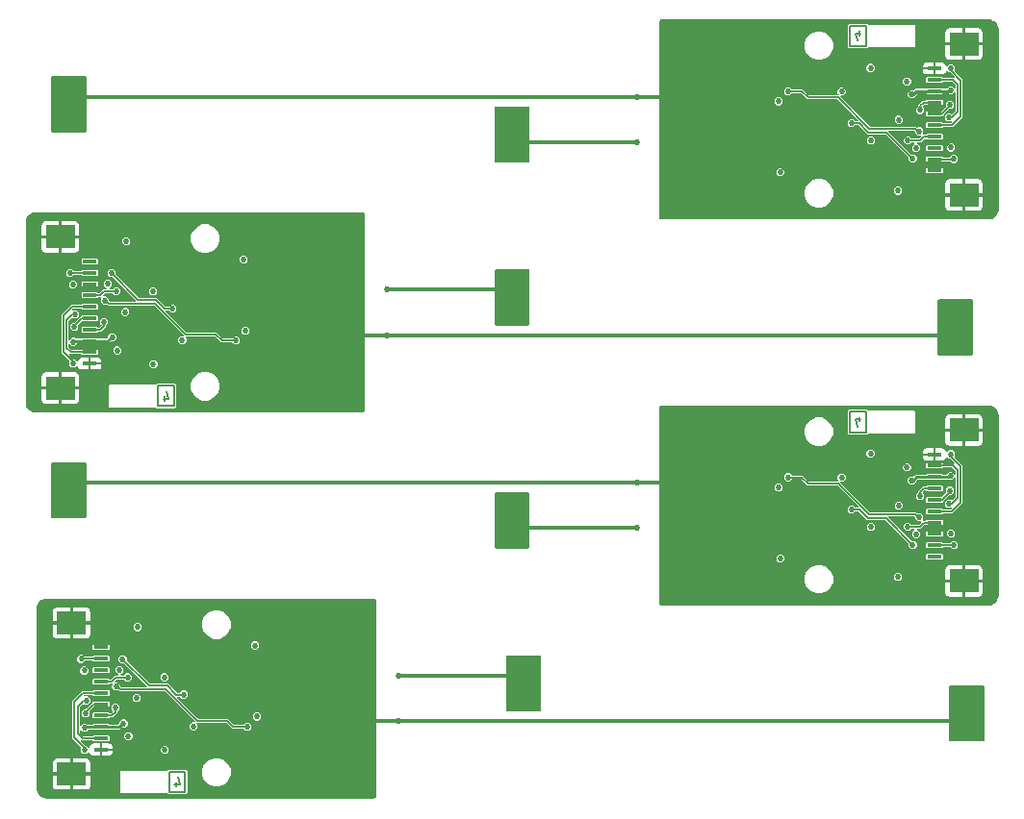
<source format=gbl>
%MOIN*%
%OFA0B0*%
%FSLAX34Y34*%
%IPPOS*%
%LPD*%
%AMOC8*
5,1,8,0,0,$1,22.5*%
%AMOC80*
5,1,8,0,0,$1,22.5*%
%AMOC81*
5,1,8,0,0,$1,112.5*%
%AMOC80*
5,1,8,0,0,$1,-67.5*%
%AMOC81*
5,1,8,0,0,$1,112.5*%
%AMOC80*
5,1,8,0,0,$1,-67.5*%
%ADD10C,0.006000000000000001*%
%ADD11R,0.051181102362204731X0.011811023622047244*%
%ADD12R,0.0984251968503937X0.07874015748031496*%
%ADD13R,0.11811023622047245X0.059055118110236227*%
%ADD14C,0.020669291338582679*%
%ADD15C,0.011811023622047244*%
%ADD16C,0.00984251968503937*%
%ADD17C,0.005905511811023622*%
%ADD18C,0.0078740157480314977*%
%ADD19C,0.006000000000000001*%
%ADD20R,0.051181102362204731X0.011811023622047244*%
%ADD21R,0.0984251968503937X0.07874015748031496*%
%ADD22R,0.11811023622047245X0.059055118110236227*%
%ADD23C,0.020669291338582679*%
%ADD24C,0.011811023622047244*%
%ADD25C,0.00984251968503937*%
%ADD26C,0.005905511811023622*%
%ADD27C,0.0078740157480314977*%
%ADD28C,0.006000000000000001*%
%ADD29R,0.051181102362204731X0.011811023622047244*%
%ADD30R,0.0984251968503937X0.07874015748031496*%
%ADD31R,0.11811023622047245X0.059055118110236227*%
%ADD32C,0.020669291338582679*%
%ADD33C,0.011811023622047244*%
%ADD34C,0.00984251968503937*%
%ADD35C,0.005905511811023622*%
%ADD36C,0.0078740157480314977*%
%ADD37C,0.006000000000000001*%
%ADD38R,0.051181102362204731X0.011811023622047244*%
%ADD39R,0.0984251968503937X0.07874015748031496*%
%ADD40R,0.11811023622047245X0.059055118110236227*%
%ADD41C,0.020669291338582679*%
%ADD42C,0.011811023622047244*%
%ADD43C,0.00984251968503937*%
%ADD44C,0.005905511811023622*%
%ADD45C,0.0078740157480314977*%
G75*
G01*
G04 next file*
G04 EAGLE Gerber RS-274X export*
G75*
G01*
G04 next file*
G04 EAGLE Gerber RS-274X export*
G75*
G01*
G36*
X0036928Y0035433D02*
X0036928Y0035433D01*
X0036928Y0035435D01*
X0036923Y0035491D01*
X0036923Y0035493D01*
X0036923Y0035494D01*
X0036921Y0035500D01*
X0036878Y0035602D01*
X0036877Y0035605D01*
X0036876Y0035607D01*
X0036874Y0035610D01*
X0036873Y0035611D01*
X0036873Y0035611D01*
X0036872Y0035612D01*
X0036793Y0035691D01*
X0036791Y0035692D01*
X0036789Y0035694D01*
X0036786Y0035696D01*
X0036785Y0035696D01*
X0036785Y0035697D01*
X0036784Y0035697D01*
X0036681Y0035740D01*
X0036679Y0035740D01*
X0036678Y0035741D01*
X0036672Y0035742D01*
X0036617Y0035747D01*
X0036616Y0035747D01*
X0036614Y0035747D01*
X0025241Y0035747D01*
X0025237Y0035747D01*
X0025234Y0035747D01*
X0025233Y0035746D01*
X0025232Y0035746D01*
X0025228Y0035744D01*
X0025225Y0035743D01*
X0025224Y0035742D01*
X0025223Y0035741D01*
X0025223Y0035741D01*
X0025220Y0035739D01*
X0025175Y0035694D01*
X0025173Y0035691D01*
X0025171Y0035688D01*
X0025170Y0035687D01*
X0025170Y0035686D01*
X0025169Y0035683D01*
X0025167Y0035679D01*
X0025167Y0035678D01*
X0025167Y0035677D01*
X0025167Y0035676D01*
X0025167Y0035673D01*
X0025167Y0028893D01*
X0025167Y0028889D01*
X0025168Y0028885D01*
X0025168Y0028884D01*
X0025168Y0028883D01*
X0025170Y0028880D01*
X0025172Y0028876D01*
X0025173Y0028875D01*
X0025173Y0028875D01*
X0025174Y0028874D01*
X0025175Y0028872D01*
X0025220Y0028827D01*
X0025223Y0028825D01*
X0025226Y0028822D01*
X0025227Y0028822D01*
X0025228Y0028821D01*
X0025232Y0028820D01*
X0025235Y0028819D01*
X0025237Y0028819D01*
X0025237Y0028819D01*
X0025238Y0028819D01*
X0025241Y0028818D01*
X0036614Y0028818D01*
X0036615Y0028819D01*
X0036617Y0028819D01*
X0036672Y0028824D01*
X0036674Y0028824D01*
X0036675Y0028824D01*
X0036681Y0028826D01*
X0036784Y0028869D01*
X0036786Y0028870D01*
X0036789Y0028871D01*
X0036791Y0028873D01*
X0036792Y0028874D01*
X0036792Y0028874D01*
X0036793Y0028875D01*
X0036872Y0028954D01*
X0036874Y0028956D01*
X0036876Y0028958D01*
X0036876Y0028958D01*
X0036877Y0028961D01*
X0036877Y0028962D01*
X0036878Y0028962D01*
X0036878Y0028963D01*
X0036921Y0029066D01*
X0036921Y0029068D01*
X0036922Y0029069D01*
X0036923Y0029075D01*
X0036928Y0029130D01*
X0036928Y0029131D01*
X0036929Y0029133D01*
X0036929Y0035433D01*
X0036928Y0035433D01*
G37*
G36*
X0020688Y0032678D02*
X0020688Y0032678D01*
X0020688Y0032679D01*
X0020687Y0032685D01*
X0020687Y0032690D01*
X0020686Y0032692D01*
X0020686Y0032693D01*
X0020684Y0032698D01*
X0020682Y0032703D01*
X0020681Y0032704D01*
X0020681Y0032705D01*
X0020678Y0032710D01*
X0020675Y0032714D01*
X0020674Y0032715D01*
X0020673Y0032716D01*
X0020669Y0032720D01*
X0020665Y0032724D01*
X0020664Y0032725D01*
X0020663Y0032725D01*
X0020658Y0032728D01*
X0020653Y0032731D01*
X0020652Y0032731D01*
X0020651Y0032732D01*
X0020645Y0032733D01*
X0020640Y0032735D01*
X0020639Y0032735D01*
X0020637Y0032735D01*
X0020629Y0032736D01*
X0019527Y0032736D01*
X0019526Y0032736D01*
X0019524Y0032736D01*
X0019519Y0032735D01*
X0019514Y0032734D01*
X0019512Y0032734D01*
X0019511Y0032733D01*
X0019506Y0032731D01*
X0019501Y0032730D01*
X0019500Y0032729D01*
X0019498Y0032728D01*
X0019494Y0032725D01*
X0019489Y0032722D01*
X0019488Y0032721D01*
X0019487Y0032720D01*
X0019484Y0032716D01*
X0019480Y0032712D01*
X0019479Y0032711D01*
X0019478Y0032710D01*
X0019476Y0032705D01*
X0019473Y0032700D01*
X0019473Y0032699D01*
X0019472Y0032698D01*
X0019471Y0032693D01*
X0019469Y0032687D01*
X0019469Y0032686D01*
X0019469Y0032685D01*
X0019468Y0032677D01*
X0019468Y0030846D01*
X0019468Y0030845D01*
X0019468Y0030843D01*
X0019469Y0030838D01*
X0019470Y0030832D01*
X0019470Y0030831D01*
X0019470Y0030830D01*
X0019472Y0030825D01*
X0019474Y0030820D01*
X0019475Y0030818D01*
X0019476Y0030817D01*
X0019479Y0030813D01*
X0019482Y0030808D01*
X0019483Y0030807D01*
X0019483Y0030806D01*
X0019488Y0030803D01*
X0019492Y0030799D01*
X0019493Y0030798D01*
X0019494Y0030797D01*
X0019499Y0030795D01*
X0019503Y0030792D01*
X0019505Y0030792D01*
X0019506Y0030791D01*
X0019511Y0030790D01*
X0019516Y0030788D01*
X0019518Y0030788D01*
X0019519Y0030787D01*
X0019527Y0030787D01*
X0020629Y0030787D01*
X0020631Y0030787D01*
X0020632Y0030787D01*
X0020638Y0030788D01*
X0020643Y0030789D01*
X0020644Y0030789D01*
X0020646Y0030789D01*
X0020651Y0030791D01*
X0020656Y0030793D01*
X0020657Y0030794D01*
X0020658Y0030794D01*
X0020663Y0030798D01*
X0020667Y0030801D01*
X0020668Y0030802D01*
X0020669Y0030802D01*
X0020673Y0030806D01*
X0020677Y0030810D01*
X0020677Y0030812D01*
X0020678Y0030813D01*
X0020681Y0030817D01*
X0020683Y0030822D01*
X0020684Y0030823D01*
X0020685Y0030825D01*
X0020686Y0030830D01*
X0020687Y0030835D01*
X0020688Y0030837D01*
X0020688Y0030838D01*
X0020688Y0030846D01*
X0020688Y0032677D01*
X0020688Y0032678D01*
G37*
G36*
X0005334Y0033721D02*
X0005334Y0033721D01*
X0005334Y0033723D01*
X0005333Y0033728D01*
X0005333Y0033733D01*
X0005332Y0033735D01*
X0005332Y0033736D01*
X0005330Y0033741D01*
X0005328Y0033746D01*
X0005327Y0033747D01*
X0005327Y0033749D01*
X0005323Y0033753D01*
X0005320Y0033758D01*
X0005319Y0033759D01*
X0005319Y0033760D01*
X0005315Y0033763D01*
X0005311Y0033767D01*
X0005309Y0033768D01*
X0005308Y0033769D01*
X0005304Y0033771D01*
X0005299Y0033774D01*
X0005298Y0033774D01*
X0005296Y0033775D01*
X0005291Y0033776D01*
X0005286Y0033778D01*
X0005285Y0033778D01*
X0005283Y0033778D01*
X0005275Y0033779D01*
X0004173Y0033779D01*
X0004171Y0033779D01*
X0004170Y0033779D01*
X0004165Y0033778D01*
X0004159Y0033777D01*
X0004158Y0033777D01*
X0004157Y0033777D01*
X0004151Y0033775D01*
X0004146Y0033773D01*
X0004145Y0033772D01*
X0004144Y0033772D01*
X0004140Y0033768D01*
X0004135Y0033765D01*
X0004134Y0033764D01*
X0004133Y0033764D01*
X0004129Y0033759D01*
X0004126Y0033756D01*
X0004125Y0033754D01*
X0004124Y0033753D01*
X0004121Y0033748D01*
X0004119Y0033744D01*
X0004118Y0033742D01*
X0004118Y0033741D01*
X0004116Y0033736D01*
X0004115Y0033731D01*
X0004115Y0033729D01*
X0004114Y0033728D01*
X0004114Y0033720D01*
X0004114Y0031889D01*
X0004114Y0031888D01*
X0004114Y0031886D01*
X0004115Y0031881D01*
X0004115Y0031876D01*
X0004116Y0031874D01*
X0004116Y0031873D01*
X0004118Y0031868D01*
X0004120Y0031863D01*
X0004121Y0031862D01*
X0004121Y0031860D01*
X0004124Y0031856D01*
X0004127Y0031852D01*
X0004128Y0031851D01*
X0004129Y0031849D01*
X0004133Y0031846D01*
X0004137Y0031842D01*
X0004138Y0031841D01*
X0004139Y0031841D01*
X0004144Y0031838D01*
X0004149Y0031835D01*
X0004150Y0031835D01*
X0004151Y0031834D01*
X0004157Y0031833D01*
X0004162Y0031831D01*
X0004163Y0031831D01*
X0004165Y0031831D01*
X0004173Y0031830D01*
X0005275Y0031830D01*
X0005276Y0031830D01*
X0005278Y0031830D01*
X0005283Y0031831D01*
X0005289Y0031832D01*
X0005290Y0031832D01*
X0005291Y0031832D01*
X0005296Y0031835D01*
X0005301Y0031836D01*
X0005303Y0031837D01*
X0005304Y0031838D01*
X0005308Y0031841D01*
X0005313Y0031844D01*
X0005314Y0031845D01*
X0005315Y0031846D01*
X0005318Y0031850D01*
X0005322Y0031854D01*
X0005323Y0031855D01*
X0005324Y0031856D01*
X0005326Y0031861D01*
X0005329Y0031865D01*
X0005330Y0031867D01*
X0005330Y0031868D01*
X0005332Y0031873D01*
X0005333Y0031878D01*
X0005333Y0031880D01*
X0005334Y0031881D01*
X0005334Y0031889D01*
X0005334Y0033720D01*
X0005334Y0033721D01*
G37*
%LPC*%
G36*
X0034035Y0034806D02*
X0034035Y0034806D01*
X0034012Y0034783D01*
X0032420Y0034783D01*
X0032416Y0034782D01*
X0032412Y0034782D01*
X0032412Y0034782D01*
X0032411Y0034781D01*
X0032407Y0034780D01*
X0032404Y0034778D01*
X0032403Y0034777D01*
X0032402Y0034777D01*
X0032401Y0034776D01*
X0032399Y0034774D01*
X0032373Y0034748D01*
X0031760Y0034748D01*
X0031716Y0034792D01*
X0031716Y0035562D01*
X0031760Y0035605D01*
X0032373Y0035605D01*
X0032399Y0035579D01*
X0032402Y0035577D01*
X0032405Y0035574D01*
X0032406Y0035574D01*
X0032407Y0035573D01*
X0032411Y0035572D01*
X0032414Y0035571D01*
X0032416Y0035571D01*
X0032416Y0035571D01*
X0032417Y0035571D01*
X0032420Y0035570D01*
X0034012Y0035570D01*
X0034035Y0035547D01*
X0034035Y0034806D01*
G37*
%LPD*%
%LPC*%
G36*
X0034995Y0031619D02*
X0034995Y0031619D01*
X0034975Y0031598D01*
X0034434Y0031598D01*
X0034413Y0031619D01*
X0034410Y0031621D01*
X0034409Y0031622D01*
X0034408Y0031623D01*
X0034408Y0031623D01*
X0034407Y0031624D01*
X0034406Y0031624D01*
X0034405Y0031625D01*
X0034401Y0031626D01*
X0034399Y0031627D01*
X0034399Y0031627D01*
X0034398Y0031627D01*
X0034397Y0031627D01*
X0034396Y0031628D01*
X0034395Y0031628D01*
X0034392Y0031628D01*
X0034389Y0031628D01*
X0034385Y0031627D01*
X0034381Y0031627D01*
X0034381Y0031626D01*
X0034380Y0031626D01*
X0034376Y0031625D01*
X0034373Y0031623D01*
X0034372Y0031622D01*
X0034371Y0031622D01*
X0034370Y0031621D01*
X0034368Y0031619D01*
X0034281Y0031532D01*
X0034234Y0031485D01*
X0034139Y0031485D01*
X0034136Y0031485D01*
X0034133Y0031485D01*
X0034131Y0031484D01*
X0034129Y0031484D01*
X0034127Y0031482D01*
X0034124Y0031481D01*
X0034123Y0031480D01*
X0034121Y0031479D01*
X0034119Y0031477D01*
X0034117Y0031475D01*
X0034116Y0031473D01*
X0034114Y0031472D01*
X0034113Y0031469D01*
X0034112Y0031467D01*
X0034111Y0031465D01*
X0034110Y0031463D01*
X0034110Y0031460D01*
X0034109Y0031458D01*
X0034110Y0031456D01*
X0034109Y0031454D01*
X0034110Y0031451D01*
X0034110Y0031448D01*
X0034111Y0031446D01*
X0034112Y0031444D01*
X0034113Y0031442D01*
X0034114Y0031439D01*
X0034116Y0031437D01*
X0034117Y0031436D01*
X0034117Y0031436D01*
X0034118Y0031435D01*
X0034206Y0031347D01*
X0034206Y0031232D01*
X0034125Y0031151D01*
X0034010Y0031151D01*
X0033929Y0031232D01*
X0033929Y0031347D01*
X0034017Y0031435D01*
X0034018Y0031437D01*
X0034020Y0031439D01*
X0034021Y0031441D01*
X0034022Y0031443D01*
X0034023Y0031445D01*
X0034024Y0031448D01*
X0034025Y0031450D01*
X0034025Y0031452D01*
X0034025Y0031455D01*
X0034025Y0031458D01*
X0034025Y0031459D01*
X0034025Y0031461D01*
X0034024Y0031464D01*
X0034023Y0031467D01*
X0034022Y0031469D01*
X0034021Y0031470D01*
X0034020Y0031473D01*
X0034018Y0031475D01*
X0034017Y0031476D01*
X0034015Y0031478D01*
X0034013Y0031479D01*
X0034011Y0031481D01*
X0034009Y0031482D01*
X0034007Y0031483D01*
X0034004Y0031484D01*
X0034002Y0031485D01*
X0033999Y0031485D01*
X0033998Y0031485D01*
X0033997Y0031485D01*
X0033996Y0031485D01*
X0033931Y0031485D01*
X0033927Y0031484D01*
X0033923Y0031484D01*
X0033922Y0031484D01*
X0033921Y0031484D01*
X0033918Y0031482D01*
X0033914Y0031480D01*
X0033913Y0031479D01*
X0033913Y0031479D01*
X0033912Y0031478D01*
X0033910Y0031476D01*
X0033845Y0031411D01*
X0033730Y0031411D01*
X0033649Y0031492D01*
X0033649Y0031607D01*
X0033730Y0031688D01*
X0033845Y0031688D01*
X0033910Y0031623D01*
X0033913Y0031621D01*
X0033916Y0031618D01*
X0033917Y0031618D01*
X0033918Y0031617D01*
X0033921Y0031616D01*
X0033925Y0031615D01*
X0033926Y0031615D01*
X0033927Y0031614D01*
X0033928Y0031615D01*
X0033931Y0031614D01*
X0034168Y0031614D01*
X0034172Y0031615D01*
X0034176Y0031615D01*
X0034177Y0031616D01*
X0034178Y0031616D01*
X0034181Y0031618D01*
X0034185Y0031619D01*
X0034186Y0031620D01*
X0034186Y0031620D01*
X0034187Y0031621D01*
X0034189Y0031623D01*
X0034248Y0031681D01*
X0034250Y0031684D01*
X0034251Y0031686D01*
X0034252Y0031688D01*
X0034253Y0031689D01*
X0034254Y0031692D01*
X0034255Y0031695D01*
X0034256Y0031697D01*
X0034256Y0031698D01*
X0034256Y0031701D01*
X0034256Y0031704D01*
X0034256Y0031706D01*
X0034256Y0031708D01*
X0034255Y0031711D01*
X0034254Y0031714D01*
X0034253Y0031715D01*
X0034253Y0031717D01*
X0034251Y0031719D01*
X0034249Y0031722D01*
X0034248Y0031723D01*
X0034246Y0031724D01*
X0034244Y0031726D01*
X0034242Y0031728D01*
X0034240Y0031728D01*
X0034238Y0031730D01*
X0034235Y0031730D01*
X0034233Y0031731D01*
X0034230Y0031731D01*
X0034229Y0031732D01*
X0034228Y0031732D01*
X0034227Y0031732D01*
X0034130Y0031732D01*
X0034049Y0031813D01*
X0034049Y0031852D01*
X0034048Y0031855D01*
X0034048Y0031859D01*
X0034048Y0031860D01*
X0034047Y0031861D01*
X0034046Y0031865D01*
X0034044Y0031868D01*
X0034043Y0031869D01*
X0034043Y0031870D01*
X0034042Y0031870D01*
X0034040Y0031873D01*
X0034016Y0031897D01*
X0034013Y0031899D01*
X0034010Y0031902D01*
X0034009Y0031902D01*
X0034008Y0031903D01*
X0034005Y0031904D01*
X0034001Y0031905D01*
X0034000Y0031905D01*
X0033999Y0031905D01*
X0033998Y0031905D01*
X0033995Y0031906D01*
X0033134Y0031906D01*
X0033131Y0031905D01*
X0033128Y0031905D01*
X0033126Y0031904D01*
X0033125Y0031904D01*
X0033122Y0031903D01*
X0033119Y0031902D01*
X0033118Y0031900D01*
X0033116Y0031900D01*
X0033114Y0031897D01*
X0033112Y0031896D01*
X0033111Y0031894D01*
X0033109Y0031892D01*
X0033108Y0031890D01*
X0033107Y0031887D01*
X0033106Y0031885D01*
X0033105Y0031884D01*
X0033105Y0031881D01*
X0033105Y0031878D01*
X0033105Y0031876D01*
X0033105Y0031874D01*
X0033105Y0031871D01*
X0033105Y0031868D01*
X0033106Y0031867D01*
X0033107Y0031865D01*
X0033108Y0031862D01*
X0033109Y0031860D01*
X0033111Y0031857D01*
X0033112Y0031857D01*
X0033112Y0031856D01*
X0033113Y0031855D01*
X0033902Y0031067D01*
X0033905Y0031064D01*
X0033908Y0031062D01*
X0033909Y0031062D01*
X0033909Y0031061D01*
X0033913Y0031060D01*
X0033917Y0031059D01*
X0033918Y0031058D01*
X0033919Y0031058D01*
X0033920Y0031058D01*
X0033923Y0031058D01*
X0034015Y0031058D01*
X0034096Y0030977D01*
X0034096Y0030862D01*
X0034015Y0030781D01*
X0033900Y0030781D01*
X0033819Y0030862D01*
X0033819Y0030955D01*
X0033818Y0030958D01*
X0033818Y0030962D01*
X0033818Y0030963D01*
X0033817Y0030964D01*
X0033816Y0030967D01*
X0033814Y0030971D01*
X0033813Y0030972D01*
X0033813Y0030972D01*
X0033812Y0030973D01*
X0033810Y0030975D01*
X0033021Y0031764D01*
X0033018Y0031767D01*
X0033015Y0031769D01*
X0033014Y0031769D01*
X0033014Y0031770D01*
X0033010Y0031771D01*
X0033006Y0031772D01*
X0033005Y0031773D01*
X0033004Y0031773D01*
X0033003Y0031773D01*
X0033001Y0031773D01*
X0032393Y0031773D01*
X0032089Y0032076D01*
X0032086Y0032079D01*
X0032083Y0032081D01*
X0032082Y0032081D01*
X0032081Y0032082D01*
X0032078Y0032083D01*
X0032074Y0032085D01*
X0032073Y0032085D01*
X0032072Y0032085D01*
X0032071Y0032085D01*
X0032068Y0032085D01*
X0031981Y0032085D01*
X0031977Y0032084D01*
X0031973Y0032084D01*
X0031972Y0032084D01*
X0031971Y0032084D01*
X0031968Y0032082D01*
X0031964Y0032080D01*
X0031963Y0032079D01*
X0031963Y0032079D01*
X0031962Y0032078D01*
X0031960Y0032076D01*
X0031895Y0032011D01*
X0031780Y0032011D01*
X0031699Y0032092D01*
X0031699Y0032207D01*
X0031780Y0032288D01*
X0031895Y0032288D01*
X0031960Y0032223D01*
X0031963Y0032221D01*
X0031966Y0032218D01*
X0031967Y0032218D01*
X0031968Y0032217D01*
X0031971Y0032216D01*
X0031975Y0032215D01*
X0031976Y0032215D01*
X0031977Y0032214D01*
X0031978Y0032215D01*
X0031981Y0032214D01*
X0032050Y0032214D01*
X0032053Y0032215D01*
X0032056Y0032215D01*
X0032058Y0032215D01*
X0032060Y0032216D01*
X0032062Y0032217D01*
X0032065Y0032218D01*
X0032067Y0032219D01*
X0032068Y0032220D01*
X0032070Y0032222D01*
X0032072Y0032224D01*
X0032074Y0032226D01*
X0032075Y0032227D01*
X0032076Y0032230D01*
X0032078Y0032232D01*
X0032078Y0032234D01*
X0032079Y0032236D01*
X0032079Y0032239D01*
X0032080Y0032242D01*
X0032080Y0032244D01*
X0032080Y0032246D01*
X0032079Y0032248D01*
X0032079Y0032251D01*
X0032078Y0032253D01*
X0032078Y0032255D01*
X0032076Y0032257D01*
X0032075Y0032260D01*
X0032073Y0032262D01*
X0032072Y0032263D01*
X0032072Y0032264D01*
X0032071Y0032265D01*
X0031359Y0032976D01*
X0031356Y0032979D01*
X0031353Y0032981D01*
X0031352Y0032981D01*
X0031351Y0032982D01*
X0031348Y0032983D01*
X0031344Y0032985D01*
X0031343Y0032985D01*
X0031342Y0032985D01*
X0031341Y0032985D01*
X0031338Y0032985D01*
X0030311Y0032985D01*
X0030109Y0033186D01*
X0030106Y0033189D01*
X0030103Y0033191D01*
X0030102Y0033191D01*
X0030101Y0033192D01*
X0030098Y0033193D01*
X0030094Y0033195D01*
X0030093Y0033195D01*
X0030092Y0033195D01*
X0030091Y0033195D01*
X0030088Y0033195D01*
X0029781Y0033195D01*
X0029777Y0033194D01*
X0029773Y0033194D01*
X0029772Y0033194D01*
X0029771Y0033194D01*
X0029768Y0033192D01*
X0029764Y0033190D01*
X0029763Y0033189D01*
X0029763Y0033189D01*
X0029762Y0033188D01*
X0029760Y0033186D01*
X0029695Y0033121D01*
X0029580Y0033121D01*
X0029499Y0033202D01*
X0029499Y0033317D01*
X0029580Y0033398D01*
X0029695Y0033398D01*
X0029760Y0033333D01*
X0029763Y0033331D01*
X0029766Y0033328D01*
X0029767Y0033328D01*
X0029768Y0033327D01*
X0029771Y0033326D01*
X0029775Y0033325D01*
X0029776Y0033325D01*
X0029777Y0033324D01*
X0029778Y0033325D01*
X0029781Y0033324D01*
X0030154Y0033324D01*
X0030355Y0033123D01*
X0030359Y0033121D01*
X0030362Y0033118D01*
X0030362Y0033118D01*
X0030363Y0033117D01*
X0030367Y0033116D01*
X0030371Y0033115D01*
X0030372Y0033115D01*
X0030372Y0033114D01*
X0030373Y0033115D01*
X0030376Y0033114D01*
X0031366Y0033114D01*
X0031369Y0033115D01*
X0031372Y0033115D01*
X0031373Y0033115D01*
X0031375Y0033116D01*
X0031378Y0033117D01*
X0031381Y0033118D01*
X0031382Y0033119D01*
X0031384Y0033120D01*
X0031386Y0033122D01*
X0031388Y0033124D01*
X0031389Y0033126D01*
X0031390Y0033127D01*
X0031392Y0033130D01*
X0031393Y0033132D01*
X0031394Y0033134D01*
X0031394Y0033136D01*
X0031395Y0033139D01*
X0031395Y0033142D01*
X0031395Y0033144D01*
X0031395Y0033146D01*
X0031395Y0033148D01*
X0031394Y0033151D01*
X0031394Y0033153D01*
X0031393Y0033155D01*
X0031392Y0033157D01*
X0031390Y0033160D01*
X0031389Y0033162D01*
X0031388Y0033163D01*
X0031388Y0033164D01*
X0031387Y0033165D01*
X0031359Y0033192D01*
X0031359Y0033307D01*
X0031440Y0033388D01*
X0031555Y0033388D01*
X0031636Y0033307D01*
X0031636Y0033192D01*
X0031555Y0033111D01*
X0031478Y0033111D01*
X0031475Y0033111D01*
X0031473Y0033111D01*
X0031471Y0033110D01*
X0031469Y0033110D01*
X0031466Y0033108D01*
X0031464Y0033107D01*
X0031462Y0033106D01*
X0031460Y0033105D01*
X0031458Y0033103D01*
X0031456Y0033101D01*
X0031455Y0033100D01*
X0031454Y0033098D01*
X0031453Y0033096D01*
X0031451Y0033093D01*
X0031451Y0033091D01*
X0031450Y0033089D01*
X0031450Y0033087D01*
X0031449Y0033084D01*
X0031449Y0033082D01*
X0031449Y0033080D01*
X0031449Y0033077D01*
X0031450Y0033074D01*
X0031451Y0033072D01*
X0031451Y0033071D01*
X0031453Y0033068D01*
X0031454Y0033065D01*
X0031456Y0033063D01*
X0031456Y0033062D01*
X0031457Y0033062D01*
X0031457Y0033061D01*
X0032475Y0032043D01*
X0032478Y0032041D01*
X0032481Y0032039D01*
X0032482Y0032038D01*
X0032483Y0032038D01*
X0032486Y0032037D01*
X0032490Y0032035D01*
X0032491Y0032035D01*
X0032492Y0032035D01*
X0032493Y0032035D01*
X0032496Y0032035D01*
X0034061Y0032035D01*
X0034088Y0032008D01*
X0034088Y0032007D01*
X0034089Y0032007D01*
X0034092Y0032005D01*
X0034095Y0032002D01*
X0034096Y0032002D01*
X0034097Y0032001D01*
X0034101Y0032001D01*
X0034105Y0031999D01*
X0034106Y0031999D01*
X0034107Y0031999D01*
X0034110Y0032000D01*
X0034114Y0032000D01*
X0034115Y0032000D01*
X0034116Y0032000D01*
X0034120Y0032002D01*
X0034123Y0032003D01*
X0034124Y0032004D01*
X0034125Y0032004D01*
X0034129Y0032008D01*
X0034130Y0032008D01*
X0034245Y0032008D01*
X0034326Y0031927D01*
X0034326Y0031813D01*
X0034320Y0031807D01*
X0034319Y0031805D01*
X0034317Y0031803D01*
X0034316Y0031801D01*
X0034315Y0031800D01*
X0034314Y0031797D01*
X0034313Y0031794D01*
X0034312Y0031792D01*
X0034312Y0031790D01*
X0034312Y0031787D01*
X0034312Y0031785D01*
X0034312Y0031783D01*
X0034312Y0031781D01*
X0034313Y0031778D01*
X0034314Y0031775D01*
X0034315Y0031774D01*
X0034316Y0031772D01*
X0034317Y0031770D01*
X0034319Y0031767D01*
X0034320Y0031766D01*
X0034322Y0031764D01*
X0034324Y0031763D01*
X0034326Y0031761D01*
X0034328Y0031760D01*
X0034330Y0031759D01*
X0034333Y0031759D01*
X0034335Y0031758D01*
X0034338Y0031757D01*
X0034339Y0031757D01*
X0034340Y0031757D01*
X0034341Y0031757D01*
X0034392Y0031757D01*
X0034393Y0031757D01*
X0034394Y0031757D01*
X0034396Y0031758D01*
X0034400Y0031758D01*
X0034401Y0031758D01*
X0034402Y0031759D01*
X0034403Y0031759D01*
X0034403Y0031759D01*
X0034405Y0031760D01*
X0034405Y0031760D01*
X0034408Y0031762D01*
X0034409Y0031763D01*
X0034410Y0031763D01*
X0034411Y0031764D01*
X0034413Y0031766D01*
X0034434Y0031787D01*
X0034975Y0031787D01*
X0034995Y0031766D01*
X0034995Y0031619D01*
G37*
%LPD*%
%LPC*%
G36*
X0035692Y0032363D02*
X0035692Y0032363D01*
X0035351Y0032022D01*
X0035016Y0032022D01*
X0035013Y0032021D01*
X0035009Y0032021D01*
X0035008Y0032020D01*
X0035007Y0032020D01*
X0035004Y0032018D01*
X0035000Y0032017D01*
X0034999Y0032016D01*
X0034998Y0032015D01*
X0034998Y0032015D01*
X0034996Y0032013D01*
X0034975Y0031992D01*
X0034434Y0031992D01*
X0034413Y0032013D01*
X0034413Y0032160D01*
X0034434Y0032180D01*
X0034975Y0032180D01*
X0034996Y0032159D01*
X0034999Y0032157D01*
X0035002Y0032155D01*
X0035003Y0032154D01*
X0035003Y0032154D01*
X0035007Y0032153D01*
X0035011Y0032151D01*
X0035012Y0032151D01*
X0035013Y0032151D01*
X0035013Y0032151D01*
X0035016Y0032151D01*
X0035285Y0032151D01*
X0035289Y0032151D01*
X0035292Y0032152D01*
X0035293Y0032152D01*
X0035294Y0032152D01*
X0035298Y0032154D01*
X0035301Y0032156D01*
X0035302Y0032156D01*
X0035303Y0032157D01*
X0035303Y0032157D01*
X0035306Y0032159D01*
X0035307Y0032161D01*
X0035309Y0032163D01*
X0035311Y0032165D01*
X0035312Y0032167D01*
X0035313Y0032169D01*
X0035314Y0032172D01*
X0035315Y0032174D01*
X0035315Y0032176D01*
X0035316Y0032178D01*
X0035316Y0032181D01*
X0035316Y0032184D01*
X0035315Y0032186D01*
X0035315Y0032188D01*
X0035314Y0032190D01*
X0035314Y0032193D01*
X0035313Y0032195D01*
X0035312Y0032197D01*
X0035310Y0032199D01*
X0035309Y0032201D01*
X0035307Y0032202D01*
X0035306Y0032204D01*
X0035304Y0032205D01*
X0035301Y0032207D01*
X0035299Y0032208D01*
X0035298Y0032209D01*
X0035295Y0032210D01*
X0035292Y0032211D01*
X0035289Y0032211D01*
X0035288Y0032211D01*
X0035288Y0032211D01*
X0035287Y0032211D01*
X0035160Y0032211D01*
X0035079Y0032292D01*
X0035079Y0032407D01*
X0035160Y0032488D01*
X0035275Y0032488D01*
X0035294Y0032469D01*
X0035295Y0032468D01*
X0035295Y0032468D01*
X0035298Y0032466D01*
X0035302Y0032463D01*
X0035302Y0032463D01*
X0035303Y0032463D01*
X0035307Y0032462D01*
X0035311Y0032461D01*
X0035312Y0032461D01*
X0035313Y0032460D01*
X0035316Y0032461D01*
X0035320Y0032461D01*
X0035321Y0032461D01*
X0035322Y0032461D01*
X0035326Y0032463D01*
X0035329Y0032464D01*
X0035330Y0032465D01*
X0035331Y0032465D01*
X0035335Y0032469D01*
X0035444Y0032578D01*
X0035446Y0032581D01*
X0035449Y0032584D01*
X0035449Y0032585D01*
X0035450Y0032586D01*
X0035451Y0032589D01*
X0035452Y0032593D01*
X0035452Y0032594D01*
X0035453Y0032595D01*
X0035453Y0032596D01*
X0035453Y0032599D01*
X0035453Y0033218D01*
X0035452Y0033221D01*
X0035452Y0033224D01*
X0035452Y0033226D01*
X0035451Y0033228D01*
X0035450Y0033230D01*
X0035449Y0033233D01*
X0035448Y0033234D01*
X0035447Y0033236D01*
X0035445Y0033238D01*
X0035443Y0033240D01*
X0035441Y0033241D01*
X0035440Y0033243D01*
X0035437Y0033244D01*
X0035435Y0033245D01*
X0035433Y0033246D01*
X0035431Y0033247D01*
X0035428Y0033247D01*
X0035425Y0033248D01*
X0035423Y0033247D01*
X0035421Y0033248D01*
X0035419Y0033247D01*
X0035416Y0033247D01*
X0035414Y0033246D01*
X0035412Y0033245D01*
X0035410Y0033244D01*
X0035407Y0033243D01*
X0035405Y0033241D01*
X0035404Y0033240D01*
X0035403Y0033240D01*
X0035402Y0033239D01*
X0035325Y0033161D01*
X0035210Y0033161D01*
X0035197Y0033174D01*
X0035194Y0033177D01*
X0035191Y0033179D01*
X0035190Y0033179D01*
X0035189Y0033180D01*
X0035186Y0033181D01*
X0035182Y0033182D01*
X0035181Y0033182D01*
X0035180Y0033183D01*
X0035179Y0033183D01*
X0035176Y0033183D01*
X0034997Y0033183D01*
X0034993Y0033182D01*
X0034989Y0033182D01*
X0034988Y0033182D01*
X0034987Y0033181D01*
X0034984Y0033180D01*
X0034980Y0033178D01*
X0034979Y0033177D01*
X0034979Y0033177D01*
X0034978Y0033176D01*
X0034976Y0033174D01*
X0034975Y0033173D01*
X0034434Y0033173D01*
X0034433Y0033174D01*
X0034430Y0033177D01*
X0034427Y0033179D01*
X0034426Y0033179D01*
X0034425Y0033180D01*
X0034421Y0033181D01*
X0034418Y0033182D01*
X0034416Y0033182D01*
X0034416Y0033183D01*
X0034415Y0033183D01*
X0034412Y0033183D01*
X0034132Y0033183D01*
X0034128Y0033182D01*
X0034124Y0033182D01*
X0034124Y0033182D01*
X0034123Y0033181D01*
X0034119Y0033180D01*
X0034116Y0033178D01*
X0034115Y0033177D01*
X0034114Y0033177D01*
X0034113Y0033176D01*
X0034111Y0033174D01*
X0034074Y0033138D01*
X0034072Y0033134D01*
X0034070Y0033131D01*
X0034069Y0033131D01*
X0034069Y0033130D01*
X0034068Y0033126D01*
X0034066Y0033122D01*
X0034066Y0033121D01*
X0034066Y0033121D01*
X0034066Y0033120D01*
X0034066Y0033117D01*
X0034066Y0033092D01*
X0033985Y0033011D01*
X0033870Y0033011D01*
X0033789Y0033092D01*
X0033789Y0033207D01*
X0033870Y0033288D01*
X0033974Y0033288D01*
X0033978Y0033289D01*
X0033982Y0033289D01*
X0033983Y0033289D01*
X0033984Y0033290D01*
X0033987Y0033291D01*
X0033991Y0033293D01*
X0033992Y0033294D01*
X0033992Y0033294D01*
X0033993Y0033295D01*
X0033995Y0033297D01*
X0034050Y0033351D01*
X0034412Y0033351D01*
X0034416Y0033352D01*
X0034419Y0033352D01*
X0034420Y0033353D01*
X0034421Y0033353D01*
X0034425Y0033355D01*
X0034428Y0033356D01*
X0034429Y0033357D01*
X0034430Y0033358D01*
X0034430Y0033358D01*
X0034433Y0033360D01*
X0034434Y0033361D01*
X0034975Y0033361D01*
X0034976Y0033360D01*
X0034979Y0033358D01*
X0034982Y0033355D01*
X0034983Y0033355D01*
X0034984Y0033355D01*
X0034987Y0033353D01*
X0034991Y0033352D01*
X0034992Y0033352D01*
X0034993Y0033352D01*
X0034994Y0033352D01*
X0034997Y0033351D01*
X0035111Y0033351D01*
X0035115Y0033352D01*
X0035119Y0033352D01*
X0035120Y0033353D01*
X0035121Y0033353D01*
X0035124Y0033355D01*
X0035128Y0033356D01*
X0035129Y0033357D01*
X0035129Y0033358D01*
X0035130Y0033358D01*
X0035132Y0033360D01*
X0035210Y0033438D01*
X0035325Y0033438D01*
X0035402Y0033360D01*
X0035405Y0033359D01*
X0035407Y0033357D01*
X0035409Y0033356D01*
X0035410Y0033355D01*
X0035413Y0033354D01*
X0035416Y0033353D01*
X0035418Y0033352D01*
X0035419Y0033352D01*
X0035422Y0033352D01*
X0035425Y0033352D01*
X0035427Y0033352D01*
X0035429Y0033352D01*
X0035432Y0033353D01*
X0035435Y0033354D01*
X0035436Y0033355D01*
X0035438Y0033356D01*
X0035440Y0033357D01*
X0035443Y0033359D01*
X0035444Y0033360D01*
X0035445Y0033362D01*
X0035447Y0033364D01*
X0035449Y0033366D01*
X0035450Y0033368D01*
X0035451Y0033370D01*
X0035451Y0033373D01*
X0035452Y0033375D01*
X0035453Y0033378D01*
X0035453Y0033379D01*
X0035453Y0033380D01*
X0035453Y0033381D01*
X0035453Y0033461D01*
X0035452Y0033464D01*
X0035452Y0033468D01*
X0035451Y0033469D01*
X0035451Y0033470D01*
X0035449Y0033474D01*
X0035448Y0033477D01*
X0035447Y0033478D01*
X0035447Y0033479D01*
X0035446Y0033479D01*
X0035444Y0033482D01*
X0035338Y0033588D01*
X0035335Y0033590D01*
X0035332Y0033592D01*
X0035331Y0033593D01*
X0035330Y0033593D01*
X0035327Y0033594D01*
X0035323Y0033596D01*
X0035322Y0033596D01*
X0035321Y0033596D01*
X0035320Y0033596D01*
X0035317Y0033596D01*
X0035016Y0033596D01*
X0035013Y0033596D01*
X0035009Y0033595D01*
X0035008Y0033595D01*
X0035007Y0033595D01*
X0035004Y0033593D01*
X0035000Y0033591D01*
X0034999Y0033591D01*
X0034998Y0033590D01*
X0034998Y0033590D01*
X0034996Y0033588D01*
X0034975Y0033567D01*
X0034434Y0033567D01*
X0034413Y0033587D01*
X0034413Y0033735D01*
X0034434Y0033755D01*
X0034975Y0033755D01*
X0034996Y0033734D01*
X0034999Y0033732D01*
X0035002Y0033729D01*
X0035003Y0033729D01*
X0035003Y0033729D01*
X0035007Y0033727D01*
X0035011Y0033726D01*
X0035012Y0033726D01*
X0035013Y0033726D01*
X0035013Y0033726D01*
X0035016Y0033725D01*
X0035379Y0033725D01*
X0035382Y0033726D01*
X0035385Y0033726D01*
X0035387Y0033727D01*
X0035389Y0033727D01*
X0035391Y0033728D01*
X0035394Y0033729D01*
X0035395Y0033731D01*
X0035397Y0033732D01*
X0035399Y0033734D01*
X0035401Y0033736D01*
X0035402Y0033737D01*
X0035404Y0033739D01*
X0035405Y0033741D01*
X0035406Y0033744D01*
X0035407Y0033746D01*
X0035408Y0033747D01*
X0035408Y0033750D01*
X0035408Y0033753D01*
X0035408Y0033755D01*
X0035408Y0033757D01*
X0035408Y0033760D01*
X0035408Y0033763D01*
X0035407Y0033764D01*
X0035406Y0033766D01*
X0035405Y0033769D01*
X0035404Y0033771D01*
X0035402Y0033774D01*
X0035401Y0033774D01*
X0035401Y0033775D01*
X0035400Y0033776D01*
X0035263Y0033913D01*
X0035260Y0033915D01*
X0035257Y0033917D01*
X0035256Y0033918D01*
X0035255Y0033918D01*
X0035252Y0033919D01*
X0035248Y0033921D01*
X0035247Y0033921D01*
X0035246Y0033921D01*
X0035245Y0033921D01*
X0035242Y0033921D01*
X0035220Y0033921D01*
X0035158Y0033983D01*
X0035155Y0033986D01*
X0035152Y0033988D01*
X0035151Y0033988D01*
X0035150Y0033989D01*
X0035147Y0033990D01*
X0035143Y0033991D01*
X0035142Y0033991D01*
X0035141Y0033992D01*
X0035137Y0033992D01*
X0035133Y0033992D01*
X0035132Y0033991D01*
X0035131Y0033991D01*
X0035128Y0033990D01*
X0035124Y0033989D01*
X0035123Y0033988D01*
X0035122Y0033988D01*
X0035119Y0033986D01*
X0035116Y0033983D01*
X0035116Y0033983D01*
X0035115Y0033982D01*
X0035113Y0033979D01*
X0035111Y0033976D01*
X0035110Y0033974D01*
X0035110Y0033974D01*
X0035110Y0033973D01*
X0035109Y0033970D01*
X0035100Y0033938D01*
X0035080Y0033903D01*
X0035052Y0033876D01*
X0035018Y0033856D01*
X0034980Y0033846D01*
X0034734Y0033846D01*
X0034734Y0034055D01*
X0034734Y0034264D01*
X0034980Y0034264D01*
X0035018Y0034253D01*
X0035052Y0034234D01*
X0035080Y0034206D01*
X0035100Y0034172D01*
X0035107Y0034147D01*
X0035108Y0034144D01*
X0035109Y0034140D01*
X0035110Y0034139D01*
X0035110Y0034138D01*
X0035113Y0034136D01*
X0035116Y0034133D01*
X0035116Y0034132D01*
X0035117Y0034131D01*
X0035120Y0034129D01*
X0035124Y0034127D01*
X0035125Y0034127D01*
X0035126Y0034127D01*
X0035129Y0034126D01*
X0035133Y0034125D01*
X0035134Y0034125D01*
X0035135Y0034125D01*
X0035139Y0034126D01*
X0035143Y0034126D01*
X0035143Y0034127D01*
X0035144Y0034127D01*
X0035148Y0034129D01*
X0035151Y0034130D01*
X0035152Y0034131D01*
X0035153Y0034131D01*
X0035154Y0034132D01*
X0035156Y0034134D01*
X0035220Y0034198D01*
X0035335Y0034198D01*
X0035416Y0034117D01*
X0035416Y0034002D01*
X0035407Y0033993D01*
X0035406Y0033993D01*
X0035405Y0033992D01*
X0035403Y0033989D01*
X0035401Y0033986D01*
X0035401Y0033985D01*
X0035400Y0033984D01*
X0035399Y0033980D01*
X0035398Y0033976D01*
X0035398Y0033975D01*
X0035398Y0033974D01*
X0035399Y0033971D01*
X0035399Y0033967D01*
X0035399Y0033966D01*
X0035399Y0033965D01*
X0035401Y0033961D01*
X0035402Y0033958D01*
X0035403Y0033957D01*
X0035403Y0033956D01*
X0035407Y0033952D01*
X0035692Y0033666D01*
X0035692Y0032363D01*
G37*
%LPD*%
%LPC*%
G36*
X0031200Y0034744D02*
X0031200Y0034744D01*
X0031125Y0034563D01*
X0030987Y0034425D01*
X0030806Y0034350D01*
X0030610Y0034350D01*
X0030429Y0034425D01*
X0030291Y0034563D01*
X0030216Y0034744D01*
X0030216Y0034940D01*
X0030291Y0035121D01*
X0030429Y0035259D01*
X0030610Y0035334D01*
X0030806Y0035334D01*
X0030987Y0035259D01*
X0031125Y0035121D01*
X0031200Y0034940D01*
X0031200Y0034744D01*
G37*
%LPD*%
%LPC*%
G36*
X0031200Y0029626D02*
X0031200Y0029626D01*
X0031125Y0029445D01*
X0030987Y0029307D01*
X0030806Y0029232D01*
X0030610Y0029232D01*
X0030429Y0029307D01*
X0030291Y0029445D01*
X0030216Y0029626D01*
X0030216Y0029822D01*
X0030291Y0030003D01*
X0030429Y0030141D01*
X0030610Y0030216D01*
X0030806Y0030216D01*
X0030987Y0030141D01*
X0031125Y0030003D01*
X0031200Y0029822D01*
X0031200Y0029626D01*
G37*
%LPD*%
%LPC*%
G36*
X0035669Y0034960D02*
X0035669Y0034960D01*
X0035086Y0034960D01*
X0035086Y0035315D01*
X0035096Y0035353D01*
X0035116Y0035387D01*
X0035144Y0035415D01*
X0035178Y0035435D01*
X0035216Y0035445D01*
X0035669Y0035445D01*
X0035669Y0034960D01*
G37*
%LPD*%
%LPC*%
G36*
X0035669Y0029724D02*
X0035669Y0029724D01*
X0035086Y0029724D01*
X0035086Y0030078D01*
X0035096Y0030116D01*
X0035116Y0030151D01*
X0035144Y0030179D01*
X0035178Y0030198D01*
X0035216Y0030209D01*
X0035669Y0030209D01*
X0035669Y0029724D01*
G37*
%LPD*%
%LPC*%
G36*
X0035669Y0034357D02*
X0035669Y0034357D01*
X0035216Y0034357D01*
X0035196Y0034363D01*
X0035178Y0034368D01*
X0035144Y0034387D01*
X0035116Y0034415D01*
X0035096Y0034449D01*
X0035086Y0034488D01*
X0035086Y0034842D01*
X0035669Y0034842D01*
X0035669Y0034357D01*
G37*
%LPD*%
%LPC*%
G36*
X0035669Y0029121D02*
X0035669Y0029121D01*
X0035216Y0029121D01*
X0035196Y0029127D01*
X0035178Y0029131D01*
X0035144Y0029151D01*
X0035116Y0029179D01*
X0035096Y0029213D01*
X0035086Y0029251D01*
X0035086Y0029606D01*
X0035669Y0029606D01*
X0035669Y0029121D01*
G37*
%LPD*%
%LPC*%
G36*
X0036370Y0029724D02*
X0036370Y0029724D01*
X0035787Y0029724D01*
X0035787Y0030209D01*
X0036240Y0030209D01*
X0036242Y0030208D01*
X0036278Y0030198D01*
X0036312Y0030179D01*
X0036340Y0030151D01*
X0036360Y0030116D01*
X0036370Y0030078D01*
X0036370Y0029724D01*
G37*
%LPD*%
%LPC*%
G36*
X0036370Y0034960D02*
X0036370Y0034960D01*
X0035787Y0034960D01*
X0035787Y0035445D01*
X0036240Y0035445D01*
X0036242Y0035444D01*
X0036278Y0035435D01*
X0036312Y0035415D01*
X0036340Y0035387D01*
X0036360Y0035353D01*
X0036370Y0035315D01*
X0036370Y0034960D01*
G37*
%LPD*%
%LPC*%
G36*
X0036370Y0034488D02*
X0036370Y0034488D01*
X0036360Y0034449D01*
X0036340Y0034415D01*
X0036312Y0034387D01*
X0036278Y0034368D01*
X0036240Y0034357D01*
X0035787Y0034357D01*
X0035787Y0034842D01*
X0036370Y0034842D01*
X0036370Y0034488D01*
G37*
%LPD*%
%LPC*%
G36*
X0036370Y0029251D02*
X0036370Y0029251D01*
X0036360Y0029213D01*
X0036340Y0029179D01*
X0036312Y0029151D01*
X0036278Y0029131D01*
X0036240Y0029121D01*
X0035787Y0029121D01*
X0035787Y0029606D01*
X0036370Y0029606D01*
X0036370Y0029251D01*
G37*
%LPD*%
%LPC*%
G36*
X0034995Y0032800D02*
X0034995Y0032800D01*
X0034975Y0032779D01*
X0034434Y0032779D01*
X0034413Y0032800D01*
X0034410Y0032803D01*
X0034409Y0032803D01*
X0034408Y0032804D01*
X0034408Y0032804D01*
X0034407Y0032805D01*
X0034406Y0032805D01*
X0034405Y0032806D01*
X0034401Y0032807D01*
X0034399Y0032808D01*
X0034399Y0032808D01*
X0034398Y0032808D01*
X0034397Y0032809D01*
X0034396Y0032809D01*
X0034395Y0032809D01*
X0034392Y0032809D01*
X0034370Y0032809D01*
X0034366Y0032808D01*
X0034363Y0032808D01*
X0034362Y0032808D01*
X0034361Y0032807D01*
X0034357Y0032806D01*
X0034354Y0032804D01*
X0034353Y0032803D01*
X0034352Y0032803D01*
X0034352Y0032802D01*
X0034349Y0032800D01*
X0034302Y0032753D01*
X0034301Y0032752D01*
X0034300Y0032751D01*
X0034298Y0032748D01*
X0034296Y0032745D01*
X0034296Y0032744D01*
X0034295Y0032743D01*
X0034294Y0032739D01*
X0034293Y0032736D01*
X0034293Y0032735D01*
X0034293Y0032734D01*
X0034294Y0032730D01*
X0034294Y0032726D01*
X0034294Y0032725D01*
X0034294Y0032724D01*
X0034296Y0032721D01*
X0034297Y0032717D01*
X0034298Y0032716D01*
X0034298Y0032715D01*
X0034302Y0032711D01*
X0034346Y0032667D01*
X0034346Y0032552D01*
X0034265Y0032471D01*
X0034150Y0032471D01*
X0034069Y0032552D01*
X0034069Y0032667D01*
X0034134Y0032732D01*
X0034136Y0032735D01*
X0034139Y0032738D01*
X0034139Y0032739D01*
X0034140Y0032740D01*
X0034141Y0032744D01*
X0034142Y0032747D01*
X0034142Y0032749D01*
X0034143Y0032749D01*
X0034143Y0032750D01*
X0034143Y0032753D01*
X0034143Y0032776D01*
X0034305Y0032938D01*
X0034392Y0032938D01*
X0034393Y0032938D01*
X0034394Y0032938D01*
X0034396Y0032939D01*
X0034400Y0032939D01*
X0034401Y0032939D01*
X0034402Y0032940D01*
X0034403Y0032940D01*
X0034403Y0032940D01*
X0034405Y0032941D01*
X0034405Y0032941D01*
X0034408Y0032943D01*
X0034409Y0032944D01*
X0034410Y0032944D01*
X0034411Y0032945D01*
X0034413Y0032947D01*
X0034434Y0032968D01*
X0034975Y0032968D01*
X0034995Y0032947D01*
X0034995Y0032800D01*
G37*
%LPD*%
%LPC*%
G36*
X0035526Y0030852D02*
X0035526Y0030852D01*
X0035445Y0030771D01*
X0035330Y0030771D01*
X0035270Y0030832D01*
X0035266Y0030834D01*
X0035263Y0030836D01*
X0035263Y0030837D01*
X0035262Y0030837D01*
X0035258Y0030839D01*
X0035254Y0030840D01*
X0035253Y0030840D01*
X0035253Y0030840D01*
X0035252Y0030840D01*
X0035249Y0030840D01*
X0035016Y0030840D01*
X0035013Y0030840D01*
X0035009Y0030839D01*
X0035008Y0030839D01*
X0035007Y0030839D01*
X0035004Y0030837D01*
X0035000Y0030835D01*
X0034999Y0030835D01*
X0034998Y0030834D01*
X0034998Y0030834D01*
X0034996Y0030832D01*
X0034975Y0030811D01*
X0034434Y0030811D01*
X0034413Y0030831D01*
X0034413Y0030979D01*
X0034434Y0030999D01*
X0034975Y0030999D01*
X0034996Y0030978D01*
X0034999Y0030976D01*
X0035002Y0030974D01*
X0035003Y0030973D01*
X0035003Y0030973D01*
X0035007Y0030971D01*
X0035011Y0030970D01*
X0035012Y0030970D01*
X0035013Y0030970D01*
X0035013Y0030970D01*
X0035016Y0030970D01*
X0035239Y0030970D01*
X0035243Y0030970D01*
X0035247Y0030971D01*
X0035248Y0030971D01*
X0035249Y0030971D01*
X0035252Y0030973D01*
X0035256Y0030975D01*
X0035257Y0030975D01*
X0035257Y0030976D01*
X0035258Y0030976D01*
X0035260Y0030978D01*
X0035330Y0031048D01*
X0035445Y0031048D01*
X0035526Y0030967D01*
X0035526Y0030852D01*
G37*
%LPD*%
%LPC*%
G36*
X0035376Y0032732D02*
X0035376Y0032732D01*
X0035295Y0032651D01*
X0035243Y0032651D01*
X0035239Y0032651D01*
X0035235Y0032650D01*
X0035234Y0032650D01*
X0035233Y0032650D01*
X0035230Y0032648D01*
X0035226Y0032646D01*
X0035225Y0032645D01*
X0035225Y0032645D01*
X0035224Y0032644D01*
X0035222Y0032643D01*
X0035041Y0032462D01*
X0035004Y0032425D01*
X0035002Y0032422D01*
X0034999Y0032419D01*
X0034999Y0032418D01*
X0034998Y0032417D01*
X0034997Y0032413D01*
X0034996Y0032410D01*
X0034996Y0032408D01*
X0034995Y0032408D01*
X0034995Y0032407D01*
X0034995Y0032407D01*
X0034975Y0032386D01*
X0034434Y0032386D01*
X0034413Y0032406D01*
X0034413Y0032553D01*
X0034434Y0032574D01*
X0034958Y0032574D01*
X0034962Y0032575D01*
X0034966Y0032575D01*
X0034967Y0032575D01*
X0034968Y0032575D01*
X0034971Y0032577D01*
X0034974Y0032579D01*
X0034975Y0032580D01*
X0034976Y0032580D01*
X0034977Y0032581D01*
X0034979Y0032582D01*
X0035093Y0032697D01*
X0035094Y0032697D01*
X0035094Y0032698D01*
X0035096Y0032701D01*
X0035099Y0032704D01*
X0035099Y0032705D01*
X0035099Y0032706D01*
X0035100Y0032710D01*
X0035101Y0032714D01*
X0035101Y0032715D01*
X0035102Y0032715D01*
X0035101Y0032719D01*
X0035101Y0032723D01*
X0035101Y0032724D01*
X0035101Y0032725D01*
X0035099Y0032729D01*
X0035099Y0032729D01*
X0035099Y0032847D01*
X0035180Y0032928D01*
X0035295Y0032928D01*
X0035376Y0032847D01*
X0035376Y0032732D01*
G37*
%LPD*%
%LPC*%
G36*
X0034995Y0031225D02*
X0034995Y0031225D01*
X0034975Y0031205D01*
X0034434Y0031205D01*
X0034413Y0031225D01*
X0034413Y0031372D01*
X0034434Y0031393D01*
X0034975Y0031393D01*
X0034995Y0031372D01*
X0034995Y0031225D01*
G37*
%LPD*%
%LPC*%
G36*
X0034995Y0030438D02*
X0034995Y0030438D01*
X0034975Y0030417D01*
X0034434Y0030417D01*
X0034413Y0030438D01*
X0034413Y0030585D01*
X0034434Y0030605D01*
X0034975Y0030605D01*
X0034995Y0030585D01*
X0034995Y0030438D01*
G37*
%LPD*%
%LPC*%
G36*
X0029446Y0032852D02*
X0029446Y0032852D01*
X0029365Y0032771D01*
X0029250Y0032771D01*
X0029169Y0032852D01*
X0029169Y0032967D01*
X0029250Y0033048D01*
X0029365Y0033048D01*
X0029446Y0032967D01*
X0029446Y0032852D01*
G37*
%LPD*%
%LPC*%
G36*
X0033896Y0033542D02*
X0033896Y0033542D01*
X0033815Y0033461D01*
X0033700Y0033461D01*
X0033619Y0033542D01*
X0033619Y0033657D01*
X0033700Y0033738D01*
X0033815Y0033738D01*
X0033896Y0033657D01*
X0033896Y0033542D01*
G37*
%LPD*%
%LPC*%
G36*
X0033606Y0032212D02*
X0033606Y0032212D01*
X0033525Y0032131D01*
X0033410Y0032131D01*
X0033329Y0032212D01*
X0033329Y0032327D01*
X0033410Y0032408D01*
X0033525Y0032408D01*
X0033606Y0032327D01*
X0033606Y0032212D01*
G37*
%LPD*%
%LPC*%
G36*
X0033576Y0029752D02*
X0033576Y0029752D01*
X0033495Y0029671D01*
X0033380Y0029671D01*
X0033299Y0029752D01*
X0033299Y0029867D01*
X0033380Y0029948D01*
X0033495Y0029948D01*
X0033576Y0029867D01*
X0033576Y0029752D01*
G37*
%LPD*%
%LPC*%
G36*
X0035426Y0031252D02*
X0035426Y0031252D01*
X0035345Y0031171D01*
X0035230Y0031171D01*
X0035149Y0031252D01*
X0035149Y0031367D01*
X0035230Y0031448D01*
X0035345Y0031448D01*
X0035426Y0031367D01*
X0035426Y0031252D01*
G37*
%LPD*%
%LPC*%
G36*
X0032656Y0031492D02*
X0032656Y0031492D01*
X0032575Y0031411D01*
X0032460Y0031411D01*
X0032379Y0031492D01*
X0032379Y0031607D01*
X0032460Y0031688D01*
X0032575Y0031688D01*
X0032656Y0031607D01*
X0032656Y0031492D01*
G37*
%LPD*%
%LPC*%
G36*
X0032636Y0034016D02*
X0032636Y0034016D01*
X0032555Y0033935D01*
X0032441Y0033935D01*
X0032360Y0034016D01*
X0032360Y0034131D01*
X0032441Y0034212D01*
X0032555Y0034212D01*
X0032636Y0034131D01*
X0032636Y0034016D01*
G37*
%LPD*%
%LPC*%
G36*
X0029506Y0030392D02*
X0029506Y0030392D01*
X0029425Y0030311D01*
X0029310Y0030311D01*
X0029229Y0030392D01*
X0029229Y0030507D01*
X0029310Y0030588D01*
X0029425Y0030588D01*
X0029506Y0030507D01*
X0029506Y0030392D01*
G37*
%LPD*%
%LPC*%
G36*
X0034675Y0034084D02*
X0034675Y0034084D01*
X0034298Y0034084D01*
X0034298Y0034133D01*
X0034309Y0034172D01*
X0034328Y0034206D01*
X0034356Y0034234D01*
X0034390Y0034253D01*
X0034429Y0034264D01*
X0034675Y0034264D01*
X0034675Y0034084D01*
G37*
%LPD*%
%LPC*%
G36*
X0034675Y0033846D02*
X0034675Y0033846D01*
X0034429Y0033846D01*
X0034399Y0033853D01*
X0034390Y0033856D01*
X0034356Y0033876D01*
X0034328Y0033903D01*
X0034309Y0033938D01*
X0034298Y0033976D01*
X0034298Y0034025D01*
X0034675Y0034025D01*
X0034675Y0033846D01*
G37*
%LPD*%
%LPC*%
G36*
X0035728Y0034901D02*
X0035728Y0034901D01*
X0035728Y0034901D01*
X0035728Y0034901D01*
X0035728Y0034901D01*
X0035728Y0034901D01*
G37*
%LPD*%
%LPC*%
G36*
X0035728Y0029665D02*
X0035728Y0029665D01*
X0035728Y0029665D01*
X0035728Y0029665D01*
X0035728Y0029665D01*
X0035728Y0029665D01*
G37*
%LPD*%
D10*
X0032048Y0035010D02*
X0031974Y0035269D01*
X0032159Y0035269D01*
X0032104Y0035195D02*
X0032104Y0035344D01*
D11*
X0034704Y0034055D03*
X0034704Y0033661D03*
X0034704Y0033267D03*
X0034704Y0032874D03*
X0034704Y0032480D03*
X0034704Y0032086D03*
X0034704Y0031692D03*
X0034704Y0031299D03*
X0034704Y0030905D03*
X0034704Y0030511D03*
D12*
X0035728Y0029665D03*
X0035728Y0034901D03*
D13*
X0004724Y0033070D03*
X0020078Y0031496D03*
D14*
X0029197Y0034040D03*
X0028777Y0033620D03*
X0027741Y0034532D03*
X0026691Y0035512D03*
X0027151Y0035512D03*
X0028544Y0034649D03*
X0026660Y0034886D03*
X0027615Y0031945D03*
X0026664Y0031942D03*
X0029324Y0031832D03*
X0029114Y0032332D03*
X0028074Y0031212D03*
X0029934Y0031492D03*
X0031384Y0031502D03*
X0030694Y0032312D03*
X0031982Y0034059D03*
X0031472Y0034039D03*
X0033062Y0031263D03*
X0033082Y0032743D03*
X0033052Y0033873D03*
X0034689Y0030025D03*
X0034069Y0030505D03*
X0026967Y0030317D03*
X0027617Y0031027D03*
X0026687Y0031047D03*
X0027505Y0032385D03*
X0027454Y0029456D03*
X0025348Y0031832D03*
X0025338Y0032972D03*
X0027488Y0033232D03*
X0028108Y0032922D03*
X0026638Y0033562D03*
X0036705Y0035547D03*
X0036351Y0035577D03*
X0036745Y0035183D03*
X0036701Y0029034D03*
X0036378Y0028974D03*
X0036771Y0029368D03*
X0025345Y0028970D03*
X0025345Y0029364D03*
X0025739Y0028970D03*
X0025346Y0035577D03*
X0025740Y0035577D03*
X0025346Y0035183D03*
X0025353Y0031164D03*
X0026093Y0031164D03*
X0026093Y0031834D03*
X0030674Y0030972D03*
X0031520Y0035511D03*
X0029890Y0035451D03*
X0031660Y0029031D03*
X0029960Y0029021D03*
X0034721Y0034514D03*
X0034041Y0034044D03*
X0029546Y0035278D03*
X0029951Y0032986D03*
X0032078Y0031761D03*
X0004724Y0033070D03*
D15*
X0024409Y0033070D01*
X0025239Y0033070D01*
X0025338Y0032972D01*
D14*
X0024409Y0033070D03*
X0034067Y0031290D03*
X0035287Y0031310D03*
X0033467Y0032270D03*
X0032517Y0031550D03*
X0032498Y0034074D03*
X0029307Y0032910D03*
X0029367Y0030450D03*
D16*
X0034085Y0033267D02*
X0034704Y0033267D01*
X0033967Y0033150D02*
X0033927Y0033150D01*
D14*
X0033927Y0033150D03*
D16*
X0033967Y0033150D02*
X0034085Y0033267D01*
X0034704Y0033267D02*
X0035235Y0033267D01*
X0035267Y0033300D01*
D14*
X0035267Y0033300D03*
X0031497Y0033250D03*
X0033437Y0029810D03*
D17*
X0034350Y0031692D02*
X0034704Y0031692D01*
X0034350Y0031692D02*
X0034207Y0031550D01*
X0033787Y0031550D01*
D14*
X0033787Y0031550D03*
X0033957Y0030920D03*
D17*
X0033040Y0031838D01*
X0032107Y0032150D02*
X0031837Y0032150D01*
D14*
X0031837Y0032150D03*
D17*
X0032420Y0031838D02*
X0033040Y0031838D01*
X0032420Y0031838D02*
X0032107Y0032150D01*
D14*
X0033757Y0033600D03*
X0035387Y0030910D03*
D17*
X0035383Y0030905D01*
X0034704Y0030905D01*
D14*
X0024409Y0031496D03*
D15*
X0020078Y0031496D01*
D14*
X0020078Y0031496D03*
X0034187Y0031870D03*
D17*
X0034034Y0031970D02*
X0032457Y0031970D01*
X0034034Y0031970D02*
X0034134Y0031870D01*
X0034187Y0031870D01*
X0031377Y0033050D02*
X0030337Y0033050D01*
X0030127Y0033260D02*
X0029637Y0033260D01*
X0030127Y0033260D02*
X0030337Y0033050D01*
D14*
X0029637Y0033260D03*
D17*
X0031377Y0033050D02*
X0032457Y0031970D01*
X0034331Y0032874D02*
X0034704Y0032874D01*
X0034331Y0032874D02*
X0034207Y0032750D01*
X0034207Y0032610D01*
D14*
X0034207Y0032610D03*
D17*
X0034704Y0033661D02*
X0035356Y0033661D01*
X0035517Y0033500D02*
X0035517Y0032560D01*
X0035307Y0032350D02*
X0035217Y0032350D01*
X0035307Y0032350D02*
X0035517Y0032560D01*
D14*
X0035217Y0032350D03*
D17*
X0035517Y0033500D02*
X0035356Y0033661D01*
X0034968Y0032480D02*
X0034704Y0032480D01*
X0035237Y0032750D02*
X0035237Y0032790D01*
X0035237Y0032750D02*
X0034968Y0032480D01*
D14*
X0035237Y0032790D03*
D17*
X0035324Y0032086D02*
X0034704Y0032086D01*
X0035627Y0032390D02*
X0035627Y0033640D01*
X0035277Y0033990D02*
X0035277Y0034060D01*
X0035277Y0033990D02*
X0035627Y0033640D01*
D14*
X0035277Y0034060D03*
D17*
X0035627Y0032390D02*
X0035324Y0032086D01*
D18*
X0032342Y0035531D02*
X0031791Y0035531D01*
X0031791Y0034822D01*
X0032342Y0034822D01*
X0032342Y0035531D01*
G04 next file*
G04 EAGLE Gerber RS-274X export*
G75*
G01*
G36*
X0003228Y0022440D02*
X0003228Y0022440D01*
X0003228Y0022438D01*
X0003234Y0022382D01*
X0003234Y0022380D01*
X0003234Y0022379D01*
X0003236Y0022373D01*
X0003278Y0022271D01*
X0003280Y0022268D01*
X0003281Y0022266D01*
X0003283Y0022263D01*
X0003283Y0022262D01*
X0003284Y0022262D01*
X0003285Y0022261D01*
X0003363Y0022182D01*
X0003366Y0022181D01*
X0003368Y0022179D01*
X0003370Y0022177D01*
X0003371Y0022177D01*
X0003372Y0022176D01*
X0003373Y0022176D01*
X0003476Y0022133D01*
X0003477Y0022133D01*
X0003479Y0022132D01*
X0003484Y0022131D01*
X0003540Y0022126D01*
X0003541Y0022126D01*
X0003543Y0022126D01*
X0014915Y0022126D01*
X0014919Y0022126D01*
X0014923Y0022127D01*
X0014924Y0022127D01*
X0014925Y0022127D01*
X0014928Y0022129D01*
X0014932Y0022130D01*
X0014933Y0022131D01*
X0014933Y0022132D01*
X0014934Y0022132D01*
X0014936Y0022134D01*
X0014981Y0022179D01*
X0014983Y0022182D01*
X0014986Y0022185D01*
X0014986Y0022186D01*
X0014987Y0022187D01*
X0014988Y0022190D01*
X0014989Y0022194D01*
X0014989Y0022195D01*
X0014989Y0022196D01*
X0014989Y0022197D01*
X0014990Y0022200D01*
X0014990Y0028980D01*
X0014989Y0028984D01*
X0014989Y0028988D01*
X0014988Y0028989D01*
X0014988Y0028990D01*
X0014986Y0028993D01*
X0014985Y0028997D01*
X0014984Y0028998D01*
X0014984Y0028998D01*
X0014983Y0028999D01*
X0014981Y0029001D01*
X0014936Y0029046D01*
X0014933Y0029048D01*
X0014930Y0029051D01*
X0014929Y0029051D01*
X0014928Y0029052D01*
X0014925Y0029053D01*
X0014921Y0029054D01*
X0014920Y0029054D01*
X0014919Y0029054D01*
X0014918Y0029054D01*
X0014915Y0029055D01*
X0003543Y0029055D01*
X0003542Y0029054D01*
X0003540Y0029054D01*
X0003484Y0029049D01*
X0003483Y0029049D01*
X0003481Y0029049D01*
X0003476Y0029047D01*
X0003373Y0029004D01*
X0003370Y0029003D01*
X0003368Y0029002D01*
X0003366Y0029000D01*
X0003365Y0028999D01*
X0003364Y0028999D01*
X0003363Y0028998D01*
X0003285Y0028919D01*
X0003283Y0028917D01*
X0003281Y0028915D01*
X0003281Y0028915D01*
X0003280Y0028912D01*
X0003279Y0028911D01*
X0003279Y0028911D01*
X0003278Y0028910D01*
X0003236Y0028807D01*
X0003235Y0028805D01*
X0003235Y0028804D01*
X0003234Y0028798D01*
X0003228Y0028743D01*
X0003228Y0028742D01*
X0003228Y0028740D01*
X0003228Y0022440D01*
X0003228Y0022440D01*
G37*
G36*
X0019468Y0025195D02*
X0019468Y0025195D01*
X0019468Y0025194D01*
X0019469Y0025188D01*
X0019470Y0025183D01*
X0019470Y0025182D01*
X0019470Y0025180D01*
X0019472Y0025175D01*
X0019474Y0025170D01*
X0019475Y0025169D01*
X0019476Y0025168D01*
X0019479Y0025163D01*
X0019482Y0025159D01*
X0019483Y0025158D01*
X0019483Y0025157D01*
X0019488Y0025153D01*
X0019492Y0025149D01*
X0019493Y0025149D01*
X0019494Y0025148D01*
X0019499Y0025145D01*
X0019503Y0025142D01*
X0019505Y0025142D01*
X0019506Y0025141D01*
X0019511Y0025140D01*
X0019516Y0025138D01*
X0019518Y0025138D01*
X0019519Y0025138D01*
X0019527Y0025137D01*
X0020629Y0025137D01*
X0020631Y0025137D01*
X0020632Y0025137D01*
X0020638Y0025138D01*
X0020643Y0025139D01*
X0020644Y0025139D01*
X0020646Y0025140D01*
X0020651Y0025142D01*
X0020656Y0025144D01*
X0020657Y0025144D01*
X0020658Y0025145D01*
X0020663Y0025148D01*
X0020667Y0025151D01*
X0020668Y0025152D01*
X0020669Y0025153D01*
X0020673Y0025157D01*
X0020677Y0025161D01*
X0020677Y0025162D01*
X0020678Y0025163D01*
X0020681Y0025168D01*
X0020683Y0025173D01*
X0020684Y0025174D01*
X0020685Y0025175D01*
X0020686Y0025180D01*
X0020687Y0025186D01*
X0020688Y0025187D01*
X0020688Y0025188D01*
X0020688Y0025196D01*
X0020688Y0027027D01*
X0020688Y0027028D01*
X0020688Y0027030D01*
X0020687Y0027035D01*
X0020687Y0027041D01*
X0020686Y0027042D01*
X0020686Y0027043D01*
X0020684Y0027048D01*
X0020682Y0027053D01*
X0020682Y0027055D01*
X0020681Y0027056D01*
X0020678Y0027060D01*
X0020675Y0027065D01*
X0020674Y0027066D01*
X0020673Y0027067D01*
X0020669Y0027070D01*
X0020665Y0027074D01*
X0020664Y0027075D01*
X0020663Y0027076D01*
X0020658Y0027078D01*
X0020653Y0027081D01*
X0020652Y0027081D01*
X0020651Y0027082D01*
X0020645Y0027083D01*
X0020640Y0027085D01*
X0020639Y0027085D01*
X0020637Y0027086D01*
X0020629Y0027086D01*
X0019527Y0027086D01*
X0019526Y0027086D01*
X0019524Y0027086D01*
X0019519Y0027085D01*
X0019514Y0027085D01*
X0019512Y0027084D01*
X0019511Y0027084D01*
X0019506Y0027082D01*
X0019501Y0027080D01*
X0019500Y0027079D01*
X0019498Y0027079D01*
X0019494Y0027075D01*
X0019489Y0027072D01*
X0019488Y0027071D01*
X0019487Y0027071D01*
X0019484Y0027067D01*
X0019480Y0027063D01*
X0019479Y0027061D01*
X0019478Y0027060D01*
X0019476Y0027056D01*
X0019473Y0027051D01*
X0019473Y0027050D01*
X0019472Y0027048D01*
X0019471Y0027043D01*
X0019469Y0027038D01*
X0019469Y0027036D01*
X0019469Y0027035D01*
X0019468Y0027027D01*
X0019468Y0025196D01*
X0019468Y0025195D01*
G37*
G36*
X0034823Y0024152D02*
X0034823Y0024152D01*
X0034822Y0024150D01*
X0034823Y0024145D01*
X0034824Y0024140D01*
X0034824Y0024138D01*
X0034825Y0024137D01*
X0034827Y0024132D01*
X0034829Y0024127D01*
X0034829Y0024126D01*
X0034830Y0024124D01*
X0034833Y0024120D01*
X0034836Y0024115D01*
X0034837Y0024114D01*
X0034838Y0024113D01*
X0034842Y0024110D01*
X0034846Y0024106D01*
X0034847Y0024105D01*
X0034848Y0024104D01*
X0034853Y0024102D01*
X0034858Y0024099D01*
X0034859Y0024099D01*
X0034860Y0024098D01*
X0034865Y0024097D01*
X0034871Y0024095D01*
X0034872Y0024095D01*
X0034873Y0024095D01*
X0034881Y0024094D01*
X0035984Y0024094D01*
X0035985Y0024094D01*
X0035987Y0024094D01*
X0035992Y0024095D01*
X0035997Y0024096D01*
X0035999Y0024096D01*
X0036000Y0024096D01*
X0036005Y0024098D01*
X0036010Y0024100D01*
X0036011Y0024101D01*
X0036013Y0024102D01*
X0036017Y0024105D01*
X0036021Y0024108D01*
X0036022Y0024109D01*
X0036024Y0024109D01*
X0036027Y0024114D01*
X0036031Y0024117D01*
X0036032Y0024119D01*
X0036032Y0024120D01*
X0036035Y0024125D01*
X0036038Y0024129D01*
X0036038Y0024131D01*
X0036039Y0024132D01*
X0036040Y0024137D01*
X0036042Y0024142D01*
X0036042Y0024144D01*
X0036042Y0024145D01*
X0036043Y0024153D01*
X0036043Y0025984D01*
X0036043Y0025985D01*
X0036043Y0025987D01*
X0036042Y0025992D01*
X0036041Y0025997D01*
X0036041Y0025999D01*
X0036041Y0026000D01*
X0036038Y0026005D01*
X0036037Y0026010D01*
X0036036Y0026011D01*
X0036035Y0026013D01*
X0036032Y0026017D01*
X0036029Y0026021D01*
X0036028Y0026022D01*
X0036027Y0026024D01*
X0036023Y0026027D01*
X0036019Y0026031D01*
X0036018Y0026032D01*
X0036017Y0026032D01*
X0036012Y0026035D01*
X0036008Y0026038D01*
X0036006Y0026038D01*
X0036005Y0026039D01*
X0036000Y0026040D01*
X0035995Y0026042D01*
X0035993Y0026042D01*
X0035992Y0026042D01*
X0035984Y0026043D01*
X0034881Y0026043D01*
X0034880Y0026043D01*
X0034879Y0026043D01*
X0034873Y0026042D01*
X0034868Y0026041D01*
X0034867Y0026041D01*
X0034865Y0026041D01*
X0034860Y0026038D01*
X0034855Y0026037D01*
X0034854Y0026036D01*
X0034853Y0026035D01*
X0034848Y0026032D01*
X0034844Y0026029D01*
X0034843Y0026028D01*
X0034842Y0026027D01*
X0034838Y0026023D01*
X0034834Y0026019D01*
X0034834Y0026018D01*
X0034833Y0026017D01*
X0034830Y0026012D01*
X0034827Y0026008D01*
X0034827Y0026006D01*
X0034826Y0026005D01*
X0034825Y0026000D01*
X0034823Y0025995D01*
X0034823Y0025993D01*
X0034823Y0025992D01*
X0034822Y0025984D01*
X0034822Y0024153D01*
X0034823Y0024152D01*
G37*
%LPC*%
G36*
X0006122Y0023067D02*
X0006122Y0023067D01*
X0006145Y0023090D01*
X0007736Y0023090D01*
X0007740Y0023091D01*
X0007744Y0023091D01*
X0007745Y0023091D01*
X0007746Y0023092D01*
X0007749Y0023093D01*
X0007753Y0023095D01*
X0007754Y0023096D01*
X0007754Y0023096D01*
X0007755Y0023097D01*
X0007757Y0023099D01*
X0007784Y0023125D01*
X0008396Y0023125D01*
X0008440Y0023082D01*
X0008440Y0022311D01*
X0008396Y0022268D01*
X0007784Y0022268D01*
X0007757Y0022294D01*
X0007754Y0022296D01*
X0007751Y0022299D01*
X0007750Y0022299D01*
X0007749Y0022300D01*
X0007746Y0022301D01*
X0007742Y0022302D01*
X0007741Y0022302D01*
X0007740Y0022302D01*
X0007739Y0022302D01*
X0007736Y0022303D01*
X0006145Y0022303D01*
X0006122Y0022326D01*
X0006122Y0023067D01*
G37*
%LPD*%
%LPC*%
G36*
X0005161Y0026254D02*
X0005161Y0026254D01*
X0005182Y0026275D01*
X0005723Y0026275D01*
X0005744Y0026254D01*
X0005747Y0026252D01*
X0005748Y0026251D01*
X0005748Y0026250D01*
X0005749Y0026250D01*
X0005750Y0026249D01*
X0005751Y0026249D01*
X0005751Y0026248D01*
X0005755Y0026247D01*
X0005757Y0026246D01*
X0005758Y0026246D01*
X0005759Y0026246D01*
X0005760Y0026246D01*
X0005761Y0026245D01*
X0005762Y0026245D01*
X0005764Y0026245D01*
X0005767Y0026245D01*
X0005771Y0026246D01*
X0005775Y0026246D01*
X0005776Y0026247D01*
X0005777Y0026247D01*
X0005780Y0026249D01*
X0005784Y0026250D01*
X0005785Y0026251D01*
X0005785Y0026251D01*
X0005786Y0026252D01*
X0005788Y0026254D01*
X0005876Y0026341D01*
X0005922Y0026388D01*
X0006018Y0026388D01*
X0006020Y0026388D01*
X0006023Y0026388D01*
X0006025Y0026389D01*
X0006027Y0026389D01*
X0006030Y0026391D01*
X0006032Y0026392D01*
X0006034Y0026393D01*
X0006036Y0026394D01*
X0006038Y0026396D01*
X0006040Y0026398D01*
X0006041Y0026400D01*
X0006042Y0026401D01*
X0006043Y0026404D01*
X0006045Y0026406D01*
X0006045Y0026408D01*
X0006046Y0026410D01*
X0006046Y0026413D01*
X0006047Y0026415D01*
X0006047Y0026417D01*
X0006047Y0026419D01*
X0006046Y0026422D01*
X0006046Y0026425D01*
X0006045Y0026427D01*
X0006045Y0026429D01*
X0006043Y0026431D01*
X0006042Y0026434D01*
X0006040Y0026436D01*
X0006040Y0026437D01*
X0006039Y0026437D01*
X0006039Y0026438D01*
X0005951Y0026526D01*
X0005951Y0026641D01*
X0006032Y0026722D01*
X0006146Y0026722D01*
X0006227Y0026641D01*
X0006227Y0026526D01*
X0006140Y0026438D01*
X0006138Y0026436D01*
X0006136Y0026434D01*
X0006135Y0026432D01*
X0006134Y0026430D01*
X0006133Y0026428D01*
X0006132Y0026425D01*
X0006132Y0026423D01*
X0006131Y0026421D01*
X0006131Y0026418D01*
X0006131Y0026415D01*
X0006132Y0026414D01*
X0006132Y0026412D01*
X0006133Y0026409D01*
X0006133Y0026406D01*
X0006134Y0026405D01*
X0006135Y0026403D01*
X0006137Y0026400D01*
X0006138Y0026398D01*
X0006140Y0026397D01*
X0006141Y0026395D01*
X0006144Y0026394D01*
X0006146Y0026392D01*
X0006148Y0026391D01*
X0006149Y0026390D01*
X0006152Y0026390D01*
X0006155Y0026388D01*
X0006158Y0026388D01*
X0006159Y0026388D01*
X0006159Y0026388D01*
X0006161Y0026388D01*
X0006226Y0026388D01*
X0006230Y0026389D01*
X0006233Y0026389D01*
X0006234Y0026389D01*
X0006235Y0026389D01*
X0006239Y0026391D01*
X0006242Y0026393D01*
X0006243Y0026394D01*
X0006244Y0026394D01*
X0006244Y0026395D01*
X0006247Y0026397D01*
X0006312Y0026462D01*
X0006426Y0026462D01*
X0006507Y0026381D01*
X0006507Y0026266D01*
X0006426Y0026185D01*
X0006312Y0026185D01*
X0006247Y0026250D01*
X0006243Y0026252D01*
X0006241Y0026255D01*
X0006240Y0026255D01*
X0006239Y0026256D01*
X0006235Y0026257D01*
X0006232Y0026258D01*
X0006230Y0026258D01*
X0006230Y0026259D01*
X0006229Y0026259D01*
X0006226Y0026259D01*
X0005988Y0026259D01*
X0005984Y0026258D01*
X0005980Y0026258D01*
X0005980Y0026257D01*
X0005979Y0026257D01*
X0005975Y0026255D01*
X0005972Y0026254D01*
X0005971Y0026253D01*
X0005970Y0026253D01*
X0005969Y0026252D01*
X0005967Y0026250D01*
X0005909Y0026192D01*
X0005907Y0026189D01*
X0005905Y0026187D01*
X0005904Y0026185D01*
X0005903Y0026184D01*
X0005902Y0026181D01*
X0005901Y0026178D01*
X0005901Y0026176D01*
X0005900Y0026175D01*
X0005900Y0026172D01*
X0005900Y0026169D01*
X0005901Y0026167D01*
X0005901Y0026165D01*
X0005902Y0026162D01*
X0005902Y0026160D01*
X0005903Y0026158D01*
X0005904Y0026156D01*
X0005906Y0026154D01*
X0005907Y0026151D01*
X0005909Y0026150D01*
X0005910Y0026149D01*
X0005912Y0026147D01*
X0005915Y0026145D01*
X0005917Y0026145D01*
X0005918Y0026144D01*
X0005921Y0026143D01*
X0005924Y0026142D01*
X0005927Y0026142D01*
X0005928Y0026141D01*
X0005928Y0026141D01*
X0005930Y0026141D01*
X0006026Y0026141D01*
X0006107Y0026060D01*
X0006107Y0026021D01*
X0006108Y0026018D01*
X0006108Y0026014D01*
X0006109Y0026013D01*
X0006109Y0026012D01*
X0006111Y0026008D01*
X0006112Y0026005D01*
X0006113Y0026004D01*
X0006114Y0026003D01*
X0006114Y0026003D01*
X0006116Y0026000D01*
X0006141Y0025976D01*
X0006144Y0025974D01*
X0006147Y0025971D01*
X0006148Y0025971D01*
X0006148Y0025970D01*
X0006152Y0025969D01*
X0006156Y0025968D01*
X0006157Y0025968D01*
X0006158Y0025968D01*
X0006158Y0025968D01*
X0006161Y0025967D01*
X0007023Y0025967D01*
X0007025Y0025968D01*
X0007028Y0025968D01*
X0007030Y0025969D01*
X0007032Y0025969D01*
X0007035Y0025970D01*
X0007037Y0025971D01*
X0007039Y0025973D01*
X0007040Y0025974D01*
X0007042Y0025976D01*
X0007045Y0025977D01*
X0007046Y0025979D01*
X0007047Y0025981D01*
X0007048Y0025983D01*
X0007050Y0025986D01*
X0007050Y0025988D01*
X0007051Y0025989D01*
X0007051Y0025992D01*
X0007052Y0025995D01*
X0007052Y0025997D01*
X0007052Y0025999D01*
X0007051Y0026002D01*
X0007051Y0026005D01*
X0007050Y0026006D01*
X0007050Y0026008D01*
X0007048Y0026011D01*
X0007047Y0026013D01*
X0007045Y0026016D01*
X0007045Y0026016D01*
X0007044Y0026017D01*
X0007043Y0026018D01*
X0006255Y0026806D01*
X0006252Y0026809D01*
X0006249Y0026811D01*
X0006248Y0026811D01*
X0006247Y0026812D01*
X0006243Y0026813D01*
X0006240Y0026814D01*
X0006238Y0026815D01*
X0006238Y0026815D01*
X0006237Y0026815D01*
X0006234Y0026815D01*
X0006142Y0026815D01*
X0006061Y0026896D01*
X0006061Y0027011D01*
X0006142Y0027092D01*
X0006256Y0027092D01*
X0006337Y0027011D01*
X0006337Y0026919D01*
X0006338Y0026915D01*
X0006338Y0026911D01*
X0006339Y0026910D01*
X0006339Y0026909D01*
X0006341Y0026906D01*
X0006342Y0026902D01*
X0006343Y0026901D01*
X0006344Y0026901D01*
X0006344Y0026900D01*
X0006346Y0026898D01*
X0007135Y0026109D01*
X0007138Y0026106D01*
X0007141Y0026104D01*
X0007142Y0026104D01*
X0007143Y0026103D01*
X0007147Y0026102D01*
X0007150Y0026101D01*
X0007151Y0026100D01*
X0007152Y0026100D01*
X0007153Y0026100D01*
X0007156Y0026100D01*
X0007764Y0026100D01*
X0008067Y0025797D01*
X0008070Y0025794D01*
X0008073Y0025792D01*
X0008074Y0025792D01*
X0008075Y0025791D01*
X0008079Y0025790D01*
X0008082Y0025788D01*
X0008084Y0025788D01*
X0008084Y0025788D01*
X0008085Y0025788D01*
X0008088Y0025788D01*
X0008176Y0025788D01*
X0008180Y0025789D01*
X0008183Y0025789D01*
X0008184Y0025789D01*
X0008185Y0025789D01*
X0008189Y0025791D01*
X0008192Y0025793D01*
X0008193Y0025794D01*
X0008194Y0025794D01*
X0008194Y0025795D01*
X0008197Y0025797D01*
X0008262Y0025862D01*
X0008376Y0025862D01*
X0008457Y0025781D01*
X0008457Y0025666D01*
X0008376Y0025585D01*
X0008262Y0025585D01*
X0008197Y0025650D01*
X0008193Y0025652D01*
X0008191Y0025655D01*
X0008190Y0025655D01*
X0008189Y0025656D01*
X0008185Y0025657D01*
X0008182Y0025658D01*
X0008180Y0025658D01*
X0008180Y0025659D01*
X0008179Y0025659D01*
X0008176Y0025659D01*
X0008106Y0025659D01*
X0008103Y0025658D01*
X0008100Y0025658D01*
X0008099Y0025658D01*
X0008097Y0025657D01*
X0008094Y0025656D01*
X0008091Y0025655D01*
X0008090Y0025654D01*
X0008088Y0025653D01*
X0008086Y0025651D01*
X0008084Y0025649D01*
X0008083Y0025647D01*
X0008082Y0025646D01*
X0008080Y0025643D01*
X0008079Y0025641D01*
X0008078Y0025639D01*
X0008078Y0025637D01*
X0008077Y0025634D01*
X0008077Y0025631D01*
X0008077Y0025629D01*
X0008077Y0025627D01*
X0008077Y0025625D01*
X0008078Y0025622D01*
X0008078Y0025620D01*
X0008079Y0025618D01*
X0008080Y0025616D01*
X0008082Y0025613D01*
X0008083Y0025611D01*
X0008084Y0025610D01*
X0008084Y0025609D01*
X0008085Y0025608D01*
X0008797Y0024897D01*
X0008800Y0024894D01*
X0008803Y0024892D01*
X0008804Y0024892D01*
X0008805Y0024891D01*
X0008809Y0024890D01*
X0008812Y0024888D01*
X0008814Y0024888D01*
X0008814Y0024888D01*
X0008815Y0024888D01*
X0008818Y0024888D01*
X0009846Y0024888D01*
X0010047Y0024687D01*
X0010050Y0024684D01*
X0010053Y0024682D01*
X0010054Y0024682D01*
X0010055Y0024681D01*
X0010059Y0024680D01*
X0010062Y0024678D01*
X0010064Y0024678D01*
X0010064Y0024678D01*
X0010065Y0024678D01*
X0010068Y0024678D01*
X0010376Y0024678D01*
X0010380Y0024679D01*
X0010383Y0024679D01*
X0010384Y0024679D01*
X0010385Y0024679D01*
X0010389Y0024681D01*
X0010392Y0024683D01*
X0010393Y0024684D01*
X0010394Y0024684D01*
X0010394Y0024685D01*
X0010397Y0024687D01*
X0010462Y0024752D01*
X0010576Y0024752D01*
X0010657Y0024671D01*
X0010657Y0024556D01*
X0010576Y0024475D01*
X0010462Y0024475D01*
X0010397Y0024540D01*
X0010393Y0024542D01*
X0010391Y0024545D01*
X0010390Y0024545D01*
X0010389Y0024546D01*
X0010385Y0024547D01*
X0010382Y0024548D01*
X0010380Y0024548D01*
X0010380Y0024549D01*
X0010379Y0024549D01*
X0010376Y0024549D01*
X0010002Y0024549D01*
X0009801Y0024750D01*
X0009798Y0024752D01*
X0009795Y0024755D01*
X0009794Y0024755D01*
X0009793Y0024756D01*
X0009790Y0024757D01*
X0009786Y0024758D01*
X0009785Y0024758D01*
X0009784Y0024759D01*
X0009783Y0024759D01*
X0009780Y0024759D01*
X0008791Y0024759D01*
X0008788Y0024758D01*
X0008785Y0024758D01*
X0008783Y0024758D01*
X0008781Y0024757D01*
X0008779Y0024756D01*
X0008776Y0024755D01*
X0008774Y0024754D01*
X0008773Y0024753D01*
X0008771Y0024751D01*
X0008768Y0024749D01*
X0008767Y0024747D01*
X0008766Y0024746D01*
X0008765Y0024743D01*
X0008763Y0024741D01*
X0008763Y0024739D01*
X0008762Y0024737D01*
X0008762Y0024734D01*
X0008761Y0024731D01*
X0008761Y0024729D01*
X0008761Y0024727D01*
X0008762Y0024725D01*
X0008762Y0024722D01*
X0008763Y0024720D01*
X0008763Y0024718D01*
X0008765Y0024716D01*
X0008766Y0024713D01*
X0008768Y0024711D01*
X0008768Y0024710D01*
X0008769Y0024709D01*
X0008770Y0024708D01*
X0008797Y0024681D01*
X0008797Y0024566D01*
X0008716Y0024485D01*
X0008602Y0024485D01*
X0008521Y0024566D01*
X0008521Y0024681D01*
X0008602Y0024762D01*
X0008678Y0024762D01*
X0008681Y0024762D01*
X0008684Y0024762D01*
X0008686Y0024763D01*
X0008688Y0024763D01*
X0008690Y0024765D01*
X0008693Y0024766D01*
X0008694Y0024767D01*
X0008696Y0024768D01*
X0008698Y0024770D01*
X0008700Y0024772D01*
X0008701Y0024773D01*
X0008703Y0024775D01*
X0008704Y0024777D01*
X0008705Y0024780D01*
X0008706Y0024782D01*
X0008707Y0024784D01*
X0008707Y0024786D01*
X0008708Y0024789D01*
X0008707Y0024791D01*
X0008708Y0024793D01*
X0008707Y0024796D01*
X0008707Y0024799D01*
X0008706Y0024801D01*
X0008705Y0024802D01*
X0008704Y0024805D01*
X0008703Y0024808D01*
X0008701Y0024810D01*
X0008700Y0024811D01*
X0008700Y0024811D01*
X0008699Y0024812D01*
X0007681Y0025830D01*
X0007678Y0025832D01*
X0007675Y0025834D01*
X0007674Y0025835D01*
X0007674Y0025835D01*
X0007670Y0025836D01*
X0007666Y0025838D01*
X0007665Y0025838D01*
X0007664Y0025838D01*
X0007664Y0025838D01*
X0007661Y0025838D01*
X0006096Y0025838D01*
X0006069Y0025865D01*
X0006068Y0025866D01*
X0006067Y0025867D01*
X0006064Y0025869D01*
X0006061Y0025871D01*
X0006060Y0025871D01*
X0006059Y0025872D01*
X0006056Y0025872D01*
X0006052Y0025874D01*
X0006051Y0025874D01*
X0006050Y0025874D01*
X0006046Y0025873D01*
X0006042Y0025873D01*
X0006041Y0025873D01*
X0006040Y0025873D01*
X0006037Y0025871D01*
X0006033Y0025870D01*
X0006032Y0025869D01*
X0006032Y0025869D01*
X0006027Y0025865D01*
X0006026Y0025865D01*
X0005912Y0025865D01*
X0005831Y0025946D01*
X0005831Y0026060D01*
X0005836Y0026066D01*
X0005838Y0026068D01*
X0005840Y0026070D01*
X0005841Y0026072D01*
X0005842Y0026074D01*
X0005843Y0026076D01*
X0005844Y0026079D01*
X0005844Y0026081D01*
X0005845Y0026083D01*
X0005845Y0026086D01*
X0005845Y0026088D01*
X0005844Y0026090D01*
X0005844Y0026092D01*
X0005843Y0026095D01*
X0005843Y0026098D01*
X0005842Y0026099D01*
X0005841Y0026101D01*
X0005839Y0026104D01*
X0005838Y0026106D01*
X0005836Y0026107D01*
X0005835Y0026109D01*
X0005832Y0026110D01*
X0005830Y0026112D01*
X0005828Y0026113D01*
X0005827Y0026114D01*
X0005824Y0026114D01*
X0005821Y0026115D01*
X0005818Y0026116D01*
X0005817Y0026116D01*
X0005817Y0026116D01*
X0005815Y0026116D01*
X0005764Y0026116D01*
X0005764Y0026116D01*
X0005763Y0026116D01*
X0005760Y0026115D01*
X0005757Y0026115D01*
X0005756Y0026115D01*
X0005755Y0026115D01*
X0005754Y0026114D01*
X0005753Y0026114D01*
X0005752Y0026113D01*
X0005752Y0026113D01*
X0005748Y0026111D01*
X0005747Y0026110D01*
X0005746Y0026110D01*
X0005746Y0026109D01*
X0005744Y0026107D01*
X0005723Y0026087D01*
X0005182Y0026087D01*
X0005161Y0026107D01*
X0005161Y0026254D01*
G37*
%LPD*%
%LPC*%
G36*
X0004465Y0025510D02*
X0004465Y0025510D01*
X0004806Y0025851D01*
X0005140Y0025851D01*
X0005144Y0025852D01*
X0005148Y0025852D01*
X0005149Y0025853D01*
X0005150Y0025853D01*
X0005153Y0025855D01*
X0005156Y0025856D01*
X0005157Y0025857D01*
X0005158Y0025858D01*
X0005159Y0025858D01*
X0005161Y0025860D01*
X0005182Y0025881D01*
X0005723Y0025881D01*
X0005743Y0025860D01*
X0005743Y0025713D01*
X0005723Y0025693D01*
X0005182Y0025693D01*
X0005161Y0025714D01*
X0005158Y0025716D01*
X0005155Y0025718D01*
X0005154Y0025719D01*
X0005153Y0025719D01*
X0005149Y0025720D01*
X0005146Y0025722D01*
X0005145Y0025722D01*
X0005144Y0025722D01*
X0005143Y0025722D01*
X0005140Y0025722D01*
X0004872Y0025722D01*
X0004868Y0025722D01*
X0004864Y0025721D01*
X0004863Y0025721D01*
X0004862Y0025721D01*
X0004859Y0025719D01*
X0004855Y0025717D01*
X0004854Y0025717D01*
X0004854Y0025716D01*
X0004853Y0025716D01*
X0004851Y0025714D01*
X0004849Y0025712D01*
X0004847Y0025710D01*
X0004845Y0025708D01*
X0004845Y0025706D01*
X0004844Y0025704D01*
X0004843Y0025702D01*
X0004842Y0025699D01*
X0004841Y0025697D01*
X0004841Y0025695D01*
X0004841Y0025692D01*
X0004841Y0025689D01*
X0004841Y0025687D01*
X0004841Y0025685D01*
X0004842Y0025683D01*
X0004843Y0025680D01*
X0004844Y0025678D01*
X0004844Y0025677D01*
X0004846Y0025674D01*
X0004848Y0025672D01*
X0004849Y0025671D01*
X0004851Y0025669D01*
X0004853Y0025668D01*
X0004855Y0025666D01*
X0004857Y0025665D01*
X0004859Y0025664D01*
X0004862Y0025663D01*
X0004864Y0025662D01*
X0004867Y0025662D01*
X0004868Y0025662D01*
X0004869Y0025662D01*
X0004870Y0025662D01*
X0004996Y0025662D01*
X0005077Y0025581D01*
X0005077Y0025466D01*
X0004996Y0025385D01*
X0004882Y0025385D01*
X0004863Y0025404D01*
X0004862Y0025405D01*
X0004861Y0025405D01*
X0004858Y0025407D01*
X0004855Y0025410D01*
X0004854Y0025410D01*
X0004853Y0025410D01*
X0004849Y0025411D01*
X0004846Y0025412D01*
X0004845Y0025412D01*
X0004844Y0025413D01*
X0004840Y0025412D01*
X0004836Y0025412D01*
X0004835Y0025412D01*
X0004834Y0025412D01*
X0004831Y0025410D01*
X0004827Y0025409D01*
X0004826Y0025408D01*
X0004826Y0025408D01*
X0004821Y0025404D01*
X0004712Y0025295D01*
X0004710Y0025292D01*
X0004708Y0025289D01*
X0004707Y0025288D01*
X0004707Y0025287D01*
X0004706Y0025284D01*
X0004704Y0025280D01*
X0004704Y0025279D01*
X0004704Y0025278D01*
X0004704Y0025277D01*
X0004704Y0025274D01*
X0004704Y0024655D01*
X0004704Y0024652D01*
X0004704Y0024649D01*
X0004705Y0024647D01*
X0004705Y0024645D01*
X0004707Y0024643D01*
X0004708Y0024640D01*
X0004709Y0024639D01*
X0004710Y0024637D01*
X0004712Y0024635D01*
X0004714Y0024633D01*
X0004715Y0024632D01*
X0004717Y0024630D01*
X0004719Y0024629D01*
X0004722Y0024628D01*
X0004724Y0024627D01*
X0004726Y0024626D01*
X0004728Y0024626D01*
X0004731Y0024625D01*
X0004733Y0024626D01*
X0004735Y0024625D01*
X0004738Y0024626D01*
X0004741Y0024626D01*
X0004743Y0024627D01*
X0004744Y0024628D01*
X0004747Y0024629D01*
X0004750Y0024630D01*
X0004752Y0024632D01*
X0004753Y0024633D01*
X0004753Y0024633D01*
X0004754Y0024634D01*
X0004832Y0024712D01*
X0004946Y0024712D01*
X0004959Y0024699D01*
X0004963Y0024696D01*
X0004966Y0024694D01*
X0004966Y0024694D01*
X0004967Y0024693D01*
X0004971Y0024692D01*
X0004975Y0024691D01*
X0004976Y0024690D01*
X0004976Y0024690D01*
X0004977Y0024690D01*
X0004980Y0024690D01*
X0005160Y0024690D01*
X0005164Y0024691D01*
X0005167Y0024691D01*
X0005168Y0024691D01*
X0005169Y0024692D01*
X0005173Y0024693D01*
X0005176Y0024695D01*
X0005177Y0024696D01*
X0005178Y0024696D01*
X0005178Y0024697D01*
X0005181Y0024699D01*
X0005182Y0024700D01*
X0005723Y0024700D01*
X0005724Y0024699D01*
X0005727Y0024696D01*
X0005730Y0024694D01*
X0005731Y0024694D01*
X0005732Y0024693D01*
X0005735Y0024692D01*
X0005739Y0024691D01*
X0005740Y0024690D01*
X0005741Y0024690D01*
X0005742Y0024690D01*
X0005745Y0024690D01*
X0006024Y0024690D01*
X0006028Y0024691D01*
X0006032Y0024691D01*
X0006033Y0024691D01*
X0006034Y0024692D01*
X0006037Y0024693D01*
X0006041Y0024695D01*
X0006042Y0024696D01*
X0006042Y0024696D01*
X0006043Y0024697D01*
X0006045Y0024699D01*
X0006082Y0024735D01*
X0006084Y0024739D01*
X0006087Y0024742D01*
X0006087Y0024742D01*
X0006088Y0024743D01*
X0006089Y0024747D01*
X0006090Y0024751D01*
X0006090Y0024752D01*
X0006090Y0024752D01*
X0006090Y0024753D01*
X0006091Y0024756D01*
X0006091Y0024781D01*
X0006172Y0024862D01*
X0006286Y0024862D01*
X0006367Y0024781D01*
X0006367Y0024666D01*
X0006286Y0024585D01*
X0006182Y0024585D01*
X0006178Y0024584D01*
X0006174Y0024584D01*
X0006174Y0024584D01*
X0006173Y0024583D01*
X0006169Y0024582D01*
X0006166Y0024580D01*
X0006165Y0024579D01*
X0006164Y0024579D01*
X0006163Y0024578D01*
X0006161Y0024576D01*
X0006106Y0024522D01*
X0005745Y0024522D01*
X0005741Y0024521D01*
X0005737Y0024521D01*
X0005736Y0024520D01*
X0005735Y0024520D01*
X0005732Y0024518D01*
X0005728Y0024517D01*
X0005727Y0024516D01*
X0005727Y0024515D01*
X0005726Y0024515D01*
X0005724Y0024513D01*
X0005723Y0024512D01*
X0005182Y0024512D01*
X0005181Y0024513D01*
X0005178Y0024515D01*
X0005175Y0024518D01*
X0005174Y0024518D01*
X0005173Y0024519D01*
X0005169Y0024520D01*
X0005166Y0024521D01*
X0005164Y0024521D01*
X0005164Y0024521D01*
X0005163Y0024521D01*
X0005160Y0024522D01*
X0005045Y0024522D01*
X0005041Y0024521D01*
X0005038Y0024521D01*
X0005037Y0024520D01*
X0005036Y0024520D01*
X0005032Y0024518D01*
X0005029Y0024517D01*
X0005028Y0024516D01*
X0005027Y0024515D01*
X0005027Y0024515D01*
X0005024Y0024513D01*
X0004946Y0024435D01*
X0004832Y0024435D01*
X0004754Y0024513D01*
X0004752Y0024514D01*
X0004750Y0024516D01*
X0004748Y0024517D01*
X0004746Y0024518D01*
X0004743Y0024519D01*
X0004741Y0024520D01*
X0004739Y0024521D01*
X0004737Y0024521D01*
X0004734Y0024521D01*
X0004731Y0024521D01*
X0004729Y0024521D01*
X0004727Y0024521D01*
X0004725Y0024520D01*
X0004722Y0024519D01*
X0004720Y0024518D01*
X0004718Y0024517D01*
X0004716Y0024516D01*
X0004714Y0024514D01*
X0004712Y0024513D01*
X0004711Y0024511D01*
X0004709Y0024509D01*
X0004708Y0024507D01*
X0004707Y0024505D01*
X0004706Y0024503D01*
X0004705Y0024500D01*
X0004704Y0024498D01*
X0004704Y0024495D01*
X0004704Y0024494D01*
X0004704Y0024493D01*
X0004704Y0024492D01*
X0004704Y0024412D01*
X0004704Y0024409D01*
X0004705Y0024405D01*
X0004705Y0024404D01*
X0004705Y0024403D01*
X0004707Y0024399D01*
X0004709Y0024396D01*
X0004709Y0024395D01*
X0004710Y0024394D01*
X0004710Y0024394D01*
X0004712Y0024391D01*
X0004818Y0024285D01*
X0004822Y0024283D01*
X0004825Y0024281D01*
X0004825Y0024280D01*
X0004826Y0024280D01*
X0004830Y0024279D01*
X0004834Y0024277D01*
X0004835Y0024277D01*
X0004835Y0024277D01*
X0004836Y0024277D01*
X0004839Y0024277D01*
X0005140Y0024277D01*
X0005144Y0024277D01*
X0005148Y0024278D01*
X0005149Y0024278D01*
X0005150Y0024278D01*
X0005153Y0024280D01*
X0005156Y0024282D01*
X0005157Y0024282D01*
X0005158Y0024283D01*
X0005159Y0024283D01*
X0005161Y0024285D01*
X0005182Y0024306D01*
X0005723Y0024306D01*
X0005743Y0024286D01*
X0005743Y0024139D01*
X0005723Y0024118D01*
X0005182Y0024118D01*
X0005161Y0024139D01*
X0005158Y0024141D01*
X0005155Y0024144D01*
X0005154Y0024144D01*
X0005153Y0024145D01*
X0005149Y0024146D01*
X0005146Y0024147D01*
X0005145Y0024147D01*
X0005144Y0024147D01*
X0005143Y0024147D01*
X0005140Y0024148D01*
X0004777Y0024148D01*
X0004775Y0024147D01*
X0004772Y0024147D01*
X0004770Y0024146D01*
X0004768Y0024146D01*
X0004765Y0024145D01*
X0004763Y0024144D01*
X0004761Y0024142D01*
X0004760Y0024141D01*
X0004757Y0024139D01*
X0004755Y0024137D01*
X0004754Y0024136D01*
X0004753Y0024134D01*
X0004752Y0024132D01*
X0004750Y0024129D01*
X0004750Y0024127D01*
X0004749Y0024126D01*
X0004749Y0024123D01*
X0004748Y0024120D01*
X0004748Y0024118D01*
X0004748Y0024116D01*
X0004749Y0024113D01*
X0004749Y0024110D01*
X0004750Y0024109D01*
X0004750Y0024107D01*
X0004752Y0024104D01*
X0004753Y0024102D01*
X0004755Y0024099D01*
X0004755Y0024099D01*
X0004756Y0024098D01*
X0004757Y0024097D01*
X0004893Y0023960D01*
X0004897Y0023958D01*
X0004899Y0023956D01*
X0004900Y0023955D01*
X0004901Y0023955D01*
X0004905Y0023954D01*
X0004908Y0023952D01*
X0004910Y0023952D01*
X0004910Y0023952D01*
X0004911Y0023952D01*
X0004914Y0023952D01*
X0004936Y0023952D01*
X0004998Y0023890D01*
X0005002Y0023887D01*
X0005005Y0023885D01*
X0005006Y0023885D01*
X0005006Y0023884D01*
X0005010Y0023883D01*
X0005014Y0023882D01*
X0005015Y0023882D01*
X0005015Y0023881D01*
X0005019Y0023881D01*
X0005023Y0023881D01*
X0005024Y0023882D01*
X0005025Y0023882D01*
X0005029Y0023883D01*
X0005032Y0023884D01*
X0005033Y0023885D01*
X0005034Y0023885D01*
X0005037Y0023887D01*
X0005040Y0023890D01*
X0005041Y0023890D01*
X0005042Y0023891D01*
X0005044Y0023894D01*
X0005046Y0023897D01*
X0005046Y0023899D01*
X0005047Y0023899D01*
X0005047Y0023900D01*
X0005048Y0023903D01*
X0005057Y0023935D01*
X0005076Y0023970D01*
X0005104Y0023997D01*
X0005138Y0024017D01*
X0005177Y0024027D01*
X0005423Y0024027D01*
X0005423Y0023818D01*
X0005423Y0023609D01*
X0005177Y0023609D01*
X0005138Y0023620D01*
X0005104Y0023639D01*
X0005076Y0023667D01*
X0005057Y0023701D01*
X0005050Y0023726D01*
X0005048Y0023729D01*
X0005047Y0023733D01*
X0005046Y0023734D01*
X0005046Y0023735D01*
X0005043Y0023737D01*
X0005041Y0023740D01*
X0005040Y0023741D01*
X0005039Y0023742D01*
X0005036Y0023744D01*
X0005033Y0023746D01*
X0005032Y0023746D01*
X0005031Y0023746D01*
X0005027Y0023747D01*
X0005023Y0023748D01*
X0005022Y0023748D01*
X0005022Y0023748D01*
X0005018Y0023747D01*
X0005014Y0023747D01*
X0005013Y0023746D01*
X0005012Y0023746D01*
X0005009Y0023744D01*
X0005005Y0023743D01*
X0005004Y0023742D01*
X0005004Y0023742D01*
X0005003Y0023741D01*
X0005001Y0023739D01*
X0004936Y0023675D01*
X0004822Y0023675D01*
X0004741Y0023756D01*
X0004741Y0023871D01*
X0004750Y0023880D01*
X0004750Y0023880D01*
X0004751Y0023881D01*
X0004753Y0023884D01*
X0004755Y0023887D01*
X0004756Y0023888D01*
X0004756Y0023889D01*
X0004757Y0023893D01*
X0004758Y0023897D01*
X0004758Y0023898D01*
X0004758Y0023899D01*
X0004758Y0023902D01*
X0004758Y0023906D01*
X0004757Y0023907D01*
X0004757Y0023908D01*
X0004756Y0023912D01*
X0004754Y0023915D01*
X0004754Y0023916D01*
X0004753Y0023917D01*
X0004750Y0023921D01*
X0004465Y0024207D01*
X0004465Y0025510D01*
G37*
%LPD*%
%LPC*%
G36*
X0008956Y0023129D02*
X0008956Y0023129D01*
X0009031Y0023310D01*
X0009170Y0023448D01*
X0009350Y0023523D01*
X0009546Y0023523D01*
X0009727Y0023448D01*
X0009866Y0023310D01*
X0009940Y0023129D01*
X0009940Y0022933D01*
X0009866Y0022752D01*
X0009727Y0022614D01*
X0009546Y0022539D01*
X0009350Y0022539D01*
X0009170Y0022614D01*
X0009031Y0022752D01*
X0008956Y0022933D01*
X0008956Y0023129D01*
G37*
%LPD*%
%LPC*%
G36*
X0008956Y0028247D02*
X0008956Y0028247D01*
X0009031Y0028428D01*
X0009170Y0028566D01*
X0009350Y0028641D01*
X0009546Y0028641D01*
X0009727Y0028566D01*
X0009866Y0028428D01*
X0009940Y0028247D01*
X0009940Y0028051D01*
X0009866Y0027870D01*
X0009727Y0027732D01*
X0009546Y0027657D01*
X0009350Y0027657D01*
X0009170Y0027732D01*
X0009031Y0027870D01*
X0008956Y0028051D01*
X0008956Y0028247D01*
G37*
%LPD*%
%LPC*%
G36*
X0004488Y0022913D02*
X0004488Y0022913D01*
X0005071Y0022913D01*
X0005071Y0022558D01*
X0005061Y0022520D01*
X0005041Y0022486D01*
X0005013Y0022458D01*
X0004979Y0022438D01*
X0004941Y0022428D01*
X0004488Y0022428D01*
X0004488Y0022913D01*
G37*
%LPD*%
%LPC*%
G36*
X0004488Y0028149D02*
X0004488Y0028149D01*
X0005071Y0028149D01*
X0005071Y0027795D01*
X0005061Y0027757D01*
X0005041Y0027722D01*
X0005013Y0027694D01*
X0004979Y0027675D01*
X0004941Y0027664D01*
X0004488Y0027664D01*
X0004488Y0028149D01*
G37*
%LPD*%
%LPC*%
G36*
X0004488Y0023516D02*
X0004488Y0023516D01*
X0004941Y0023516D01*
X0004961Y0023510D01*
X0004979Y0023505D01*
X0005013Y0023486D01*
X0005041Y0023458D01*
X0005061Y0023424D01*
X0005071Y0023385D01*
X0005071Y0023031D01*
X0004488Y0023031D01*
X0004488Y0023516D01*
G37*
%LPD*%
%LPC*%
G36*
X0004488Y0028752D02*
X0004488Y0028752D01*
X0004941Y0028752D01*
X0004961Y0028747D01*
X0004979Y0028742D01*
X0005013Y0028722D01*
X0005041Y0028694D01*
X0005061Y0028660D01*
X0005071Y0028622D01*
X0005071Y0028267D01*
X0004488Y0028267D01*
X0004488Y0028752D01*
G37*
%LPD*%
%LPC*%
G36*
X0003786Y0028149D02*
X0003786Y0028149D01*
X0004370Y0028149D01*
X0004370Y0027664D01*
X0003917Y0027664D01*
X0003914Y0027665D01*
X0003879Y0027675D01*
X0003844Y0027694D01*
X0003816Y0027722D01*
X0003797Y0027757D01*
X0003786Y0027795D01*
X0003786Y0028149D01*
G37*
%LPD*%
%LPC*%
G36*
X0003786Y0022913D02*
X0003786Y0022913D01*
X0004370Y0022913D01*
X0004370Y0022428D01*
X0003917Y0022428D01*
X0003914Y0022429D01*
X0003879Y0022438D01*
X0003844Y0022458D01*
X0003816Y0022486D01*
X0003797Y0022520D01*
X0003786Y0022558D01*
X0003786Y0022913D01*
G37*
%LPD*%
%LPC*%
G36*
X0003786Y0023385D02*
X0003786Y0023385D01*
X0003797Y0023424D01*
X0003816Y0023458D01*
X0003844Y0023486D01*
X0003879Y0023505D01*
X0003917Y0023516D01*
X0004370Y0023516D01*
X0004370Y0023031D01*
X0003786Y0023031D01*
X0003786Y0023385D01*
G37*
%LPD*%
%LPC*%
G36*
X0003786Y0028622D02*
X0003786Y0028622D01*
X0003797Y0028660D01*
X0003816Y0028694D01*
X0003844Y0028722D01*
X0003879Y0028742D01*
X0003917Y0028752D01*
X0004370Y0028752D01*
X0004370Y0028267D01*
X0003786Y0028267D01*
X0003786Y0028622D01*
G37*
%LPD*%
%LPC*%
G36*
X0005161Y0025073D02*
X0005161Y0025073D01*
X0005182Y0025094D01*
X0005723Y0025094D01*
X0005744Y0025073D01*
X0005747Y0025070D01*
X0005748Y0025070D01*
X0005748Y0025069D01*
X0005749Y0025069D01*
X0005750Y0025068D01*
X0005751Y0025068D01*
X0005751Y0025067D01*
X0005755Y0025066D01*
X0005757Y0025065D01*
X0005758Y0025065D01*
X0005759Y0025065D01*
X0005760Y0025065D01*
X0005761Y0025064D01*
X0005762Y0025064D01*
X0005764Y0025064D01*
X0005786Y0025064D01*
X0005790Y0025065D01*
X0005794Y0025065D01*
X0005795Y0025065D01*
X0005796Y0025066D01*
X0005799Y0025067D01*
X0005803Y0025069D01*
X0005804Y0025070D01*
X0005804Y0025070D01*
X0005805Y0025071D01*
X0005807Y0025073D01*
X0005855Y0025120D01*
X0005855Y0025121D01*
X0005856Y0025122D01*
X0005858Y0025125D01*
X0005860Y0025128D01*
X0005861Y0025129D01*
X0005861Y0025130D01*
X0005862Y0025134D01*
X0005863Y0025137D01*
X0005863Y0025138D01*
X0005863Y0025139D01*
X0005863Y0025143D01*
X0005863Y0025147D01*
X0005862Y0025148D01*
X0005862Y0025149D01*
X0005861Y0025152D01*
X0005859Y0025156D01*
X0005859Y0025157D01*
X0005858Y0025158D01*
X0005855Y0025162D01*
X0005811Y0025206D01*
X0005811Y0025321D01*
X0005892Y0025402D01*
X0006006Y0025402D01*
X0006087Y0025321D01*
X0006087Y0025206D01*
X0006022Y0025141D01*
X0006020Y0025138D01*
X0006018Y0025135D01*
X0006017Y0025134D01*
X0006017Y0025133D01*
X0006016Y0025129D01*
X0006014Y0025126D01*
X0006014Y0025125D01*
X0006014Y0025124D01*
X0006014Y0025123D01*
X0006014Y0025120D01*
X0006014Y0025097D01*
X0005852Y0024935D01*
X0005764Y0024935D01*
X0005764Y0024935D01*
X0005763Y0024935D01*
X0005760Y0024934D01*
X0005757Y0024934D01*
X0005756Y0024934D01*
X0005755Y0024933D01*
X0005754Y0024933D01*
X0005753Y0024933D01*
X0005752Y0024932D01*
X0005752Y0024932D01*
X0005748Y0024930D01*
X0005747Y0024929D01*
X0005746Y0024929D01*
X0005746Y0024928D01*
X0005744Y0024926D01*
X0005723Y0024905D01*
X0005182Y0024905D01*
X0005161Y0024926D01*
X0005161Y0025073D01*
G37*
%LPD*%
%LPC*%
G36*
X0004631Y0027021D02*
X0004631Y0027021D01*
X0004712Y0027102D01*
X0004826Y0027102D01*
X0004887Y0027041D01*
X0004890Y0027039D01*
X0004893Y0027037D01*
X0004894Y0027036D01*
X0004895Y0027036D01*
X0004898Y0027034D01*
X0004902Y0027033D01*
X0004903Y0027033D01*
X0004904Y0027033D01*
X0004905Y0027033D01*
X0004908Y0027033D01*
X0005140Y0027033D01*
X0005144Y0027033D01*
X0005148Y0027034D01*
X0005149Y0027034D01*
X0005150Y0027034D01*
X0005153Y0027036D01*
X0005156Y0027037D01*
X0005157Y0027038D01*
X0005158Y0027039D01*
X0005159Y0027039D01*
X0005161Y0027041D01*
X0005182Y0027062D01*
X0005723Y0027062D01*
X0005743Y0027042D01*
X0005743Y0026894D01*
X0005723Y0026874D01*
X0005182Y0026874D01*
X0005161Y0026895D01*
X0005158Y0026897D01*
X0005155Y0026899D01*
X0005154Y0026900D01*
X0005153Y0026900D01*
X0005149Y0026902D01*
X0005146Y0026903D01*
X0005145Y0026903D01*
X0005144Y0026903D01*
X0005143Y0026903D01*
X0005140Y0026903D01*
X0004917Y0026903D01*
X0004913Y0026903D01*
X0004909Y0026902D01*
X0004909Y0026902D01*
X0004908Y0026902D01*
X0004904Y0026900D01*
X0004901Y0026898D01*
X0004900Y0026898D01*
X0004899Y0026897D01*
X0004898Y0026897D01*
X0004896Y0026895D01*
X0004826Y0026825D01*
X0004712Y0026825D01*
X0004631Y0026906D01*
X0004631Y0027021D01*
G37*
%LPD*%
%LPC*%
G36*
X0004781Y0025141D02*
X0004781Y0025141D01*
X0004862Y0025222D01*
X0004914Y0025222D01*
X0004918Y0025222D01*
X0004922Y0025223D01*
X0004922Y0025223D01*
X0004923Y0025223D01*
X0004927Y0025225D01*
X0004930Y0025227D01*
X0004931Y0025228D01*
X0004932Y0025228D01*
X0004933Y0025229D01*
X0004935Y0025230D01*
X0005116Y0025411D01*
X0005153Y0025448D01*
X0005155Y0025451D01*
X0005157Y0025454D01*
X0005158Y0025455D01*
X0005158Y0025456D01*
X0005159Y0025460D01*
X0005161Y0025463D01*
X0005161Y0025465D01*
X0005161Y0025465D01*
X0005161Y0025466D01*
X0005161Y0025467D01*
X0005182Y0025487D01*
X0005723Y0025487D01*
X0005743Y0025467D01*
X0005743Y0025320D01*
X0005723Y0025299D01*
X0005198Y0025299D01*
X0005195Y0025298D01*
X0005191Y0025298D01*
X0005190Y0025298D01*
X0005189Y0025298D01*
X0005186Y0025296D01*
X0005182Y0025294D01*
X0005181Y0025293D01*
X0005180Y0025293D01*
X0005180Y0025292D01*
X0005178Y0025290D01*
X0005063Y0025176D01*
X0005063Y0025176D01*
X0005062Y0025175D01*
X0005060Y0025172D01*
X0005058Y0025169D01*
X0005058Y0025168D01*
X0005057Y0025167D01*
X0005056Y0025163D01*
X0005055Y0025159D01*
X0005055Y0025158D01*
X0005055Y0025157D01*
X0005055Y0025154D01*
X0005055Y0025150D01*
X0005056Y0025149D01*
X0005056Y0025148D01*
X0005057Y0025144D01*
X0005057Y0025144D01*
X0005057Y0025026D01*
X0004976Y0024945D01*
X0004862Y0024945D01*
X0004781Y0025026D01*
X0004781Y0025141D01*
G37*
%LPD*%
%LPC*%
G36*
X0005161Y0026648D02*
X0005161Y0026648D01*
X0005182Y0026668D01*
X0005723Y0026668D01*
X0005743Y0026648D01*
X0005743Y0026501D01*
X0005723Y0026480D01*
X0005182Y0026480D01*
X0005161Y0026501D01*
X0005161Y0026648D01*
G37*
%LPD*%
%LPC*%
G36*
X0005161Y0027435D02*
X0005161Y0027435D01*
X0005182Y0027456D01*
X0005723Y0027456D01*
X0005743Y0027435D01*
X0005743Y0027288D01*
X0005723Y0027268D01*
X0005182Y0027268D01*
X0005161Y0027288D01*
X0005161Y0027435D01*
G37*
%LPD*%
%LPC*%
G36*
X0010711Y0025021D02*
X0010711Y0025021D01*
X0010792Y0025102D01*
X0010906Y0025102D01*
X0010987Y0025021D01*
X0010987Y0024906D01*
X0010906Y0024825D01*
X0010792Y0024825D01*
X0010711Y0024906D01*
X0010711Y0025021D01*
G37*
%LPD*%
%LPC*%
G36*
X0006261Y0024331D02*
X0006261Y0024331D01*
X0006342Y0024412D01*
X0006456Y0024412D01*
X0006537Y0024331D01*
X0006537Y0024216D01*
X0006456Y0024135D01*
X0006342Y0024135D01*
X0006261Y0024216D01*
X0006261Y0024331D01*
G37*
%LPD*%
%LPC*%
G36*
X0006551Y0025661D02*
X0006551Y0025661D01*
X0006632Y0025742D01*
X0006746Y0025742D01*
X0006827Y0025661D01*
X0006827Y0025546D01*
X0006746Y0025465D01*
X0006632Y0025465D01*
X0006551Y0025546D01*
X0006551Y0025661D01*
G37*
%LPD*%
%LPC*%
G36*
X0006581Y0028121D02*
X0006581Y0028121D01*
X0006662Y0028202D01*
X0006776Y0028202D01*
X0006857Y0028121D01*
X0006857Y0028006D01*
X0006776Y0027925D01*
X0006662Y0027925D01*
X0006581Y0028006D01*
X0006581Y0028121D01*
G37*
%LPD*%
%LPC*%
G36*
X0004731Y0026621D02*
X0004731Y0026621D01*
X0004812Y0026702D01*
X0004926Y0026702D01*
X0005007Y0026621D01*
X0005007Y0026506D01*
X0004926Y0026425D01*
X0004812Y0026425D01*
X0004731Y0026506D01*
X0004731Y0026621D01*
G37*
%LPD*%
%LPC*%
G36*
X0007501Y0026381D02*
X0007501Y0026381D01*
X0007582Y0026462D01*
X0007696Y0026462D01*
X0007777Y0026381D01*
X0007777Y0026266D01*
X0007696Y0026185D01*
X0007582Y0026185D01*
X0007501Y0026266D01*
X0007501Y0026381D01*
G37*
%LPD*%
%LPC*%
G36*
X0007520Y0023857D02*
X0007520Y0023857D01*
X0007601Y0023938D01*
X0007716Y0023938D01*
X0007797Y0023857D01*
X0007797Y0023742D01*
X0007716Y0023661D01*
X0007601Y0023661D01*
X0007520Y0023742D01*
X0007520Y0023857D01*
G37*
%LPD*%
%LPC*%
G36*
X0010651Y0027481D02*
X0010651Y0027481D01*
X0010732Y0027562D01*
X0010846Y0027562D01*
X0010927Y0027481D01*
X0010927Y0027366D01*
X0010846Y0027285D01*
X0010732Y0027285D01*
X0010651Y0027366D01*
X0010651Y0027481D01*
G37*
%LPD*%
%LPC*%
G36*
X0005482Y0023789D02*
X0005482Y0023789D01*
X0005858Y0023789D01*
X0005858Y0023740D01*
X0005848Y0023701D01*
X0005828Y0023667D01*
X0005800Y0023639D01*
X0005766Y0023620D01*
X0005728Y0023609D01*
X0005482Y0023609D01*
X0005482Y0023789D01*
G37*
%LPD*%
%LPC*%
G36*
X0005482Y0024027D02*
X0005482Y0024027D01*
X0005728Y0024027D01*
X0005757Y0024020D01*
X0005766Y0024017D01*
X0005800Y0023997D01*
X0005828Y0023970D01*
X0005848Y0023935D01*
X0005858Y0023897D01*
X0005858Y0023848D01*
X0005482Y0023848D01*
X0005482Y0024027D01*
G37*
%LPD*%
%LPC*%
G36*
X0004429Y0022972D02*
X0004429Y0022972D01*
X0004429Y0022972D01*
X0004429Y0022972D01*
X0004429Y0022972D01*
X0004429Y0022972D01*
G37*
%LPD*%
%LPC*%
G36*
X0004429Y0028208D02*
X0004429Y0028208D01*
X0004429Y0028208D01*
X0004429Y0028208D01*
X0004429Y0028208D01*
X0004429Y0028208D01*
G37*
%LPD*%
D19*
X0008109Y0022863D02*
X0008183Y0022604D01*
X0007997Y0022604D01*
X0008053Y0022678D02*
X0008053Y0022530D01*
D20*
X0005452Y0023818D03*
X0005452Y0024212D03*
X0005452Y0024606D03*
X0005452Y0025000D03*
X0005452Y0025393D03*
X0005452Y0025787D03*
X0005452Y0026181D03*
X0005452Y0026574D03*
X0005452Y0026968D03*
X0005452Y0027362D03*
D21*
X0004429Y0028208D03*
X0004429Y0022972D03*
D22*
X0035433Y0024803D03*
X0020078Y0026377D03*
D23*
X0010959Y0023833D03*
X0011379Y0024253D03*
X0012415Y0023341D03*
X0013465Y0022361D03*
X0013005Y0022361D03*
X0011613Y0023224D03*
X0013496Y0022987D03*
X0012541Y0025928D03*
X0013493Y0025931D03*
X0010833Y0026041D03*
X0011043Y0025541D03*
X0012083Y0026661D03*
X0010223Y0026381D03*
X0008773Y0026371D03*
X0009463Y0025561D03*
X0008175Y0023814D03*
X0008685Y0023834D03*
X0007094Y0026610D03*
X0007074Y0025130D03*
X0007104Y0024000D03*
X0005467Y0027848D03*
X0006087Y0027368D03*
X0013190Y0027556D03*
X0012540Y0026846D03*
X0013470Y0026826D03*
X0012651Y0025488D03*
X0012703Y0028417D03*
X0014809Y0026041D03*
X0014819Y0024901D03*
X0012669Y0024641D03*
X0012049Y0024951D03*
X0013519Y0024311D03*
X0003452Y0022326D03*
X0003805Y0022296D03*
X0003412Y0022690D03*
X0003455Y0028839D03*
X0003779Y0028899D03*
X0003385Y0028505D03*
X0014812Y0028903D03*
X0014812Y0028509D03*
X0014418Y0028903D03*
X0014811Y0022296D03*
X0014417Y0022296D03*
X0014811Y0022690D03*
X0014803Y0026709D03*
X0014063Y0026709D03*
X0014063Y0026039D03*
X0009483Y0026901D03*
X0008637Y0022362D03*
X0010267Y0022422D03*
X0008497Y0028842D03*
X0010197Y0028852D03*
X0005435Y0023359D03*
X0006115Y0023829D03*
X0010610Y0022595D03*
X0010206Y0024887D03*
X0008079Y0026112D03*
X0035433Y0024803D03*
D24*
X0015748Y0024803D01*
X0014917Y0024803D01*
X0014819Y0024901D01*
D23*
X0015748Y0024803D03*
X0006089Y0026583D03*
X0004869Y0026563D03*
X0006689Y0025603D03*
X0007639Y0026323D03*
X0007658Y0023799D03*
X0010849Y0024963D03*
X0010789Y0027423D03*
D25*
X0006072Y0024606D02*
X0005452Y0024606D01*
X0006189Y0024723D02*
X0006229Y0024723D01*
D23*
X0006229Y0024723D03*
D25*
X0006189Y0024723D02*
X0006072Y0024606D01*
X0005452Y0024606D02*
X0004922Y0024606D01*
X0004889Y0024573D01*
D23*
X0004889Y0024573D03*
X0008659Y0024623D03*
X0006719Y0028063D03*
D26*
X0005806Y0026181D02*
X0005452Y0026181D01*
X0005806Y0026181D02*
X0005949Y0026323D01*
X0006369Y0026323D01*
D23*
X0006369Y0026323D03*
X0006199Y0026953D03*
D26*
X0007117Y0026035D01*
X0008049Y0025723D02*
X0008319Y0025723D01*
D23*
X0008319Y0025723D03*
D26*
X0007737Y0026035D02*
X0007117Y0026035D01*
X0007737Y0026035D02*
X0008049Y0025723D01*
D23*
X0006399Y0024273D03*
X0004769Y0026963D03*
D26*
X0004774Y0026968D01*
X0005452Y0026968D01*
D23*
X0015748Y0026377D03*
D24*
X0020078Y0026377D01*
D23*
X0020078Y0026377D03*
X0005969Y0026003D03*
D26*
X0006122Y0025903D02*
X0007700Y0025903D01*
X0006122Y0025903D02*
X0006022Y0026003D01*
X0005969Y0026003D01*
X0008779Y0024823D02*
X0009819Y0024823D01*
X0010029Y0024613D02*
X0010519Y0024613D01*
X0010029Y0024613D02*
X0009819Y0024823D01*
D23*
X0010519Y0024613D03*
D26*
X0008779Y0024823D02*
X0007700Y0025903D01*
X0005825Y0025000D02*
X0005452Y0025000D01*
X0005825Y0025000D02*
X0005949Y0025123D01*
X0005949Y0025263D01*
D23*
X0005949Y0025263D03*
D26*
X0005452Y0024212D02*
X0004800Y0024212D01*
X0004639Y0024373D02*
X0004639Y0025313D01*
X0004849Y0025523D02*
X0004939Y0025523D01*
X0004849Y0025523D02*
X0004639Y0025313D01*
D23*
X0004939Y0025523D03*
D26*
X0004639Y0024373D02*
X0004800Y0024212D01*
X0005189Y0025393D02*
X0005452Y0025393D01*
X0004919Y0025123D02*
X0004919Y0025083D01*
X0004919Y0025123D02*
X0005189Y0025393D01*
D23*
X0004919Y0025083D03*
D26*
X0004833Y0025787D02*
X0005452Y0025787D01*
X0004529Y0025483D02*
X0004529Y0024233D01*
X0004879Y0023883D02*
X0004879Y0023813D01*
X0004879Y0023883D02*
X0004529Y0024233D01*
D23*
X0004879Y0023813D03*
D26*
X0004529Y0025483D02*
X0004833Y0025787D01*
D27*
X0007814Y0022342D02*
X0008366Y0022342D01*
X0008366Y0023051D01*
X0007814Y0023051D01*
X0007814Y0022342D01*
G04 next file*
G04 EAGLE Gerber RS-274X export*
G75*
G01*
G36*
X0036928Y0022048D02*
X0036928Y0022048D01*
X0036928Y0022050D01*
X0036923Y0022105D01*
X0036923Y0022107D01*
X0036923Y0022108D01*
X0036921Y0022114D01*
X0036878Y0022217D01*
X0036877Y0022219D01*
X0036876Y0022222D01*
X0036874Y0022224D01*
X0036873Y0022225D01*
X0036873Y0022225D01*
X0036872Y0022226D01*
X0036793Y0022305D01*
X0036791Y0022307D01*
X0036789Y0022309D01*
X0036786Y0022310D01*
X0036785Y0022311D01*
X0036785Y0022311D01*
X0036784Y0022311D01*
X0036681Y0022354D01*
X0036679Y0022354D01*
X0036678Y0022355D01*
X0036672Y0022356D01*
X0036617Y0022362D01*
X0036616Y0022361D01*
X0036614Y0022362D01*
X0025241Y0022362D01*
X0025237Y0022361D01*
X0025234Y0022361D01*
X0025233Y0022360D01*
X0025232Y0022360D01*
X0025228Y0022358D01*
X0025225Y0022357D01*
X0025224Y0022356D01*
X0025223Y0022356D01*
X0025223Y0022355D01*
X0025220Y0022353D01*
X0025175Y0022308D01*
X0025173Y0022305D01*
X0025171Y0022302D01*
X0025170Y0022301D01*
X0025170Y0022300D01*
X0025169Y0022297D01*
X0025167Y0022293D01*
X0025167Y0022292D01*
X0025167Y0022291D01*
X0025167Y0022290D01*
X0025167Y0022287D01*
X0025167Y0015507D01*
X0025167Y0015503D01*
X0025168Y0015499D01*
X0025168Y0015498D01*
X0025168Y0015497D01*
X0025170Y0015494D01*
X0025172Y0015491D01*
X0025173Y0015490D01*
X0025173Y0015489D01*
X0025174Y0015488D01*
X0025175Y0015486D01*
X0025220Y0015441D01*
X0025223Y0015439D01*
X0025226Y0015437D01*
X0025227Y0015436D01*
X0025228Y0015436D01*
X0025232Y0015435D01*
X0025235Y0015433D01*
X0025237Y0015433D01*
X0025237Y0015433D01*
X0025238Y0015433D01*
X0025241Y0015433D01*
X0036614Y0015433D01*
X0036615Y0015433D01*
X0036617Y0015433D01*
X0036672Y0015438D01*
X0036674Y0015439D01*
X0036675Y0015439D01*
X0036681Y0015440D01*
X0036784Y0015483D01*
X0036786Y0015484D01*
X0036789Y0015486D01*
X0036791Y0015487D01*
X0036792Y0015488D01*
X0036792Y0015489D01*
X0036793Y0015489D01*
X0036872Y0015568D01*
X0036874Y0015570D01*
X0036876Y0015573D01*
X0036876Y0015573D01*
X0036877Y0015575D01*
X0036877Y0015576D01*
X0036878Y0015577D01*
X0036878Y0015578D01*
X0036921Y0015681D01*
X0036921Y0015682D01*
X0036922Y0015683D01*
X0036923Y0015689D01*
X0036928Y0015745D01*
X0036928Y0015746D01*
X0036929Y0015748D01*
X0036929Y0022047D01*
X0036928Y0022048D01*
G37*
G36*
X0020688Y0019292D02*
X0020688Y0019292D01*
X0020688Y0019294D01*
X0020687Y0019299D01*
X0020687Y0019304D01*
X0020686Y0019306D01*
X0020686Y0019307D01*
X0020684Y0019312D01*
X0020682Y0019317D01*
X0020681Y0019318D01*
X0020681Y0019320D01*
X0020678Y0019324D01*
X0020675Y0019329D01*
X0020674Y0019330D01*
X0020673Y0019331D01*
X0020669Y0019334D01*
X0020665Y0019338D01*
X0020664Y0019339D01*
X0020663Y0019340D01*
X0020658Y0019342D01*
X0020653Y0019345D01*
X0020652Y0019345D01*
X0020651Y0019346D01*
X0020645Y0019347D01*
X0020640Y0019349D01*
X0020639Y0019349D01*
X0020637Y0019349D01*
X0020629Y0019350D01*
X0019527Y0019350D01*
X0019526Y0019350D01*
X0019524Y0019350D01*
X0019519Y0019349D01*
X0019514Y0019348D01*
X0019512Y0019348D01*
X0019511Y0019348D01*
X0019506Y0019346D01*
X0019501Y0019344D01*
X0019500Y0019343D01*
X0019498Y0019342D01*
X0019494Y0019339D01*
X0019489Y0019336D01*
X0019488Y0019335D01*
X0019487Y0019334D01*
X0019484Y0019330D01*
X0019480Y0019326D01*
X0019479Y0019325D01*
X0019478Y0019324D01*
X0019476Y0019319D01*
X0019473Y0019315D01*
X0019473Y0019313D01*
X0019472Y0019312D01*
X0019471Y0019307D01*
X0019469Y0019302D01*
X0019469Y0019300D01*
X0019469Y0019299D01*
X0019468Y0019291D01*
X0019468Y0017460D01*
X0019468Y0017459D01*
X0019468Y0017457D01*
X0019469Y0017452D01*
X0019470Y0017447D01*
X0019470Y0017445D01*
X0019470Y0017444D01*
X0019472Y0017439D01*
X0019474Y0017434D01*
X0019475Y0017433D01*
X0019476Y0017431D01*
X0019479Y0017427D01*
X0019482Y0017422D01*
X0019483Y0017421D01*
X0019483Y0017420D01*
X0019488Y0017417D01*
X0019492Y0017413D01*
X0019493Y0017412D01*
X0019494Y0017411D01*
X0019499Y0017409D01*
X0019503Y0017406D01*
X0019505Y0017406D01*
X0019506Y0017405D01*
X0019511Y0017404D01*
X0019516Y0017402D01*
X0019518Y0017402D01*
X0019519Y0017402D01*
X0019527Y0017401D01*
X0020629Y0017401D01*
X0020631Y0017401D01*
X0020632Y0017401D01*
X0020638Y0017402D01*
X0020643Y0017403D01*
X0020644Y0017403D01*
X0020646Y0017403D01*
X0020651Y0017405D01*
X0020656Y0017407D01*
X0020657Y0017408D01*
X0020658Y0017409D01*
X0020663Y0017412D01*
X0020667Y0017415D01*
X0020668Y0017416D01*
X0020669Y0017417D01*
X0020673Y0017421D01*
X0020677Y0017425D01*
X0020677Y0017426D01*
X0020678Y0017427D01*
X0020681Y0017432D01*
X0020683Y0017436D01*
X0020684Y0017438D01*
X0020685Y0017439D01*
X0020686Y0017444D01*
X0020687Y0017449D01*
X0020688Y0017451D01*
X0020688Y0017452D01*
X0020688Y0017460D01*
X0020688Y0019291D01*
X0020688Y0019292D01*
G37*
G36*
X0005334Y0020336D02*
X0005334Y0020336D01*
X0005334Y0020337D01*
X0005333Y0020342D01*
X0005333Y0020348D01*
X0005332Y0020349D01*
X0005332Y0020350D01*
X0005330Y0020355D01*
X0005328Y0020360D01*
X0005327Y0020362D01*
X0005327Y0020363D01*
X0005323Y0020367D01*
X0005320Y0020372D01*
X0005319Y0020373D01*
X0005319Y0020374D01*
X0005315Y0020378D01*
X0005311Y0020381D01*
X0005309Y0020382D01*
X0005308Y0020383D01*
X0005304Y0020385D01*
X0005299Y0020388D01*
X0005298Y0020389D01*
X0005296Y0020389D01*
X0005291Y0020391D01*
X0005286Y0020392D01*
X0005285Y0020392D01*
X0005283Y0020393D01*
X0005275Y0020393D01*
X0004173Y0020393D01*
X0004171Y0020393D01*
X0004170Y0020393D01*
X0004165Y0020392D01*
X0004159Y0020392D01*
X0004158Y0020391D01*
X0004157Y0020391D01*
X0004151Y0020389D01*
X0004146Y0020387D01*
X0004145Y0020386D01*
X0004144Y0020386D01*
X0004140Y0020382D01*
X0004135Y0020380D01*
X0004134Y0020379D01*
X0004133Y0020378D01*
X0004129Y0020374D01*
X0004126Y0020370D01*
X0004125Y0020368D01*
X0004124Y0020367D01*
X0004121Y0020363D01*
X0004119Y0020358D01*
X0004118Y0020357D01*
X0004118Y0020355D01*
X0004116Y0020350D01*
X0004115Y0020345D01*
X0004115Y0020344D01*
X0004114Y0020342D01*
X0004114Y0020334D01*
X0004114Y0018503D01*
X0004114Y0018502D01*
X0004114Y0018501D01*
X0004115Y0018495D01*
X0004115Y0018490D01*
X0004116Y0018489D01*
X0004116Y0018487D01*
X0004118Y0018482D01*
X0004120Y0018477D01*
X0004121Y0018476D01*
X0004121Y0018475D01*
X0004124Y0018470D01*
X0004127Y0018466D01*
X0004128Y0018465D01*
X0004129Y0018464D01*
X0004133Y0018460D01*
X0004137Y0018456D01*
X0004138Y0018456D01*
X0004139Y0018455D01*
X0004144Y0018452D01*
X0004149Y0018449D01*
X0004150Y0018449D01*
X0004151Y0018448D01*
X0004157Y0018447D01*
X0004162Y0018445D01*
X0004163Y0018445D01*
X0004165Y0018445D01*
X0004173Y0018444D01*
X0005275Y0018444D01*
X0005276Y0018445D01*
X0005278Y0018444D01*
X0005283Y0018445D01*
X0005289Y0018446D01*
X0005290Y0018446D01*
X0005291Y0018447D01*
X0005296Y0018449D01*
X0005301Y0018451D01*
X0005303Y0018451D01*
X0005304Y0018452D01*
X0005308Y0018455D01*
X0005313Y0018458D01*
X0005314Y0018459D01*
X0005315Y0018460D01*
X0005318Y0018464D01*
X0005322Y0018468D01*
X0005323Y0018469D01*
X0005324Y0018470D01*
X0005326Y0018475D01*
X0005329Y0018480D01*
X0005330Y0018481D01*
X0005330Y0018482D01*
X0005332Y0018487D01*
X0005333Y0018493D01*
X0005333Y0018494D01*
X0005334Y0018495D01*
X0005334Y0018503D01*
X0005334Y0020334D01*
X0005334Y0020336D01*
G37*
%LPC*%
G36*
X0034035Y0021420D02*
X0034035Y0021420D01*
X0034012Y0021397D01*
X0032420Y0021397D01*
X0032416Y0021396D01*
X0032412Y0021396D01*
X0032412Y0021396D01*
X0032411Y0021396D01*
X0032407Y0021394D01*
X0032404Y0021392D01*
X0032403Y0021391D01*
X0032402Y0021391D01*
X0032401Y0021390D01*
X0032399Y0021388D01*
X0032373Y0021362D01*
X0031760Y0021362D01*
X0031716Y0021406D01*
X0031716Y0022176D01*
X0031760Y0022220D01*
X0032373Y0022220D01*
X0032399Y0022193D01*
X0032402Y0022191D01*
X0032405Y0022189D01*
X0032406Y0022188D01*
X0032407Y0022188D01*
X0032411Y0022187D01*
X0032414Y0022185D01*
X0032416Y0022185D01*
X0032416Y0022185D01*
X0032417Y0022185D01*
X0032420Y0022185D01*
X0034012Y0022185D01*
X0034035Y0022162D01*
X0034035Y0021420D01*
G37*
%LPD*%
%LPC*%
G36*
X0034995Y0018233D02*
X0034995Y0018233D01*
X0034975Y0018212D01*
X0034434Y0018212D01*
X0034413Y0018233D01*
X0034410Y0018236D01*
X0034409Y0018236D01*
X0034408Y0018237D01*
X0034408Y0018237D01*
X0034407Y0018238D01*
X0034406Y0018238D01*
X0034405Y0018239D01*
X0034401Y0018240D01*
X0034399Y0018241D01*
X0034399Y0018241D01*
X0034398Y0018241D01*
X0034397Y0018242D01*
X0034396Y0018242D01*
X0034395Y0018242D01*
X0034392Y0018242D01*
X0034389Y0018242D01*
X0034385Y0018241D01*
X0034381Y0018241D01*
X0034381Y0018241D01*
X0034380Y0018240D01*
X0034376Y0018239D01*
X0034373Y0018237D01*
X0034372Y0018236D01*
X0034371Y0018236D01*
X0034370Y0018235D01*
X0034368Y0018233D01*
X0034281Y0018146D01*
X0034234Y0018099D01*
X0034139Y0018099D01*
X0034136Y0018099D01*
X0034133Y0018099D01*
X0034131Y0018098D01*
X0034129Y0018098D01*
X0034127Y0018096D01*
X0034124Y0018095D01*
X0034123Y0018094D01*
X0034121Y0018093D01*
X0034119Y0018091D01*
X0034117Y0018089D01*
X0034116Y0018088D01*
X0034114Y0018086D01*
X0034113Y0018084D01*
X0034112Y0018081D01*
X0034111Y0018079D01*
X0034110Y0018077D01*
X0034110Y0018075D01*
X0034109Y0018072D01*
X0034110Y0018070D01*
X0034109Y0018068D01*
X0034110Y0018065D01*
X0034110Y0018062D01*
X0034111Y0018060D01*
X0034112Y0018059D01*
X0034113Y0018056D01*
X0034114Y0018053D01*
X0034116Y0018051D01*
X0034117Y0018050D01*
X0034117Y0018050D01*
X0034118Y0018049D01*
X0034206Y0017961D01*
X0034206Y0017847D01*
X0034125Y0017765D01*
X0034010Y0017765D01*
X0033929Y0017847D01*
X0033929Y0017961D01*
X0034017Y0018049D01*
X0034018Y0018051D01*
X0034020Y0018053D01*
X0034021Y0018055D01*
X0034022Y0018057D01*
X0034023Y0018060D01*
X0034024Y0018062D01*
X0034025Y0018064D01*
X0034025Y0018066D01*
X0034025Y0018069D01*
X0034025Y0018072D01*
X0034025Y0018074D01*
X0034025Y0018076D01*
X0034024Y0018078D01*
X0034023Y0018081D01*
X0034022Y0018083D01*
X0034021Y0018085D01*
X0034020Y0018087D01*
X0034018Y0018089D01*
X0034017Y0018090D01*
X0034015Y0018092D01*
X0034013Y0018093D01*
X0034011Y0018095D01*
X0034009Y0018096D01*
X0034007Y0018097D01*
X0034004Y0018098D01*
X0034002Y0018099D01*
X0033999Y0018099D01*
X0033998Y0018099D01*
X0033997Y0018099D01*
X0033996Y0018099D01*
X0033931Y0018099D01*
X0033927Y0018099D01*
X0033923Y0018098D01*
X0033922Y0018098D01*
X0033921Y0018098D01*
X0033918Y0018096D01*
X0033914Y0018094D01*
X0033913Y0018093D01*
X0033913Y0018093D01*
X0033912Y0018092D01*
X0033910Y0018091D01*
X0033845Y0018025D01*
X0033730Y0018025D01*
X0033649Y0018107D01*
X0033649Y0018221D01*
X0033730Y0018302D01*
X0033845Y0018302D01*
X0033910Y0018237D01*
X0033913Y0018235D01*
X0033916Y0018232D01*
X0033917Y0018232D01*
X0033918Y0018231D01*
X0033921Y0018230D01*
X0033925Y0018229D01*
X0033926Y0018229D01*
X0033927Y0018229D01*
X0033928Y0018229D01*
X0033931Y0018228D01*
X0034168Y0018228D01*
X0034172Y0018229D01*
X0034176Y0018229D01*
X0034177Y0018230D01*
X0034178Y0018230D01*
X0034181Y0018232D01*
X0034185Y0018233D01*
X0034186Y0018234D01*
X0034186Y0018234D01*
X0034187Y0018235D01*
X0034189Y0018237D01*
X0034248Y0018296D01*
X0034250Y0018298D01*
X0034251Y0018300D01*
X0034252Y0018302D01*
X0034253Y0018303D01*
X0034254Y0018306D01*
X0034255Y0018309D01*
X0034256Y0018311D01*
X0034256Y0018313D01*
X0034256Y0018315D01*
X0034256Y0018318D01*
X0034256Y0018320D01*
X0034256Y0018322D01*
X0034255Y0018325D01*
X0034254Y0018328D01*
X0034253Y0018329D01*
X0034253Y0018331D01*
X0034251Y0018333D01*
X0034249Y0018336D01*
X0034248Y0018337D01*
X0034246Y0018339D01*
X0034244Y0018340D01*
X0034242Y0018342D01*
X0034240Y0018343D01*
X0034238Y0018344D01*
X0034235Y0018344D01*
X0034233Y0018345D01*
X0034230Y0018346D01*
X0034229Y0018346D01*
X0034228Y0018346D01*
X0034227Y0018346D01*
X0034130Y0018346D01*
X0034049Y0018427D01*
X0034049Y0018466D01*
X0034048Y0018470D01*
X0034048Y0018473D01*
X0034048Y0018474D01*
X0034047Y0018475D01*
X0034046Y0018479D01*
X0034044Y0018482D01*
X0034043Y0018483D01*
X0034043Y0018484D01*
X0034042Y0018484D01*
X0034040Y0018487D01*
X0034016Y0018511D01*
X0034013Y0018513D01*
X0034010Y0018516D01*
X0034009Y0018516D01*
X0034008Y0018517D01*
X0034005Y0018518D01*
X0034001Y0018519D01*
X0034000Y0018519D01*
X0033999Y0018520D01*
X0033998Y0018519D01*
X0033995Y0018520D01*
X0033134Y0018520D01*
X0033131Y0018519D01*
X0033128Y0018519D01*
X0033126Y0018519D01*
X0033125Y0018518D01*
X0033122Y0018517D01*
X0033119Y0018516D01*
X0033118Y0018515D01*
X0033116Y0018514D01*
X0033114Y0018512D01*
X0033112Y0018510D01*
X0033111Y0018508D01*
X0033109Y0018507D01*
X0033108Y0018504D01*
X0033107Y0018502D01*
X0033106Y0018500D01*
X0033105Y0018498D01*
X0033105Y0018495D01*
X0033105Y0018492D01*
X0033105Y0018490D01*
X0033105Y0018488D01*
X0033105Y0018486D01*
X0033105Y0018483D01*
X0033106Y0018481D01*
X0033107Y0018479D01*
X0033108Y0018477D01*
X0033109Y0018474D01*
X0033111Y0018472D01*
X0033112Y0018471D01*
X0033112Y0018470D01*
X0033113Y0018469D01*
X0033902Y0017681D01*
X0033905Y0017679D01*
X0033908Y0017676D01*
X0033909Y0017676D01*
X0033909Y0017675D01*
X0033913Y0017674D01*
X0033917Y0017673D01*
X0033918Y0017673D01*
X0033919Y0017672D01*
X0033920Y0017672D01*
X0033923Y0017672D01*
X0034015Y0017672D01*
X0034096Y0017591D01*
X0034096Y0017477D01*
X0034015Y0017395D01*
X0033900Y0017395D01*
X0033819Y0017477D01*
X0033819Y0017569D01*
X0033818Y0017572D01*
X0033818Y0017576D01*
X0033818Y0017577D01*
X0033817Y0017578D01*
X0033816Y0017582D01*
X0033814Y0017585D01*
X0033813Y0017586D01*
X0033813Y0017587D01*
X0033812Y0017587D01*
X0033810Y0017590D01*
X0033021Y0018378D01*
X0033018Y0018381D01*
X0033015Y0018383D01*
X0033014Y0018384D01*
X0033014Y0018384D01*
X0033010Y0018385D01*
X0033006Y0018387D01*
X0033005Y0018387D01*
X0033004Y0018387D01*
X0033003Y0018387D01*
X0033001Y0018387D01*
X0032393Y0018387D01*
X0032089Y0018691D01*
X0032086Y0018693D01*
X0032083Y0018695D01*
X0032082Y0018696D01*
X0032081Y0018696D01*
X0032078Y0018697D01*
X0032074Y0018699D01*
X0032073Y0018699D01*
X0032072Y0018699D01*
X0032071Y0018699D01*
X0032068Y0018699D01*
X0031981Y0018699D01*
X0031977Y0018699D01*
X0031973Y0018698D01*
X0031972Y0018698D01*
X0031971Y0018698D01*
X0031968Y0018696D01*
X0031964Y0018694D01*
X0031963Y0018693D01*
X0031963Y0018693D01*
X0031962Y0018692D01*
X0031960Y0018691D01*
X0031895Y0018625D01*
X0031780Y0018625D01*
X0031699Y0018707D01*
X0031699Y0018821D01*
X0031780Y0018902D01*
X0031895Y0018902D01*
X0031960Y0018837D01*
X0031963Y0018835D01*
X0031966Y0018832D01*
X0031967Y0018832D01*
X0031968Y0018831D01*
X0031971Y0018830D01*
X0031975Y0018829D01*
X0031976Y0018829D01*
X0031977Y0018829D01*
X0031978Y0018829D01*
X0031981Y0018828D01*
X0032050Y0018828D01*
X0032053Y0018829D01*
X0032056Y0018829D01*
X0032058Y0018830D01*
X0032060Y0018830D01*
X0032062Y0018831D01*
X0032065Y0018832D01*
X0032067Y0018834D01*
X0032068Y0018834D01*
X0032070Y0018837D01*
X0032072Y0018838D01*
X0032074Y0018840D01*
X0032075Y0018841D01*
X0032076Y0018844D01*
X0032078Y0018847D01*
X0032078Y0018848D01*
X0032079Y0018850D01*
X0032079Y0018853D01*
X0032080Y0018856D01*
X0032080Y0018858D01*
X0032080Y0018860D01*
X0032079Y0018863D01*
X0032079Y0018865D01*
X0032078Y0018867D01*
X0032078Y0018869D01*
X0032076Y0018872D01*
X0032075Y0018874D01*
X0032073Y0018876D01*
X0032072Y0018877D01*
X0032072Y0018878D01*
X0032071Y0018879D01*
X0031359Y0019591D01*
X0031356Y0019593D01*
X0031353Y0019595D01*
X0031352Y0019596D01*
X0031351Y0019596D01*
X0031348Y0019597D01*
X0031344Y0019599D01*
X0031343Y0019599D01*
X0031342Y0019599D01*
X0031341Y0019599D01*
X0031338Y0019599D01*
X0030311Y0019599D01*
X0030109Y0019801D01*
X0030106Y0019803D01*
X0030103Y0019805D01*
X0030102Y0019806D01*
X0030101Y0019806D01*
X0030098Y0019807D01*
X0030094Y0019809D01*
X0030093Y0019809D01*
X0030092Y0019809D01*
X0030091Y0019809D01*
X0030088Y0019809D01*
X0029781Y0019809D01*
X0029777Y0019809D01*
X0029773Y0019808D01*
X0029772Y0019808D01*
X0029771Y0019808D01*
X0029768Y0019806D01*
X0029764Y0019804D01*
X0029763Y0019803D01*
X0029763Y0019803D01*
X0029762Y0019802D01*
X0029760Y0019801D01*
X0029695Y0019735D01*
X0029580Y0019735D01*
X0029499Y0019817D01*
X0029499Y0019931D01*
X0029580Y0020012D01*
X0029695Y0020012D01*
X0029760Y0019947D01*
X0029763Y0019945D01*
X0029766Y0019942D01*
X0029767Y0019942D01*
X0029768Y0019941D01*
X0029771Y0019940D01*
X0029775Y0019939D01*
X0029776Y0019939D01*
X0029777Y0019939D01*
X0029778Y0019939D01*
X0029781Y0019938D01*
X0030154Y0019938D01*
X0030355Y0019737D01*
X0030359Y0019735D01*
X0030362Y0019732D01*
X0030362Y0019732D01*
X0030363Y0019731D01*
X0030367Y0019730D01*
X0030371Y0019729D01*
X0030372Y0019729D01*
X0030372Y0019729D01*
X0030373Y0019729D01*
X0030376Y0019728D01*
X0031366Y0019728D01*
X0031369Y0019729D01*
X0031372Y0019729D01*
X0031373Y0019730D01*
X0031375Y0019730D01*
X0031378Y0019731D01*
X0031381Y0019732D01*
X0031382Y0019734D01*
X0031384Y0019734D01*
X0031386Y0019737D01*
X0031388Y0019738D01*
X0031389Y0019740D01*
X0031390Y0019741D01*
X0031392Y0019744D01*
X0031393Y0019747D01*
X0031394Y0019748D01*
X0031394Y0019750D01*
X0031395Y0019753D01*
X0031395Y0019756D01*
X0031395Y0019758D01*
X0031395Y0019760D01*
X0031395Y0019763D01*
X0031394Y0019765D01*
X0031394Y0019767D01*
X0031393Y0019769D01*
X0031392Y0019772D01*
X0031390Y0019774D01*
X0031389Y0019776D01*
X0031388Y0019777D01*
X0031388Y0019778D01*
X0031387Y0019779D01*
X0031359Y0019806D01*
X0031359Y0019921D01*
X0031440Y0020002D01*
X0031555Y0020002D01*
X0031636Y0019921D01*
X0031636Y0019806D01*
X0031555Y0019725D01*
X0031478Y0019725D01*
X0031475Y0019725D01*
X0031473Y0019725D01*
X0031471Y0019724D01*
X0031469Y0019724D01*
X0031466Y0019723D01*
X0031464Y0019722D01*
X0031462Y0019720D01*
X0031460Y0019719D01*
X0031458Y0019717D01*
X0031456Y0019715D01*
X0031455Y0019714D01*
X0031454Y0019712D01*
X0031453Y0019710D01*
X0031451Y0019707D01*
X0031451Y0019705D01*
X0031450Y0019704D01*
X0031450Y0019701D01*
X0031449Y0019698D01*
X0031449Y0019696D01*
X0031449Y0019694D01*
X0031449Y0019691D01*
X0031450Y0019688D01*
X0031451Y0019687D01*
X0031451Y0019685D01*
X0031453Y0019682D01*
X0031454Y0019680D01*
X0031456Y0019677D01*
X0031456Y0019677D01*
X0031457Y0019676D01*
X0031457Y0019675D01*
X0032475Y0018657D01*
X0032478Y0018655D01*
X0032481Y0018653D01*
X0032482Y0018652D01*
X0032483Y0018652D01*
X0032486Y0018651D01*
X0032490Y0018649D01*
X0032491Y0018649D01*
X0032492Y0018649D01*
X0032493Y0018649D01*
X0032496Y0018649D01*
X0034061Y0018649D01*
X0034088Y0018622D01*
X0034088Y0018621D01*
X0034089Y0018621D01*
X0034092Y0018619D01*
X0034095Y0018616D01*
X0034096Y0018616D01*
X0034097Y0018616D01*
X0034101Y0018615D01*
X0034105Y0018614D01*
X0034106Y0018614D01*
X0034107Y0018613D01*
X0034110Y0018614D01*
X0034114Y0018614D01*
X0034115Y0018614D01*
X0034116Y0018614D01*
X0034120Y0018616D01*
X0034123Y0018617D01*
X0034124Y0018618D01*
X0034125Y0018618D01*
X0034129Y0018622D01*
X0034130Y0018623D01*
X0034245Y0018623D01*
X0034326Y0018542D01*
X0034326Y0018427D01*
X0034320Y0018422D01*
X0034319Y0018419D01*
X0034317Y0018417D01*
X0034316Y0018415D01*
X0034315Y0018414D01*
X0034314Y0018411D01*
X0034313Y0018408D01*
X0034312Y0018406D01*
X0034312Y0018405D01*
X0034312Y0018402D01*
X0034312Y0018399D01*
X0034312Y0018397D01*
X0034312Y0018395D01*
X0034313Y0018392D01*
X0034314Y0018389D01*
X0034315Y0018388D01*
X0034316Y0018386D01*
X0034317Y0018384D01*
X0034319Y0018381D01*
X0034320Y0018380D01*
X0034322Y0018378D01*
X0034324Y0018377D01*
X0034326Y0018375D01*
X0034328Y0018374D01*
X0034330Y0018373D01*
X0034333Y0018373D01*
X0034335Y0018372D01*
X0034338Y0018371D01*
X0034339Y0018371D01*
X0034340Y0018371D01*
X0034341Y0018371D01*
X0034392Y0018371D01*
X0034393Y0018371D01*
X0034394Y0018371D01*
X0034396Y0018372D01*
X0034400Y0018372D01*
X0034401Y0018373D01*
X0034402Y0018373D01*
X0034403Y0018373D01*
X0034403Y0018373D01*
X0034405Y0018374D01*
X0034405Y0018375D01*
X0034408Y0018376D01*
X0034409Y0018377D01*
X0034410Y0018377D01*
X0034411Y0018378D01*
X0034413Y0018380D01*
X0034434Y0018401D01*
X0034975Y0018401D01*
X0034995Y0018380D01*
X0034995Y0018233D01*
G37*
%LPD*%
%LPC*%
G36*
X0035692Y0018977D02*
X0035692Y0018977D01*
X0035351Y0018636D01*
X0035016Y0018636D01*
X0035013Y0018635D01*
X0035009Y0018635D01*
X0035008Y0018634D01*
X0035007Y0018634D01*
X0035004Y0018632D01*
X0035000Y0018631D01*
X0034999Y0018630D01*
X0034998Y0018630D01*
X0034998Y0018629D01*
X0034996Y0018627D01*
X0034975Y0018606D01*
X0034434Y0018606D01*
X0034413Y0018627D01*
X0034413Y0018774D01*
X0034434Y0018794D01*
X0034975Y0018794D01*
X0034996Y0018773D01*
X0034999Y0018771D01*
X0035002Y0018769D01*
X0035003Y0018768D01*
X0035003Y0018768D01*
X0035007Y0018767D01*
X0035011Y0018765D01*
X0035012Y0018765D01*
X0035013Y0018765D01*
X0035013Y0018765D01*
X0035016Y0018765D01*
X0035285Y0018765D01*
X0035289Y0018765D01*
X0035292Y0018766D01*
X0035293Y0018766D01*
X0035294Y0018766D01*
X0035298Y0018768D01*
X0035301Y0018770D01*
X0035302Y0018771D01*
X0035303Y0018771D01*
X0035303Y0018772D01*
X0035306Y0018773D01*
X0035307Y0018775D01*
X0035309Y0018777D01*
X0035311Y0018780D01*
X0035312Y0018781D01*
X0035313Y0018783D01*
X0035314Y0018786D01*
X0035315Y0018788D01*
X0035315Y0018790D01*
X0035316Y0018792D01*
X0035316Y0018795D01*
X0035316Y0018798D01*
X0035315Y0018800D01*
X0035315Y0018802D01*
X0035314Y0018804D01*
X0035314Y0018807D01*
X0035313Y0018809D01*
X0035312Y0018811D01*
X0035310Y0018813D01*
X0035309Y0018815D01*
X0035307Y0018817D01*
X0035306Y0018818D01*
X0035304Y0018820D01*
X0035301Y0018822D01*
X0035299Y0018822D01*
X0035298Y0018823D01*
X0035295Y0018824D01*
X0035292Y0018825D01*
X0035289Y0018825D01*
X0035288Y0018825D01*
X0035288Y0018825D01*
X0035287Y0018825D01*
X0035160Y0018825D01*
X0035079Y0018907D01*
X0035079Y0019021D01*
X0035160Y0019102D01*
X0035275Y0019102D01*
X0035294Y0019083D01*
X0035295Y0019083D01*
X0035295Y0019082D01*
X0035298Y0019080D01*
X0035302Y0019078D01*
X0035302Y0019077D01*
X0035303Y0019077D01*
X0035307Y0019076D01*
X0035311Y0019075D01*
X0035312Y0019075D01*
X0035313Y0019075D01*
X0035316Y0019075D01*
X0035320Y0019075D01*
X0035321Y0019075D01*
X0035322Y0019076D01*
X0035326Y0019077D01*
X0035329Y0019078D01*
X0035330Y0019079D01*
X0035331Y0019080D01*
X0035335Y0019083D01*
X0035444Y0019192D01*
X0035446Y0019195D01*
X0035449Y0019198D01*
X0035449Y0019199D01*
X0035450Y0019200D01*
X0035451Y0019203D01*
X0035452Y0019207D01*
X0035452Y0019208D01*
X0035453Y0019209D01*
X0035453Y0019210D01*
X0035453Y0019213D01*
X0035453Y0019832D01*
X0035452Y0019835D01*
X0035452Y0019838D01*
X0035452Y0019840D01*
X0035451Y0019842D01*
X0035450Y0019844D01*
X0035449Y0019847D01*
X0035448Y0019849D01*
X0035447Y0019850D01*
X0035445Y0019852D01*
X0035443Y0019855D01*
X0035441Y0019856D01*
X0035440Y0019857D01*
X0035437Y0019858D01*
X0035435Y0019860D01*
X0035433Y0019860D01*
X0035431Y0019861D01*
X0035428Y0019861D01*
X0035425Y0019862D01*
X0035423Y0019862D01*
X0035421Y0019862D01*
X0035419Y0019861D01*
X0035416Y0019861D01*
X0035414Y0019860D01*
X0035412Y0019860D01*
X0035410Y0019858D01*
X0035407Y0019857D01*
X0035405Y0019855D01*
X0035404Y0019855D01*
X0035403Y0019854D01*
X0035402Y0019853D01*
X0035325Y0019775D01*
X0035210Y0019775D01*
X0035197Y0019789D01*
X0035194Y0019791D01*
X0035191Y0019793D01*
X0035190Y0019794D01*
X0035189Y0019794D01*
X0035186Y0019795D01*
X0035182Y0019797D01*
X0035181Y0019797D01*
X0035180Y0019797D01*
X0035179Y0019797D01*
X0035176Y0019797D01*
X0034997Y0019797D01*
X0034993Y0019797D01*
X0034989Y0019796D01*
X0034988Y0019796D01*
X0034987Y0019796D01*
X0034984Y0019794D01*
X0034980Y0019792D01*
X0034979Y0019791D01*
X0034979Y0019791D01*
X0034978Y0019790D01*
X0034976Y0019789D01*
X0034975Y0019787D01*
X0034434Y0019787D01*
X0034433Y0019789D01*
X0034430Y0019791D01*
X0034427Y0019793D01*
X0034426Y0019794D01*
X0034425Y0019794D01*
X0034421Y0019795D01*
X0034418Y0019797D01*
X0034416Y0019797D01*
X0034416Y0019797D01*
X0034415Y0019797D01*
X0034412Y0019797D01*
X0034132Y0019797D01*
X0034128Y0019797D01*
X0034124Y0019796D01*
X0034124Y0019796D01*
X0034123Y0019796D01*
X0034119Y0019794D01*
X0034116Y0019792D01*
X0034115Y0019791D01*
X0034114Y0019791D01*
X0034113Y0019790D01*
X0034111Y0019789D01*
X0034074Y0019752D01*
X0034072Y0019749D01*
X0034070Y0019746D01*
X0034069Y0019745D01*
X0034069Y0019744D01*
X0034068Y0019740D01*
X0034066Y0019737D01*
X0034066Y0019735D01*
X0034066Y0019735D01*
X0034066Y0019734D01*
X0034066Y0019731D01*
X0034066Y0019707D01*
X0033985Y0019625D01*
X0033870Y0019625D01*
X0033789Y0019707D01*
X0033789Y0019821D01*
X0033870Y0019902D01*
X0033974Y0019902D01*
X0033978Y0019903D01*
X0033982Y0019903D01*
X0033983Y0019904D01*
X0033984Y0019904D01*
X0033987Y0019906D01*
X0033991Y0019907D01*
X0033992Y0019908D01*
X0033992Y0019908D01*
X0033993Y0019909D01*
X0033995Y0019911D01*
X0034050Y0019966D01*
X0034412Y0019966D01*
X0034416Y0019966D01*
X0034419Y0019967D01*
X0034420Y0019967D01*
X0034421Y0019967D01*
X0034425Y0019969D01*
X0034428Y0019971D01*
X0034429Y0019971D01*
X0034430Y0019972D01*
X0034430Y0019972D01*
X0034433Y0019974D01*
X0034434Y0019975D01*
X0034975Y0019975D01*
X0034976Y0019974D01*
X0034979Y0019972D01*
X0034982Y0019970D01*
X0034983Y0019969D01*
X0034984Y0019969D01*
X0034987Y0019968D01*
X0034991Y0019966D01*
X0034992Y0019966D01*
X0034993Y0019966D01*
X0034994Y0019966D01*
X0034997Y0019966D01*
X0035111Y0019966D01*
X0035115Y0019966D01*
X0035119Y0019967D01*
X0035120Y0019967D01*
X0035121Y0019967D01*
X0035124Y0019969D01*
X0035128Y0019971D01*
X0035129Y0019971D01*
X0035129Y0019972D01*
X0035130Y0019972D01*
X0035132Y0019974D01*
X0035210Y0020052D01*
X0035325Y0020052D01*
X0035402Y0019974D01*
X0035405Y0019973D01*
X0035407Y0019971D01*
X0035409Y0019970D01*
X0035410Y0019969D01*
X0035413Y0019968D01*
X0035416Y0019967D01*
X0035418Y0019967D01*
X0035419Y0019966D01*
X0035422Y0019966D01*
X0035425Y0019966D01*
X0035427Y0019966D01*
X0035429Y0019966D01*
X0035432Y0019967D01*
X0035435Y0019968D01*
X0035436Y0019969D01*
X0035438Y0019970D01*
X0035440Y0019972D01*
X0035443Y0019973D01*
X0035444Y0019975D01*
X0035445Y0019976D01*
X0035447Y0019978D01*
X0035449Y0019981D01*
X0035450Y0019982D01*
X0035451Y0019984D01*
X0035451Y0019987D01*
X0035452Y0019990D01*
X0035453Y0019992D01*
X0035453Y0019993D01*
X0035453Y0019994D01*
X0035453Y0019995D01*
X0035453Y0020075D01*
X0035452Y0020079D01*
X0035452Y0020082D01*
X0035451Y0020083D01*
X0035451Y0020084D01*
X0035449Y0020088D01*
X0035448Y0020091D01*
X0035447Y0020092D01*
X0035447Y0020093D01*
X0035446Y0020093D01*
X0035444Y0020096D01*
X0035338Y0020202D01*
X0035335Y0020204D01*
X0035332Y0020207D01*
X0035331Y0020207D01*
X0035330Y0020207D01*
X0035327Y0020209D01*
X0035323Y0020210D01*
X0035322Y0020210D01*
X0035321Y0020210D01*
X0035320Y0020210D01*
X0035317Y0020211D01*
X0035016Y0020211D01*
X0035013Y0020210D01*
X0035009Y0020210D01*
X0035008Y0020209D01*
X0035007Y0020209D01*
X0035004Y0020207D01*
X0035000Y0020206D01*
X0034999Y0020205D01*
X0034998Y0020204D01*
X0034998Y0020204D01*
X0034996Y0020202D01*
X0034975Y0020181D01*
X0034434Y0020181D01*
X0034413Y0020202D01*
X0034413Y0020349D01*
X0034434Y0020369D01*
X0034975Y0020369D01*
X0034996Y0020348D01*
X0034999Y0020346D01*
X0035002Y0020344D01*
X0035003Y0020343D01*
X0035003Y0020343D01*
X0035007Y0020342D01*
X0035011Y0020340D01*
X0035012Y0020340D01*
X0035013Y0020340D01*
X0035013Y0020340D01*
X0035016Y0020340D01*
X0035379Y0020340D01*
X0035382Y0020340D01*
X0035385Y0020340D01*
X0035387Y0020341D01*
X0035389Y0020341D01*
X0035391Y0020343D01*
X0035394Y0020344D01*
X0035395Y0020345D01*
X0035397Y0020346D01*
X0035399Y0020348D01*
X0035401Y0020350D01*
X0035402Y0020351D01*
X0035404Y0020353D01*
X0035405Y0020355D01*
X0035406Y0020358D01*
X0035407Y0020360D01*
X0035408Y0020361D01*
X0035408Y0020364D01*
X0035408Y0020367D01*
X0035408Y0020369D01*
X0035408Y0020371D01*
X0035408Y0020374D01*
X0035408Y0020377D01*
X0035407Y0020379D01*
X0035406Y0020380D01*
X0035405Y0020383D01*
X0035404Y0020386D01*
X0035402Y0020388D01*
X0035401Y0020389D01*
X0035401Y0020389D01*
X0035400Y0020390D01*
X0035263Y0020527D01*
X0035260Y0020529D01*
X0035257Y0020532D01*
X0035256Y0020532D01*
X0035255Y0020532D01*
X0035252Y0020534D01*
X0035248Y0020535D01*
X0035247Y0020535D01*
X0035246Y0020535D01*
X0035245Y0020535D01*
X0035242Y0020535D01*
X0035220Y0020535D01*
X0035158Y0020598D01*
X0035155Y0020600D01*
X0035152Y0020602D01*
X0035151Y0020603D01*
X0035150Y0020603D01*
X0035147Y0020604D01*
X0035143Y0020606D01*
X0035142Y0020606D01*
X0035141Y0020606D01*
X0035137Y0020606D01*
X0035133Y0020606D01*
X0035132Y0020606D01*
X0035131Y0020606D01*
X0035128Y0020604D01*
X0035124Y0020603D01*
X0035123Y0020603D01*
X0035122Y0020602D01*
X0035119Y0020600D01*
X0035116Y0020598D01*
X0035116Y0020597D01*
X0035115Y0020596D01*
X0035113Y0020593D01*
X0035111Y0020590D01*
X0035110Y0020588D01*
X0035110Y0020588D01*
X0035110Y0020587D01*
X0035109Y0020584D01*
X0035100Y0020552D01*
X0035080Y0020518D01*
X0035052Y0020490D01*
X0035018Y0020470D01*
X0034980Y0020460D01*
X0034734Y0020460D01*
X0034734Y0020669D01*
X0034734Y0020878D01*
X0034980Y0020878D01*
X0035018Y0020868D01*
X0035052Y0020848D01*
X0035080Y0020820D01*
X0035100Y0020786D01*
X0035107Y0020761D01*
X0035108Y0020758D01*
X0035109Y0020754D01*
X0035110Y0020753D01*
X0035110Y0020752D01*
X0035113Y0020750D01*
X0035116Y0020747D01*
X0035116Y0020746D01*
X0035117Y0020745D01*
X0035120Y0020744D01*
X0035124Y0020742D01*
X0035125Y0020741D01*
X0035126Y0020741D01*
X0035129Y0020740D01*
X0035133Y0020739D01*
X0035134Y0020740D01*
X0035135Y0020739D01*
X0035139Y0020740D01*
X0035143Y0020740D01*
X0035143Y0020741D01*
X0035144Y0020741D01*
X0035148Y0020743D01*
X0035151Y0020744D01*
X0035152Y0020745D01*
X0035153Y0020745D01*
X0035154Y0020746D01*
X0035156Y0020748D01*
X0035220Y0020812D01*
X0035335Y0020812D01*
X0035416Y0020731D01*
X0035416Y0020616D01*
X0035407Y0020607D01*
X0035406Y0020607D01*
X0035405Y0020606D01*
X0035403Y0020603D01*
X0035401Y0020600D01*
X0035401Y0020599D01*
X0035400Y0020598D01*
X0035399Y0020594D01*
X0035398Y0020590D01*
X0035398Y0020590D01*
X0035398Y0020589D01*
X0035399Y0020585D01*
X0035399Y0020581D01*
X0035399Y0020580D01*
X0035399Y0020579D01*
X0035401Y0020576D01*
X0035402Y0020572D01*
X0035403Y0020571D01*
X0035403Y0020570D01*
X0035407Y0020566D01*
X0035692Y0020281D01*
X0035692Y0018977D01*
G37*
%LPD*%
%LPC*%
G36*
X0031200Y0021358D02*
X0031200Y0021358D01*
X0031125Y0021177D01*
X0030987Y0021039D01*
X0030806Y0020964D01*
X0030610Y0020964D01*
X0030429Y0021039D01*
X0030291Y0021177D01*
X0030216Y0021358D01*
X0030216Y0021554D01*
X0030291Y0021735D01*
X0030429Y0021873D01*
X0030610Y0021948D01*
X0030806Y0021948D01*
X0030987Y0021873D01*
X0031125Y0021735D01*
X0031200Y0021554D01*
X0031200Y0021358D01*
G37*
%LPD*%
%LPC*%
G36*
X0031200Y0016240D02*
X0031200Y0016240D01*
X0031125Y0016059D01*
X0030987Y0015921D01*
X0030806Y0015846D01*
X0030610Y0015846D01*
X0030429Y0015921D01*
X0030291Y0016059D01*
X0030216Y0016240D01*
X0030216Y0016436D01*
X0030291Y0016617D01*
X0030429Y0016755D01*
X0030610Y0016830D01*
X0030806Y0016830D01*
X0030987Y0016755D01*
X0031125Y0016617D01*
X0031200Y0016436D01*
X0031200Y0016240D01*
G37*
%LPD*%
%LPC*%
G36*
X0035669Y0021574D02*
X0035669Y0021574D01*
X0035086Y0021574D01*
X0035086Y0021929D01*
X0035096Y0021967D01*
X0035116Y0022001D01*
X0035144Y0022029D01*
X0035178Y0022049D01*
X0035216Y0022059D01*
X0035669Y0022059D01*
X0035669Y0021574D01*
G37*
%LPD*%
%LPC*%
G36*
X0035669Y0016338D02*
X0035669Y0016338D01*
X0035086Y0016338D01*
X0035086Y0016692D01*
X0035096Y0016731D01*
X0035116Y0016765D01*
X0035144Y0016793D01*
X0035178Y0016813D01*
X0035216Y0016823D01*
X0035669Y0016823D01*
X0035669Y0016338D01*
G37*
%LPD*%
%LPC*%
G36*
X0035669Y0020972D02*
X0035669Y0020972D01*
X0035216Y0020972D01*
X0035196Y0020977D01*
X0035178Y0020982D01*
X0035144Y0021002D01*
X0035116Y0021029D01*
X0035096Y0021064D01*
X0035086Y0021102D01*
X0035086Y0021456D01*
X0035669Y0021456D01*
X0035669Y0020972D01*
G37*
%LPD*%
%LPC*%
G36*
X0035669Y0015735D02*
X0035669Y0015735D01*
X0035216Y0015735D01*
X0035196Y0015741D01*
X0035178Y0015746D01*
X0035144Y0015765D01*
X0035116Y0015793D01*
X0035096Y0015827D01*
X0035086Y0015866D01*
X0035086Y0016220D01*
X0035669Y0016220D01*
X0035669Y0015735D01*
G37*
%LPD*%
%LPC*%
G36*
X0036370Y0016338D02*
X0036370Y0016338D01*
X0035787Y0016338D01*
X0035787Y0016823D01*
X0036240Y0016823D01*
X0036242Y0016822D01*
X0036278Y0016813D01*
X0036312Y0016793D01*
X0036340Y0016765D01*
X0036360Y0016731D01*
X0036370Y0016692D01*
X0036370Y0016338D01*
G37*
%LPD*%
%LPC*%
G36*
X0036370Y0021574D02*
X0036370Y0021574D01*
X0035787Y0021574D01*
X0035787Y0022059D01*
X0036240Y0022059D01*
X0036242Y0022058D01*
X0036278Y0022049D01*
X0036312Y0022029D01*
X0036340Y0022001D01*
X0036360Y0021967D01*
X0036370Y0021929D01*
X0036370Y0021574D01*
G37*
%LPD*%
%LPC*%
G36*
X0036370Y0021102D02*
X0036370Y0021102D01*
X0036360Y0021064D01*
X0036340Y0021029D01*
X0036312Y0021002D01*
X0036278Y0020982D01*
X0036240Y0020972D01*
X0035787Y0020972D01*
X0035787Y0021456D01*
X0036370Y0021456D01*
X0036370Y0021102D01*
G37*
%LPD*%
%LPC*%
G36*
X0036370Y0015866D02*
X0036370Y0015866D01*
X0036360Y0015827D01*
X0036340Y0015793D01*
X0036312Y0015765D01*
X0036278Y0015746D01*
X0036240Y0015735D01*
X0035787Y0015735D01*
X0035787Y0016220D01*
X0036370Y0016220D01*
X0036370Y0015866D01*
G37*
%LPD*%
%LPC*%
G36*
X0034995Y0019414D02*
X0034995Y0019414D01*
X0034975Y0019394D01*
X0034434Y0019394D01*
X0034413Y0019414D01*
X0034410Y0019417D01*
X0034409Y0019417D01*
X0034408Y0019418D01*
X0034408Y0019418D01*
X0034407Y0019419D01*
X0034406Y0019420D01*
X0034405Y0019420D01*
X0034401Y0019421D01*
X0034399Y0019422D01*
X0034399Y0019422D01*
X0034398Y0019423D01*
X0034397Y0019423D01*
X0034396Y0019423D01*
X0034395Y0019423D01*
X0034392Y0019423D01*
X0034370Y0019423D01*
X0034366Y0019422D01*
X0034363Y0019422D01*
X0034362Y0019422D01*
X0034361Y0019422D01*
X0034357Y0019420D01*
X0034354Y0019418D01*
X0034353Y0019417D01*
X0034352Y0019417D01*
X0034352Y0019416D01*
X0034349Y0019414D01*
X0034302Y0019367D01*
X0034301Y0019366D01*
X0034300Y0019365D01*
X0034298Y0019362D01*
X0034296Y0019359D01*
X0034296Y0019358D01*
X0034295Y0019357D01*
X0034294Y0019354D01*
X0034293Y0019350D01*
X0034293Y0019349D01*
X0034293Y0019348D01*
X0034294Y0019344D01*
X0034294Y0019340D01*
X0034294Y0019339D01*
X0034294Y0019338D01*
X0034296Y0019335D01*
X0034297Y0019331D01*
X0034298Y0019331D01*
X0034298Y0019330D01*
X0034302Y0019325D01*
X0034346Y0019281D01*
X0034346Y0019167D01*
X0034265Y0019085D01*
X0034150Y0019085D01*
X0034069Y0019167D01*
X0034069Y0019281D01*
X0034134Y0019346D01*
X0034136Y0019349D01*
X0034139Y0019352D01*
X0034139Y0019353D01*
X0034140Y0019354D01*
X0034141Y0019358D01*
X0034142Y0019361D01*
X0034142Y0019363D01*
X0034143Y0019363D01*
X0034143Y0019364D01*
X0034143Y0019367D01*
X0034143Y0019391D01*
X0034305Y0019552D01*
X0034392Y0019552D01*
X0034393Y0019552D01*
X0034394Y0019552D01*
X0034396Y0019553D01*
X0034400Y0019553D01*
X0034401Y0019554D01*
X0034402Y0019554D01*
X0034403Y0019554D01*
X0034403Y0019555D01*
X0034405Y0019555D01*
X0034405Y0019556D01*
X0034408Y0019557D01*
X0034409Y0019558D01*
X0034410Y0019558D01*
X0034411Y0019559D01*
X0034413Y0019561D01*
X0034434Y0019582D01*
X0034975Y0019582D01*
X0034995Y0019561D01*
X0034995Y0019414D01*
G37*
%LPD*%
%LPC*%
G36*
X0035526Y0017467D02*
X0035526Y0017467D01*
X0035445Y0017385D01*
X0035330Y0017385D01*
X0035270Y0017446D01*
X0035266Y0017448D01*
X0035263Y0017451D01*
X0035263Y0017451D01*
X0035262Y0017452D01*
X0035258Y0017453D01*
X0035254Y0017454D01*
X0035253Y0017454D01*
X0035253Y0017454D01*
X0035252Y0017454D01*
X0035249Y0017455D01*
X0035016Y0017455D01*
X0035013Y0017454D01*
X0035009Y0017454D01*
X0035008Y0017453D01*
X0035007Y0017453D01*
X0035004Y0017451D01*
X0035000Y0017450D01*
X0034999Y0017449D01*
X0034998Y0017449D01*
X0034998Y0017448D01*
X0034996Y0017446D01*
X0034975Y0017425D01*
X0034434Y0017425D01*
X0034413Y0017446D01*
X0034413Y0017593D01*
X0034434Y0017613D01*
X0034975Y0017613D01*
X0034996Y0017592D01*
X0034999Y0017590D01*
X0035002Y0017588D01*
X0035003Y0017587D01*
X0035003Y0017587D01*
X0035007Y0017586D01*
X0035011Y0017584D01*
X0035012Y0017584D01*
X0035013Y0017584D01*
X0035013Y0017584D01*
X0035016Y0017584D01*
X0035239Y0017584D01*
X0035243Y0017584D01*
X0035247Y0017585D01*
X0035248Y0017585D01*
X0035249Y0017585D01*
X0035252Y0017587D01*
X0035256Y0017589D01*
X0035257Y0017590D01*
X0035257Y0017590D01*
X0035258Y0017591D01*
X0035260Y0017592D01*
X0035330Y0017662D01*
X0035445Y0017662D01*
X0035526Y0017581D01*
X0035526Y0017467D01*
G37*
%LPD*%
%LPC*%
G36*
X0035376Y0019347D02*
X0035376Y0019347D01*
X0035295Y0019265D01*
X0035243Y0019265D01*
X0035239Y0019265D01*
X0035235Y0019264D01*
X0035234Y0019264D01*
X0035233Y0019264D01*
X0035230Y0019262D01*
X0035226Y0019260D01*
X0035225Y0019260D01*
X0035225Y0019259D01*
X0035224Y0019259D01*
X0035222Y0019257D01*
X0035041Y0019076D01*
X0035004Y0019039D01*
X0035002Y0019036D01*
X0034999Y0019033D01*
X0034999Y0019032D01*
X0034998Y0019031D01*
X0034997Y0019027D01*
X0034996Y0019024D01*
X0034996Y0019023D01*
X0034995Y0019022D01*
X0034995Y0019021D01*
X0034995Y0019021D01*
X0034975Y0019000D01*
X0034434Y0019000D01*
X0034413Y0019020D01*
X0034413Y0019168D01*
X0034434Y0019188D01*
X0034958Y0019188D01*
X0034962Y0019189D01*
X0034966Y0019189D01*
X0034967Y0019189D01*
X0034968Y0019190D01*
X0034971Y0019191D01*
X0034974Y0019193D01*
X0034975Y0019194D01*
X0034976Y0019194D01*
X0034977Y0019195D01*
X0034979Y0019197D01*
X0035093Y0019311D01*
X0035094Y0019312D01*
X0035094Y0019312D01*
X0035096Y0019315D01*
X0035099Y0019319D01*
X0035099Y0019320D01*
X0035099Y0019320D01*
X0035100Y0019324D01*
X0035101Y0019328D01*
X0035101Y0019329D01*
X0035102Y0019330D01*
X0035101Y0019334D01*
X0035101Y0019337D01*
X0035101Y0019338D01*
X0035101Y0019339D01*
X0035099Y0019343D01*
X0035099Y0019343D01*
X0035099Y0019461D01*
X0035180Y0019542D01*
X0035295Y0019542D01*
X0035376Y0019461D01*
X0035376Y0019347D01*
G37*
%LPD*%
%LPC*%
G36*
X0034995Y0017839D02*
X0034995Y0017839D01*
X0034975Y0017819D01*
X0034434Y0017819D01*
X0034413Y0017839D01*
X0034413Y0017986D01*
X0034434Y0018007D01*
X0034975Y0018007D01*
X0034995Y0017986D01*
X0034995Y0017839D01*
G37*
%LPD*%
%LPC*%
G36*
X0034995Y0017052D02*
X0034995Y0017052D01*
X0034975Y0017031D01*
X0034434Y0017031D01*
X0034413Y0017052D01*
X0034413Y0017199D01*
X0034434Y0017220D01*
X0034975Y0017220D01*
X0034995Y0017199D01*
X0034995Y0017052D01*
G37*
%LPD*%
%LPC*%
G36*
X0029446Y0019467D02*
X0029446Y0019467D01*
X0029365Y0019385D01*
X0029250Y0019385D01*
X0029169Y0019467D01*
X0029169Y0019581D01*
X0029250Y0019662D01*
X0029365Y0019662D01*
X0029446Y0019581D01*
X0029446Y0019467D01*
G37*
%LPD*%
%LPC*%
G36*
X0033896Y0020157D02*
X0033896Y0020157D01*
X0033815Y0020075D01*
X0033700Y0020075D01*
X0033619Y0020157D01*
X0033619Y0020271D01*
X0033700Y0020352D01*
X0033815Y0020352D01*
X0033896Y0020271D01*
X0033896Y0020157D01*
G37*
%LPD*%
%LPC*%
G36*
X0033606Y0018827D02*
X0033606Y0018827D01*
X0033525Y0018745D01*
X0033410Y0018745D01*
X0033329Y0018827D01*
X0033329Y0018941D01*
X0033410Y0019022D01*
X0033525Y0019022D01*
X0033606Y0018941D01*
X0033606Y0018827D01*
G37*
%LPD*%
%LPC*%
G36*
X0033576Y0016367D02*
X0033576Y0016367D01*
X0033495Y0016285D01*
X0033380Y0016285D01*
X0033299Y0016367D01*
X0033299Y0016481D01*
X0033380Y0016562D01*
X0033495Y0016562D01*
X0033576Y0016481D01*
X0033576Y0016367D01*
G37*
%LPD*%
%LPC*%
G36*
X0035426Y0017867D02*
X0035426Y0017867D01*
X0035345Y0017785D01*
X0035230Y0017785D01*
X0035149Y0017867D01*
X0035149Y0017981D01*
X0035230Y0018062D01*
X0035345Y0018062D01*
X0035426Y0017981D01*
X0035426Y0017867D01*
G37*
%LPD*%
%LPC*%
G36*
X0032656Y0018107D02*
X0032656Y0018107D01*
X0032575Y0018025D01*
X0032460Y0018025D01*
X0032379Y0018107D01*
X0032379Y0018221D01*
X0032460Y0018302D01*
X0032575Y0018302D01*
X0032656Y0018221D01*
X0032656Y0018107D01*
G37*
%LPD*%
%LPC*%
G36*
X0032636Y0020631D02*
X0032636Y0020631D01*
X0032555Y0020550D01*
X0032441Y0020550D01*
X0032360Y0020631D01*
X0032360Y0020745D01*
X0032441Y0020826D01*
X0032555Y0020826D01*
X0032636Y0020745D01*
X0032636Y0020631D01*
G37*
%LPD*%
%LPC*%
G36*
X0029506Y0017007D02*
X0029506Y0017007D01*
X0029425Y0016925D01*
X0029310Y0016925D01*
X0029229Y0017007D01*
X0029229Y0017121D01*
X0029310Y0017202D01*
X0029425Y0017202D01*
X0029506Y0017121D01*
X0029506Y0017007D01*
G37*
%LPD*%
%LPC*%
G36*
X0034675Y0020698D02*
X0034675Y0020698D01*
X0034298Y0020698D01*
X0034298Y0020748D01*
X0034309Y0020786D01*
X0034328Y0020820D01*
X0034356Y0020848D01*
X0034390Y0020868D01*
X0034429Y0020878D01*
X0034675Y0020878D01*
X0034675Y0020698D01*
G37*
%LPD*%
%LPC*%
G36*
X0034675Y0020460D02*
X0034675Y0020460D01*
X0034429Y0020460D01*
X0034399Y0020468D01*
X0034390Y0020470D01*
X0034356Y0020490D01*
X0034328Y0020518D01*
X0034309Y0020552D01*
X0034298Y0020590D01*
X0034298Y0020639D01*
X0034675Y0020639D01*
X0034675Y0020460D01*
G37*
%LPD*%
%LPC*%
G36*
X0035728Y0021515D02*
X0035728Y0021515D01*
X0035728Y0021515D01*
X0035728Y0021515D01*
X0035728Y0021515D01*
X0035728Y0021515D01*
G37*
%LPD*%
%LPC*%
G36*
X0035728Y0016279D02*
X0035728Y0016279D01*
X0035728Y0016279D01*
X0035728Y0016279D01*
X0035728Y0016279D01*
X0035728Y0016279D01*
G37*
%LPD*%
D28*
X0032048Y0021624D02*
X0031974Y0021884D01*
X0032159Y0021884D01*
X0032104Y0021809D02*
X0032104Y0021958D01*
D29*
X0034704Y0020669D03*
X0034704Y0020275D03*
X0034704Y0019881D03*
X0034704Y0019488D03*
X0034704Y0019094D03*
X0034704Y0018700D03*
X0034704Y0018307D03*
X0034704Y0017913D03*
X0034704Y0017519D03*
X0034704Y0017125D03*
D30*
X0035728Y0016279D03*
X0035728Y0021515D03*
D31*
X0004724Y0019685D03*
X0020078Y0018110D03*
D32*
X0029197Y0020654D03*
X0028777Y0020234D03*
X0027741Y0021146D03*
X0026691Y0022126D03*
X0027151Y0022126D03*
X0028544Y0021263D03*
X0026660Y0021500D03*
X0027615Y0018559D03*
X0026664Y0018556D03*
X0029324Y0018446D03*
X0029114Y0018946D03*
X0028074Y0017826D03*
X0029934Y0018106D03*
X0031384Y0018116D03*
X0030694Y0018926D03*
X0031982Y0020674D03*
X0031472Y0020654D03*
X0033062Y0017877D03*
X0033082Y0019357D03*
X0033052Y0020487D03*
X0034689Y0016639D03*
X0034069Y0017119D03*
X0026967Y0016931D03*
X0027617Y0017641D03*
X0026687Y0017661D03*
X0027505Y0018999D03*
X0027454Y0016070D03*
X0025348Y0018446D03*
X0025338Y0019586D03*
X0027488Y0019846D03*
X0028108Y0019536D03*
X0026638Y0020176D03*
X0036705Y0022161D03*
X0036351Y0022191D03*
X0036745Y0021797D03*
X0036701Y0015648D03*
X0036378Y0015588D03*
X0036771Y0015982D03*
X0025345Y0015584D03*
X0025345Y0015978D03*
X0025739Y0015584D03*
X0025346Y0022191D03*
X0025740Y0022191D03*
X0025346Y0021797D03*
X0025353Y0017778D03*
X0026093Y0017778D03*
X0026093Y0018448D03*
X0030674Y0017586D03*
X0031520Y0022125D03*
X0029890Y0022065D03*
X0031660Y0015645D03*
X0029960Y0015635D03*
X0034721Y0021128D03*
X0034041Y0020658D03*
X0029546Y0021893D03*
X0029951Y0019600D03*
X0032078Y0018375D03*
X0004724Y0019685D03*
D33*
X0024409Y0019685D01*
X0025239Y0019685D01*
X0025338Y0019586D01*
D32*
X0024409Y0019685D03*
X0034067Y0017904D03*
X0035287Y0017924D03*
X0033467Y0018884D03*
X0032517Y0018164D03*
X0032498Y0020688D03*
X0029307Y0019524D03*
X0029367Y0017064D03*
D34*
X0034085Y0019881D02*
X0034704Y0019881D01*
X0033967Y0019764D02*
X0033927Y0019764D01*
D32*
X0033927Y0019764D03*
D34*
X0033967Y0019764D02*
X0034085Y0019881D01*
X0034704Y0019881D02*
X0035235Y0019881D01*
X0035267Y0019914D01*
D32*
X0035267Y0019914D03*
X0031497Y0019864D03*
X0033437Y0016424D03*
D35*
X0034350Y0018307D02*
X0034704Y0018307D01*
X0034350Y0018307D02*
X0034207Y0018164D01*
X0033787Y0018164D01*
D32*
X0033787Y0018164D03*
X0033957Y0017534D03*
D35*
X0033040Y0018452D01*
X0032107Y0018764D02*
X0031837Y0018764D01*
D32*
X0031837Y0018764D03*
D35*
X0032420Y0018452D02*
X0033040Y0018452D01*
X0032420Y0018452D02*
X0032107Y0018764D01*
D32*
X0033757Y0020214D03*
X0035387Y0017524D03*
D35*
X0035383Y0017519D01*
X0034704Y0017519D01*
D32*
X0024409Y0018110D03*
D33*
X0020078Y0018110D01*
D32*
X0020078Y0018110D03*
X0034187Y0018484D03*
D35*
X0034034Y0018584D02*
X0032457Y0018584D01*
X0034034Y0018584D02*
X0034134Y0018484D01*
X0034187Y0018484D01*
X0031377Y0019664D02*
X0030337Y0019664D01*
X0030127Y0019874D02*
X0029637Y0019874D01*
X0030127Y0019874D02*
X0030337Y0019664D01*
D32*
X0029637Y0019874D03*
D35*
X0031377Y0019664D02*
X0032457Y0018584D01*
X0034331Y0019488D02*
X0034704Y0019488D01*
X0034331Y0019488D02*
X0034207Y0019364D01*
X0034207Y0019224D01*
D32*
X0034207Y0019224D03*
D35*
X0034704Y0020275D02*
X0035356Y0020275D01*
X0035517Y0020114D02*
X0035517Y0019174D01*
X0035307Y0018964D02*
X0035217Y0018964D01*
X0035307Y0018964D02*
X0035517Y0019174D01*
D32*
X0035217Y0018964D03*
D35*
X0035517Y0020114D02*
X0035356Y0020275D01*
X0034968Y0019094D02*
X0034704Y0019094D01*
X0035237Y0019364D02*
X0035237Y0019404D01*
X0035237Y0019364D02*
X0034968Y0019094D01*
D32*
X0035237Y0019404D03*
D35*
X0035324Y0018700D02*
X0034704Y0018700D01*
X0035627Y0019004D02*
X0035627Y0020254D01*
X0035277Y0020604D02*
X0035277Y0020674D01*
X0035277Y0020604D02*
X0035627Y0020254D01*
D32*
X0035277Y0020674D03*
D35*
X0035627Y0019004D02*
X0035324Y0018700D01*
D36*
X0032342Y0022145D02*
X0031791Y0022145D01*
X0031791Y0021437D01*
X0032342Y0021437D01*
X0032342Y0022145D01*
G04 next file*
G04 EAGLE Gerber RS-274X export*
G75*
G01*
G36*
X0003622Y0009054D02*
X0003622Y0009054D01*
X0003622Y0009052D01*
X0003627Y0008996D01*
X0003628Y0008995D01*
X0003628Y0008993D01*
X0003629Y0008988D01*
X0003672Y0008885D01*
X0003673Y0008882D01*
X0003675Y0008880D01*
X0003676Y0008877D01*
X0003677Y0008877D01*
X0003677Y0008876D01*
X0003678Y0008875D01*
X0003757Y0008796D01*
X0003759Y0008795D01*
X0003762Y0008793D01*
X0003764Y0008791D01*
X0003765Y0008791D01*
X0003765Y0008791D01*
X0003767Y0008790D01*
X0003870Y0008747D01*
X0003871Y0008747D01*
X0003872Y0008746D01*
X0003878Y0008745D01*
X0003934Y0008740D01*
X0003935Y0008740D01*
X0003937Y0008740D01*
X0015309Y0008740D01*
X0015313Y0008740D01*
X0015317Y0008741D01*
X0015317Y0008741D01*
X0015318Y0008741D01*
X0015322Y0008743D01*
X0015325Y0008745D01*
X0015326Y0008745D01*
X0015327Y0008746D01*
X0015328Y0008747D01*
X0015330Y0008748D01*
X0015375Y0008793D01*
X0015377Y0008796D01*
X0015379Y0008799D01*
X0015380Y0008800D01*
X0015380Y0008801D01*
X0015381Y0008805D01*
X0015383Y0008808D01*
X0015383Y0008810D01*
X0015383Y0008810D01*
X0015383Y0008811D01*
X0015383Y0008814D01*
X0015383Y0015594D01*
X0015383Y0015598D01*
X0015382Y0015602D01*
X0015382Y0015603D01*
X0015382Y0015604D01*
X0015380Y0015607D01*
X0015378Y0015611D01*
X0015377Y0015612D01*
X0015377Y0015612D01*
X0015377Y0015613D01*
X0015375Y0015615D01*
X0015330Y0015660D01*
X0015327Y0015662D01*
X0015324Y0015665D01*
X0015323Y0015665D01*
X0015322Y0015666D01*
X0015318Y0015667D01*
X0015315Y0015668D01*
X0015313Y0015668D01*
X0015313Y0015669D01*
X0015312Y0015668D01*
X0015309Y0015669D01*
X0003937Y0015669D01*
X0003936Y0015669D01*
X0003934Y0015669D01*
X0003878Y0015663D01*
X0003877Y0015663D01*
X0003875Y0015663D01*
X0003870Y0015661D01*
X0003767Y0015618D01*
X0003764Y0015617D01*
X0003762Y0015616D01*
X0003759Y0015614D01*
X0003758Y0015613D01*
X0003758Y0015613D01*
X0003757Y0015612D01*
X0003678Y0015533D01*
X0003677Y0015531D01*
X0003675Y0015529D01*
X0003675Y0015529D01*
X0003673Y0015526D01*
X0003673Y0015525D01*
X0003673Y0015525D01*
X0003672Y0015524D01*
X0003629Y0015421D01*
X0003629Y0015419D01*
X0003628Y0015418D01*
X0003627Y0015412D01*
X0003622Y0015357D01*
X0003622Y0015356D01*
X0003622Y0015354D01*
X0003622Y0009055D01*
X0003622Y0009054D01*
G37*
G36*
X0019862Y0011809D02*
X0019862Y0011809D01*
X0019862Y0011808D01*
X0019863Y0011802D01*
X0019863Y0011797D01*
X0019864Y0011796D01*
X0019864Y0011794D01*
X0019866Y0011789D01*
X0019868Y0011784D01*
X0019869Y0011783D01*
X0019869Y0011782D01*
X0019872Y0011777D01*
X0019875Y0011773D01*
X0019876Y0011772D01*
X0019877Y0011771D01*
X0019881Y0011767D01*
X0019885Y0011763D01*
X0019886Y0011763D01*
X0019887Y0011762D01*
X0019892Y0011759D01*
X0019897Y0011757D01*
X0019898Y0011756D01*
X0019900Y0011755D01*
X0019905Y0011754D01*
X0019910Y0011752D01*
X0019911Y0011752D01*
X0019913Y0011752D01*
X0019921Y0011752D01*
X0021023Y0011752D01*
X0021025Y0011752D01*
X0021026Y0011752D01*
X0021031Y0011752D01*
X0021037Y0011753D01*
X0021038Y0011754D01*
X0021039Y0011754D01*
X0021044Y0011756D01*
X0021049Y0011758D01*
X0021051Y0011758D01*
X0021052Y0011759D01*
X0021056Y0011762D01*
X0021061Y0011765D01*
X0021062Y0011766D01*
X0021063Y0011767D01*
X0021067Y0011771D01*
X0021070Y0011775D01*
X0021071Y0011776D01*
X0021072Y0011777D01*
X0021074Y0011782D01*
X0021077Y0011787D01*
X0021078Y0011788D01*
X0021078Y0011789D01*
X0021080Y0011795D01*
X0021081Y0011800D01*
X0021081Y0011801D01*
X0021082Y0011802D01*
X0021082Y0011811D01*
X0021082Y0013641D01*
X0021082Y0013643D01*
X0021082Y0013644D01*
X0021081Y0013649D01*
X0021081Y0013655D01*
X0021080Y0013656D01*
X0021080Y0013657D01*
X0021078Y0013662D01*
X0021076Y0013668D01*
X0021075Y0013669D01*
X0021075Y0013670D01*
X0021071Y0013674D01*
X0021069Y0013679D01*
X0021067Y0013680D01*
X0021067Y0013681D01*
X0021063Y0013685D01*
X0021059Y0013688D01*
X0021057Y0013689D01*
X0021056Y0013690D01*
X0021052Y0013692D01*
X0021047Y0013695D01*
X0021046Y0013696D01*
X0021044Y0013696D01*
X0021039Y0013698D01*
X0021034Y0013699D01*
X0021033Y0013699D01*
X0021031Y0013700D01*
X0021023Y0013700D01*
X0019921Y0013700D01*
X0019919Y0013700D01*
X0019918Y0013700D01*
X0019913Y0013699D01*
X0019907Y0013699D01*
X0019906Y0013698D01*
X0019905Y0013698D01*
X0019900Y0013696D01*
X0019894Y0013694D01*
X0019893Y0013693D01*
X0019892Y0013693D01*
X0019888Y0013690D01*
X0019883Y0013687D01*
X0019882Y0013686D01*
X0019881Y0013685D01*
X0019877Y0013681D01*
X0019874Y0013677D01*
X0019873Y0013676D01*
X0019872Y0013675D01*
X0019870Y0013670D01*
X0019867Y0013665D01*
X0019866Y0013664D01*
X0019866Y0013662D01*
X0019864Y0013657D01*
X0019863Y0013652D01*
X0019863Y0013651D01*
X0019862Y0013649D01*
X0019862Y0013641D01*
X0019862Y0011811D01*
X0019862Y0011809D01*
G37*
G36*
X0035216Y0010766D02*
X0035216Y0010766D01*
X0035216Y0010764D01*
X0035217Y0010759D01*
X0035218Y0010754D01*
X0035218Y0010752D01*
X0035218Y0010751D01*
X0035220Y0010746D01*
X0035222Y0010741D01*
X0035223Y0010740D01*
X0035224Y0010738D01*
X0035227Y0010734D01*
X0035230Y0010730D01*
X0035231Y0010729D01*
X0035232Y0010727D01*
X0035236Y0010724D01*
X0035240Y0010720D01*
X0035241Y0010719D01*
X0035242Y0010718D01*
X0035247Y0010716D01*
X0035251Y0010713D01*
X0035253Y0010713D01*
X0035254Y0010712D01*
X0035259Y0010711D01*
X0035264Y0010709D01*
X0035266Y0010709D01*
X0035267Y0010709D01*
X0035275Y0010708D01*
X0036377Y0010708D01*
X0036379Y0010708D01*
X0036380Y0010708D01*
X0036386Y0010709D01*
X0036391Y0010710D01*
X0036392Y0010710D01*
X0036394Y0010710D01*
X0036399Y0010713D01*
X0036404Y0010714D01*
X0036405Y0010715D01*
X0036406Y0010716D01*
X0036411Y0010719D01*
X0036415Y0010722D01*
X0036416Y0010723D01*
X0036417Y0010724D01*
X0036421Y0010728D01*
X0036425Y0010732D01*
X0036425Y0010733D01*
X0036426Y0010734D01*
X0036429Y0010739D01*
X0036431Y0010743D01*
X0036432Y0010745D01*
X0036433Y0010746D01*
X0036434Y0010751D01*
X0036435Y0010756D01*
X0036436Y0010758D01*
X0036436Y0010759D01*
X0036436Y0010767D01*
X0036436Y0012598D01*
X0036436Y0012599D01*
X0036436Y0012601D01*
X0036436Y0012606D01*
X0036435Y0012611D01*
X0036434Y0012613D01*
X0036434Y0012614D01*
X0036432Y0012619D01*
X0036430Y0012624D01*
X0036430Y0012625D01*
X0036429Y0012627D01*
X0036426Y0012631D01*
X0036423Y0012636D01*
X0036422Y0012637D01*
X0036421Y0012638D01*
X0036417Y0012641D01*
X0036413Y0012645D01*
X0036412Y0012646D01*
X0036411Y0012647D01*
X0036406Y0012649D01*
X0036401Y0012652D01*
X0036400Y0012652D01*
X0036399Y0012653D01*
X0036393Y0012654D01*
X0036388Y0012656D01*
X0036387Y0012656D01*
X0036386Y0012656D01*
X0036377Y0012657D01*
X0035275Y0012657D01*
X0035274Y0012657D01*
X0035272Y0012657D01*
X0035267Y0012656D01*
X0035262Y0012655D01*
X0035260Y0012655D01*
X0035259Y0012655D01*
X0035254Y0012653D01*
X0035249Y0012651D01*
X0035248Y0012650D01*
X0035246Y0012649D01*
X0035242Y0012646D01*
X0035237Y0012643D01*
X0035236Y0012642D01*
X0035235Y0012642D01*
X0035232Y0012637D01*
X0035228Y0012633D01*
X0035227Y0012632D01*
X0035226Y0012631D01*
X0035224Y0012626D01*
X0035221Y0012622D01*
X0035221Y0012620D01*
X0035220Y0012619D01*
X0035219Y0012614D01*
X0035217Y0012609D01*
X0035217Y0012607D01*
X0035217Y0012606D01*
X0035216Y0012598D01*
X0035216Y0010767D01*
X0035216Y0010766D01*
G37*
%LPC*%
G36*
X0006515Y0009681D02*
X0006515Y0009681D01*
X0006538Y0009704D01*
X0008130Y0009704D01*
X0008134Y0009705D01*
X0008138Y0009705D01*
X0008139Y0009706D01*
X0008140Y0009706D01*
X0008143Y0009708D01*
X0008146Y0009709D01*
X0008147Y0009710D01*
X0008148Y0009710D01*
X0008149Y0009711D01*
X0008151Y0009713D01*
X0008177Y0009739D01*
X0008790Y0009739D01*
X0008834Y0009696D01*
X0008834Y0008925D01*
X0008790Y0008882D01*
X0008177Y0008882D01*
X0008151Y0008908D01*
X0008148Y0008910D01*
X0008145Y0008913D01*
X0008144Y0008913D01*
X0008143Y0008914D01*
X0008140Y0008915D01*
X0008136Y0008916D01*
X0008135Y0008916D01*
X0008134Y0008917D01*
X0008133Y0008917D01*
X0008130Y0008917D01*
X0006538Y0008917D01*
X0006515Y0008940D01*
X0006515Y0009681D01*
G37*
%LPD*%
%LPC*%
G36*
X0005555Y0012868D02*
X0005555Y0012868D01*
X0005576Y0012889D01*
X0006116Y0012889D01*
X0006137Y0012868D01*
X0006140Y0012866D01*
X0006141Y0012865D01*
X0006142Y0012864D01*
X0006142Y0012864D01*
X0006143Y0012863D01*
X0006144Y0012863D01*
X0006145Y0012862D01*
X0006149Y0012861D01*
X0006151Y0012860D01*
X0006151Y0012860D01*
X0006152Y0012860D01*
X0006154Y0012860D01*
X0006154Y0012860D01*
X0006155Y0012860D01*
X0006158Y0012859D01*
X0006161Y0012859D01*
X0006165Y0012860D01*
X0006169Y0012860D01*
X0006170Y0012861D01*
X0006171Y0012861D01*
X0006174Y0012863D01*
X0006177Y0012864D01*
X0006178Y0012865D01*
X0006179Y0012865D01*
X0006180Y0012866D01*
X0006182Y0012868D01*
X0006270Y0012956D01*
X0006316Y0013002D01*
X0006411Y0013002D01*
X0006414Y0013003D01*
X0006417Y0013003D01*
X0006419Y0013003D01*
X0006421Y0013004D01*
X0006423Y0013005D01*
X0006426Y0013006D01*
X0006428Y0013007D01*
X0006429Y0013008D01*
X0006431Y0013010D01*
X0006433Y0013012D01*
X0006435Y0013014D01*
X0006436Y0013015D01*
X0006437Y0013018D01*
X0006439Y0013020D01*
X0006439Y0013022D01*
X0006440Y0013024D01*
X0006440Y0013027D01*
X0006441Y0013030D01*
X0006441Y0013032D01*
X0006441Y0013034D01*
X0006440Y0013036D01*
X0006440Y0013039D01*
X0006439Y0013041D01*
X0006439Y0013043D01*
X0006437Y0013045D01*
X0006436Y0013048D01*
X0006434Y0013050D01*
X0006434Y0013051D01*
X0006433Y0013051D01*
X0006432Y0013052D01*
X0006344Y0013140D01*
X0006344Y0013255D01*
X0006425Y0013336D01*
X0006540Y0013336D01*
X0006621Y0013255D01*
X0006621Y0013140D01*
X0006533Y0013052D01*
X0006532Y0013050D01*
X0006530Y0013048D01*
X0006529Y0013046D01*
X0006528Y0013045D01*
X0006527Y0013042D01*
X0006526Y0013039D01*
X0006526Y0013037D01*
X0006525Y0013035D01*
X0006525Y0013033D01*
X0006525Y0013030D01*
X0006525Y0013028D01*
X0006525Y0013026D01*
X0006526Y0013023D01*
X0006527Y0013020D01*
X0006528Y0013019D01*
X0006529Y0013017D01*
X0006531Y0013015D01*
X0006532Y0013012D01*
X0006534Y0013011D01*
X0006535Y0013009D01*
X0006537Y0013008D01*
X0006540Y0013006D01*
X0006541Y0013005D01*
X0006543Y0013004D01*
X0006546Y0013004D01*
X0006548Y0013003D01*
X0006551Y0013002D01*
X0006552Y0013002D01*
X0006553Y0013002D01*
X0006554Y0013002D01*
X0006619Y0013002D01*
X0006623Y0013003D01*
X0006627Y0013003D01*
X0006628Y0013003D01*
X0006629Y0013004D01*
X0006632Y0013005D01*
X0006636Y0013007D01*
X0006637Y0013008D01*
X0006637Y0013008D01*
X0006638Y0013009D01*
X0006640Y0013011D01*
X0006705Y0013076D01*
X0006820Y0013076D01*
X0006901Y0012995D01*
X0006901Y0012880D01*
X0006820Y0012799D01*
X0006705Y0012799D01*
X0006640Y0012864D01*
X0006637Y0012867D01*
X0006634Y0012869D01*
X0006633Y0012869D01*
X0006632Y0012870D01*
X0006629Y0012871D01*
X0006625Y0012872D01*
X0006624Y0012873D01*
X0006623Y0012873D01*
X0006622Y0012873D01*
X0006619Y0012873D01*
X0006382Y0012873D01*
X0006378Y0012872D01*
X0006374Y0012872D01*
X0006373Y0012872D01*
X0006372Y0012871D01*
X0006369Y0012870D01*
X0006365Y0012868D01*
X0006364Y0012867D01*
X0006364Y0012867D01*
X0006363Y0012866D01*
X0006361Y0012864D01*
X0006302Y0012806D01*
X0006301Y0012803D01*
X0006299Y0012801D01*
X0006298Y0012800D01*
X0006297Y0012798D01*
X0006296Y0012795D01*
X0006295Y0012793D01*
X0006295Y0012791D01*
X0006294Y0012789D01*
X0006294Y0012786D01*
X0006294Y0012783D01*
X0006294Y0012781D01*
X0006294Y0012779D01*
X0006295Y0012776D01*
X0006296Y0012774D01*
X0006297Y0012772D01*
X0006298Y0012770D01*
X0006300Y0012768D01*
X0006301Y0012765D01*
X0006303Y0012764D01*
X0006304Y0012763D01*
X0006306Y0012761D01*
X0006308Y0012759D01*
X0006310Y0012759D01*
X0006312Y0012758D01*
X0006315Y0012757D01*
X0006317Y0012756D01*
X0006320Y0012756D01*
X0006321Y0012755D01*
X0006322Y0012756D01*
X0006323Y0012755D01*
X0006420Y0012755D01*
X0006501Y0012674D01*
X0006501Y0012636D01*
X0006502Y0012632D01*
X0006502Y0012628D01*
X0006503Y0012627D01*
X0006503Y0012626D01*
X0006505Y0012623D01*
X0006506Y0012619D01*
X0006507Y0012618D01*
X0006507Y0012618D01*
X0006508Y0012617D01*
X0006510Y0012615D01*
X0006534Y0012590D01*
X0006537Y0012588D01*
X0006540Y0012586D01*
X0006541Y0012585D01*
X0006542Y0012585D01*
X0006546Y0012584D01*
X0006549Y0012582D01*
X0006551Y0012582D01*
X0006551Y0012582D01*
X0006552Y0012582D01*
X0006555Y0012582D01*
X0007416Y0012582D01*
X0007419Y0012582D01*
X0007422Y0012582D01*
X0007424Y0012583D01*
X0007426Y0012583D01*
X0007428Y0012585D01*
X0007431Y0012586D01*
X0007432Y0012587D01*
X0007434Y0012588D01*
X0007436Y0012590D01*
X0007438Y0012592D01*
X0007439Y0012593D01*
X0007441Y0012595D01*
X0007442Y0012597D01*
X0007443Y0012600D01*
X0007444Y0012602D01*
X0007445Y0012603D01*
X0007445Y0012606D01*
X0007446Y0012609D01*
X0007445Y0012611D01*
X0007446Y0012613D01*
X0007445Y0012616D01*
X0007445Y0012619D01*
X0007444Y0012620D01*
X0007443Y0012622D01*
X0007442Y0012625D01*
X0007441Y0012627D01*
X0007439Y0012630D01*
X0007438Y0012631D01*
X0007438Y0012631D01*
X0007437Y0012632D01*
X0006649Y0013421D01*
X0006645Y0013423D01*
X0006642Y0013425D01*
X0006642Y0013426D01*
X0006641Y0013426D01*
X0006637Y0013427D01*
X0006633Y0013429D01*
X0006632Y0013429D01*
X0006632Y0013429D01*
X0006631Y0013429D01*
X0006628Y0013429D01*
X0006535Y0013429D01*
X0006454Y0013510D01*
X0006454Y0013625D01*
X0006535Y0013706D01*
X0006650Y0013706D01*
X0006731Y0013625D01*
X0006731Y0013533D01*
X0006732Y0013529D01*
X0006732Y0013525D01*
X0006733Y0013524D01*
X0006733Y0013523D01*
X0006735Y0013520D01*
X0006736Y0013516D01*
X0006737Y0013515D01*
X0006737Y0013515D01*
X0006738Y0013514D01*
X0006740Y0013512D01*
X0007529Y0012723D01*
X0007532Y0012721D01*
X0007535Y0012718D01*
X0007536Y0012718D01*
X0007537Y0012717D01*
X0007540Y0012716D01*
X0007544Y0012715D01*
X0007545Y0012715D01*
X0007546Y0012714D01*
X0007547Y0012715D01*
X0007550Y0012714D01*
X0008157Y0012714D01*
X0008461Y0012411D01*
X0008464Y0012408D01*
X0008467Y0012406D01*
X0008468Y0012406D01*
X0008469Y0012405D01*
X0008472Y0012404D01*
X0008476Y0012403D01*
X0008477Y0012403D01*
X0008478Y0012402D01*
X0008479Y0012402D01*
X0008482Y0012402D01*
X0008569Y0012402D01*
X0008573Y0012403D01*
X0008577Y0012403D01*
X0008578Y0012403D01*
X0008579Y0012404D01*
X0008582Y0012405D01*
X0008586Y0012407D01*
X0008587Y0012408D01*
X0008587Y0012408D01*
X0008588Y0012409D01*
X0008590Y0012411D01*
X0008655Y0012476D01*
X0008770Y0012476D01*
X0008851Y0012395D01*
X0008851Y0012280D01*
X0008770Y0012199D01*
X0008655Y0012199D01*
X0008590Y0012264D01*
X0008587Y0012267D01*
X0008584Y0012269D01*
X0008583Y0012269D01*
X0008582Y0012270D01*
X0008579Y0012271D01*
X0008575Y0012272D01*
X0008574Y0012273D01*
X0008573Y0012273D01*
X0008572Y0012273D01*
X0008569Y0012273D01*
X0008500Y0012273D01*
X0008497Y0012272D01*
X0008494Y0012272D01*
X0008492Y0012272D01*
X0008490Y0012271D01*
X0008488Y0012270D01*
X0008485Y0012269D01*
X0008484Y0012268D01*
X0008482Y0012267D01*
X0008480Y0012265D01*
X0008478Y0012263D01*
X0008477Y0012261D01*
X0008475Y0012260D01*
X0008474Y0012257D01*
X0008473Y0012255D01*
X0008472Y0012253D01*
X0008471Y0012251D01*
X0008471Y0012248D01*
X0008470Y0012245D01*
X0008471Y0012244D01*
X0008470Y0012242D01*
X0008471Y0012239D01*
X0008471Y0012236D01*
X0008472Y0012234D01*
X0008473Y0012232D01*
X0008474Y0012230D01*
X0008475Y0012227D01*
X0008477Y0012225D01*
X0008478Y0012224D01*
X0008478Y0012224D01*
X0008479Y0012223D01*
X0009191Y0011511D01*
X0009194Y0011508D01*
X0009197Y0011506D01*
X0009198Y0011506D01*
X0009199Y0011505D01*
X0009202Y0011504D01*
X0009206Y0011503D01*
X0009207Y0011503D01*
X0009208Y0011502D01*
X0009209Y0011502D01*
X0009212Y0011502D01*
X0010240Y0011502D01*
X0010441Y0011301D01*
X0010444Y0011298D01*
X0010447Y0011296D01*
X0010448Y0011296D01*
X0010449Y0011295D01*
X0010452Y0011294D01*
X0010456Y0011293D01*
X0010457Y0011293D01*
X0010458Y0011292D01*
X0010459Y0011292D01*
X0010462Y0011292D01*
X0010769Y0011292D01*
X0010773Y0011293D01*
X0010777Y0011293D01*
X0010778Y0011293D01*
X0010779Y0011294D01*
X0010782Y0011295D01*
X0010786Y0011297D01*
X0010787Y0011298D01*
X0010787Y0011298D01*
X0010788Y0011299D01*
X0010790Y0011301D01*
X0010855Y0011366D01*
X0010970Y0011366D01*
X0011051Y0011285D01*
X0011051Y0011170D01*
X0010970Y0011089D01*
X0010855Y0011089D01*
X0010790Y0011154D01*
X0010787Y0011157D01*
X0010784Y0011159D01*
X0010783Y0011159D01*
X0010782Y0011160D01*
X0010779Y0011161D01*
X0010775Y0011162D01*
X0010774Y0011163D01*
X0010773Y0011163D01*
X0010772Y0011163D01*
X0010769Y0011163D01*
X0010396Y0011163D01*
X0010195Y0011364D01*
X0010192Y0011367D01*
X0010189Y0011369D01*
X0010188Y0011369D01*
X0010187Y0011370D01*
X0010183Y0011371D01*
X0010180Y0011372D01*
X0010178Y0011373D01*
X0010178Y0011373D01*
X0010177Y0011373D01*
X0010174Y0011373D01*
X0009184Y0011373D01*
X0009181Y0011372D01*
X0009179Y0011372D01*
X0009177Y0011372D01*
X0009175Y0011371D01*
X0009172Y0011370D01*
X0009170Y0011369D01*
X0009168Y0011368D01*
X0009166Y0011367D01*
X0009164Y0011365D01*
X0009162Y0011363D01*
X0009161Y0011361D01*
X0009160Y0011360D01*
X0009159Y0011357D01*
X0009157Y0011355D01*
X0009157Y0011353D01*
X0009156Y0011351D01*
X0009155Y0011348D01*
X0009155Y0011345D01*
X0009155Y0011344D01*
X0009155Y0011342D01*
X0009155Y0011339D01*
X0009156Y0011336D01*
X0009157Y0011334D01*
X0009157Y0011332D01*
X0009159Y0011330D01*
X0009160Y0011327D01*
X0009162Y0011325D01*
X0009162Y0011324D01*
X0009163Y0011324D01*
X0009163Y0011323D01*
X0009191Y0011295D01*
X0009191Y0011180D01*
X0009110Y0011099D01*
X0008995Y0011099D01*
X0008914Y0011180D01*
X0008914Y0011295D01*
X0008995Y0011376D01*
X0009072Y0011376D01*
X0009075Y0011376D01*
X0009078Y0011376D01*
X0009080Y0011377D01*
X0009081Y0011377D01*
X0009084Y0011379D01*
X0009087Y0011380D01*
X0009088Y0011381D01*
X0009090Y0011382D01*
X0009092Y0011384D01*
X0009094Y0011386D01*
X0009095Y0011388D01*
X0009096Y0011389D01*
X0009098Y0011392D01*
X0009099Y0011394D01*
X0009100Y0011396D01*
X0009100Y0011398D01*
X0009101Y0011401D01*
X0009101Y0011403D01*
X0009101Y0011405D01*
X0009101Y0011407D01*
X0009101Y0011410D01*
X0009100Y0011413D01*
X0009100Y0011415D01*
X0009099Y0011417D01*
X0009098Y0011419D01*
X0009096Y0011422D01*
X0009095Y0011424D01*
X0009094Y0011425D01*
X0009094Y0011425D01*
X0009093Y0011426D01*
X0008075Y0012444D01*
X0008072Y0012446D01*
X0008069Y0012449D01*
X0008068Y0012449D01*
X0008067Y0012449D01*
X0008064Y0012451D01*
X0008060Y0012452D01*
X0008059Y0012452D01*
X0008058Y0012452D01*
X0008057Y0012452D01*
X0008054Y0012452D01*
X0006489Y0012452D01*
X0006463Y0012479D01*
X0006462Y0012480D01*
X0006461Y0012481D01*
X0006458Y0012483D01*
X0006455Y0012485D01*
X0006454Y0012485D01*
X0006453Y0012486D01*
X0006449Y0012487D01*
X0006446Y0012488D01*
X0006445Y0012488D01*
X0006444Y0012488D01*
X0006440Y0012488D01*
X0006436Y0012487D01*
X0006435Y0012487D01*
X0006434Y0012487D01*
X0006431Y0012485D01*
X0006427Y0012484D01*
X0006426Y0012483D01*
X0006425Y0012483D01*
X0006421Y0012479D01*
X0006420Y0012479D01*
X0006305Y0012479D01*
X0006224Y0012560D01*
X0006224Y0012674D01*
X0006230Y0012680D01*
X0006232Y0012682D01*
X0006234Y0012684D01*
X0006234Y0012686D01*
X0006236Y0012688D01*
X0006236Y0012690D01*
X0006238Y0012693D01*
X0006238Y0012695D01*
X0006238Y0012697D01*
X0006238Y0012700D01*
X0006239Y0012703D01*
X0006238Y0012705D01*
X0006238Y0012706D01*
X0006237Y0012709D01*
X0006236Y0012712D01*
X0006235Y0012714D01*
X0006235Y0012715D01*
X0006233Y0012718D01*
X0006231Y0012720D01*
X0006230Y0012721D01*
X0006229Y0012723D01*
X0006226Y0012724D01*
X0006224Y0012726D01*
X0006222Y0012727D01*
X0006220Y0012728D01*
X0006218Y0012729D01*
X0006215Y0012730D01*
X0006212Y0012730D01*
X0006211Y0012730D01*
X0006210Y0012730D01*
X0006209Y0012730D01*
X0006158Y0012730D01*
X0006157Y0012730D01*
X0006157Y0012730D01*
X0006154Y0012730D01*
X0006151Y0012729D01*
X0006150Y0012729D01*
X0006149Y0012729D01*
X0006148Y0012728D01*
X0006147Y0012728D01*
X0006146Y0012727D01*
X0006145Y0012727D01*
X0006142Y0012725D01*
X0006141Y0012724D01*
X0006140Y0012724D01*
X0006140Y0012723D01*
X0006137Y0012722D01*
X0006116Y0012701D01*
X0005576Y0012701D01*
X0005555Y0012721D01*
X0005555Y0012868D01*
G37*
%LPD*%
%LPC*%
G36*
X0004858Y0012124D02*
X0004858Y0012124D01*
X0005200Y0012466D01*
X0005534Y0012466D01*
X0005538Y0012466D01*
X0005541Y0012467D01*
X0005542Y0012467D01*
X0005543Y0012467D01*
X0005547Y0012469D01*
X0005550Y0012471D01*
X0005551Y0012471D01*
X0005552Y0012472D01*
X0005552Y0012472D01*
X0005555Y0012474D01*
X0005576Y0012495D01*
X0006116Y0012495D01*
X0006137Y0012475D01*
X0006137Y0012327D01*
X0006116Y0012307D01*
X0005576Y0012307D01*
X0005555Y0012328D01*
X0005552Y0012330D01*
X0005549Y0012333D01*
X0005548Y0012333D01*
X0005547Y0012333D01*
X0005543Y0012335D01*
X0005540Y0012336D01*
X0005538Y0012336D01*
X0005538Y0012336D01*
X0005537Y0012336D01*
X0005534Y0012337D01*
X0005265Y0012337D01*
X0005262Y0012336D01*
X0005258Y0012336D01*
X0005257Y0012335D01*
X0005256Y0012335D01*
X0005252Y0012333D01*
X0005249Y0012332D01*
X0005248Y0012331D01*
X0005247Y0012330D01*
X0005247Y0012330D01*
X0005244Y0012328D01*
X0005243Y0012326D01*
X0005241Y0012324D01*
X0005239Y0012322D01*
X0005238Y0012320D01*
X0005237Y0012318D01*
X0005236Y0012316D01*
X0005235Y0012313D01*
X0005235Y0012311D01*
X0005234Y0012309D01*
X0005235Y0012306D01*
X0005234Y0012303D01*
X0005235Y0012302D01*
X0005235Y0012300D01*
X0005236Y0012297D01*
X0005236Y0012294D01*
X0005237Y0012292D01*
X0005238Y0012291D01*
X0005240Y0012288D01*
X0005242Y0012286D01*
X0005243Y0012285D01*
X0005244Y0012283D01*
X0005247Y0012282D01*
X0005249Y0012280D01*
X0005251Y0012279D01*
X0005252Y0012278D01*
X0005255Y0012277D01*
X0005258Y0012276D01*
X0005261Y0012276D01*
X0005262Y0012276D01*
X0005262Y0012276D01*
X0005264Y0012276D01*
X0005390Y0012276D01*
X0005471Y0012195D01*
X0005471Y0012080D01*
X0005390Y0011999D01*
X0005275Y0011999D01*
X0005256Y0012018D01*
X0005256Y0012019D01*
X0005255Y0012020D01*
X0005252Y0012022D01*
X0005249Y0012024D01*
X0005248Y0012024D01*
X0005247Y0012025D01*
X0005243Y0012025D01*
X0005239Y0012027D01*
X0005239Y0012027D01*
X0005238Y0012027D01*
X0005234Y0012026D01*
X0005230Y0012026D01*
X0005229Y0012026D01*
X0005228Y0012026D01*
X0005225Y0012024D01*
X0005221Y0012023D01*
X0005220Y0012022D01*
X0005219Y0012022D01*
X0005215Y0012018D01*
X0005106Y0011909D01*
X0005104Y0011906D01*
X0005101Y0011903D01*
X0005101Y0011902D01*
X0005100Y0011902D01*
X0005099Y0011898D01*
X0005098Y0011894D01*
X0005098Y0011893D01*
X0005098Y0011892D01*
X0005098Y0011891D01*
X0005097Y0011889D01*
X0005097Y0011269D01*
X0005098Y0011266D01*
X0005098Y0011263D01*
X0005099Y0011261D01*
X0005099Y0011260D01*
X0005100Y0011257D01*
X0005101Y0011254D01*
X0005103Y0011253D01*
X0005103Y0011251D01*
X0005106Y0011249D01*
X0005107Y0011247D01*
X0005109Y0011246D01*
X0005110Y0011244D01*
X0005113Y0011243D01*
X0005116Y0011242D01*
X0005117Y0011241D01*
X0005119Y0011241D01*
X0005122Y0011240D01*
X0005125Y0011240D01*
X0005127Y0011240D01*
X0005129Y0011240D01*
X0005132Y0011240D01*
X0005134Y0011240D01*
X0005136Y0011241D01*
X0005138Y0011242D01*
X0005141Y0011243D01*
X0005143Y0011244D01*
X0005145Y0011246D01*
X0005146Y0011247D01*
X0005147Y0011247D01*
X0005148Y0011248D01*
X0005225Y0011326D01*
X0005340Y0011326D01*
X0005353Y0011313D01*
X0005356Y0011311D01*
X0005359Y0011308D01*
X0005360Y0011308D01*
X0005361Y0011307D01*
X0005365Y0011306D01*
X0005368Y0011305D01*
X0005370Y0011305D01*
X0005370Y0011304D01*
X0005371Y0011305D01*
X0005374Y0011304D01*
X0005553Y0011304D01*
X0005557Y0011305D01*
X0005561Y0011305D01*
X0005562Y0011306D01*
X0005563Y0011306D01*
X0005566Y0011308D01*
X0005570Y0011309D01*
X0005571Y0011310D01*
X0005571Y0011310D01*
X0005572Y0011311D01*
X0005574Y0011313D01*
X0005576Y0011314D01*
X0006116Y0011314D01*
X0006118Y0011313D01*
X0006121Y0011311D01*
X0006124Y0011308D01*
X0006125Y0011308D01*
X0006125Y0011307D01*
X0006129Y0011306D01*
X0006133Y0011305D01*
X0006134Y0011305D01*
X0006135Y0011304D01*
X0006136Y0011305D01*
X0006138Y0011304D01*
X0006418Y0011304D01*
X0006422Y0011305D01*
X0006426Y0011305D01*
X0006427Y0011306D01*
X0006428Y0011306D01*
X0006431Y0011308D01*
X0006435Y0011309D01*
X0006436Y0011310D01*
X0006436Y0011310D01*
X0006437Y0011311D01*
X0006439Y0011313D01*
X0006476Y0011350D01*
X0006478Y0011353D01*
X0006480Y0011356D01*
X0006481Y0011357D01*
X0006481Y0011357D01*
X0006482Y0011361D01*
X0006484Y0011365D01*
X0006484Y0011366D01*
X0006484Y0011367D01*
X0006484Y0011368D01*
X0006484Y0011371D01*
X0006484Y0011395D01*
X0006565Y0011476D01*
X0006680Y0011476D01*
X0006761Y0011395D01*
X0006761Y0011280D01*
X0006680Y0011199D01*
X0006576Y0011199D01*
X0006572Y0011199D01*
X0006568Y0011198D01*
X0006567Y0011198D01*
X0006566Y0011198D01*
X0006563Y0011196D01*
X0006559Y0011194D01*
X0006558Y0011193D01*
X0006558Y0011193D01*
X0006557Y0011192D01*
X0006555Y0011191D01*
X0006500Y0011136D01*
X0006138Y0011136D01*
X0006135Y0011135D01*
X0006131Y0011135D01*
X0006130Y0011134D01*
X0006129Y0011134D01*
X0006126Y0011132D01*
X0006122Y0011131D01*
X0006121Y0011130D01*
X0006120Y0011130D01*
X0006120Y0011129D01*
X0006118Y0011127D01*
X0006116Y0011126D01*
X0005576Y0011126D01*
X0005574Y0011127D01*
X0005571Y0011129D01*
X0005568Y0011132D01*
X0005567Y0011132D01*
X0005567Y0011133D01*
X0005563Y0011134D01*
X0005559Y0011135D01*
X0005558Y0011135D01*
X0005557Y0011135D01*
X0005556Y0011135D01*
X0005553Y0011136D01*
X0005439Y0011136D01*
X0005435Y0011135D01*
X0005431Y0011135D01*
X0005430Y0011134D01*
X0005429Y0011134D01*
X0005426Y0011132D01*
X0005423Y0011131D01*
X0005422Y0011130D01*
X0005421Y0011130D01*
X0005420Y0011129D01*
X0005418Y0011127D01*
X0005340Y0011049D01*
X0005225Y0011049D01*
X0005148Y0011127D01*
X0005145Y0011129D01*
X0005143Y0011131D01*
X0005142Y0011131D01*
X0005140Y0011133D01*
X0005137Y0011133D01*
X0005135Y0011135D01*
X0005133Y0011135D01*
X0005131Y0011135D01*
X0005128Y0011135D01*
X0005125Y0011136D01*
X0005123Y0011135D01*
X0005121Y0011135D01*
X0005118Y0011134D01*
X0005116Y0011133D01*
X0005114Y0011132D01*
X0005112Y0011132D01*
X0005110Y0011130D01*
X0005107Y0011128D01*
X0005106Y0011127D01*
X0005105Y0011126D01*
X0005103Y0011123D01*
X0005101Y0011121D01*
X0005101Y0011119D01*
X0005100Y0011117D01*
X0005099Y0011115D01*
X0005098Y0011112D01*
X0005098Y0011109D01*
X0005097Y0011108D01*
X0005097Y0011107D01*
X0005097Y0011106D01*
X0005097Y0011027D01*
X0005098Y0011023D01*
X0005098Y0011019D01*
X0005099Y0011018D01*
X0005099Y0011017D01*
X0005101Y0011014D01*
X0005102Y0011010D01*
X0005103Y0011009D01*
X0005103Y0011009D01*
X0005104Y0011008D01*
X0005106Y0011006D01*
X0005212Y0010899D01*
X0005215Y0010897D01*
X0005218Y0010895D01*
X0005219Y0010894D01*
X0005220Y0010894D01*
X0005224Y0010893D01*
X0005227Y0010891D01*
X0005229Y0010891D01*
X0005229Y0010891D01*
X0005230Y0010891D01*
X0005233Y0010891D01*
X0005534Y0010891D01*
X0005538Y0010891D01*
X0005541Y0010892D01*
X0005542Y0010892D01*
X0005543Y0010892D01*
X0005547Y0010894D01*
X0005550Y0010896D01*
X0005551Y0010897D01*
X0005552Y0010897D01*
X0005552Y0010898D01*
X0005555Y0010899D01*
X0005576Y0010920D01*
X0006116Y0010920D01*
X0006137Y0010900D01*
X0006137Y0010753D01*
X0006116Y0010732D01*
X0005576Y0010732D01*
X0005555Y0010753D01*
X0005552Y0010755D01*
X0005549Y0010758D01*
X0005548Y0010758D01*
X0005547Y0010759D01*
X0005543Y0010760D01*
X0005540Y0010761D01*
X0005538Y0010761D01*
X0005538Y0010761D01*
X0005537Y0010761D01*
X0005534Y0010762D01*
X0005171Y0010762D01*
X0005168Y0010761D01*
X0005165Y0010761D01*
X0005164Y0010760D01*
X0005162Y0010760D01*
X0005159Y0010759D01*
X0005156Y0010758D01*
X0005155Y0010757D01*
X0005153Y0010756D01*
X0005151Y0010754D01*
X0005149Y0010752D01*
X0005148Y0010750D01*
X0005147Y0010749D01*
X0005145Y0010746D01*
X0005144Y0010744D01*
X0005143Y0010742D01*
X0005143Y0010740D01*
X0005142Y0010737D01*
X0005142Y0010734D01*
X0005142Y0010732D01*
X0005142Y0010730D01*
X0005142Y0010727D01*
X0005143Y0010725D01*
X0005143Y0010723D01*
X0005144Y0010721D01*
X0005145Y0010718D01*
X0005147Y0010716D01*
X0005148Y0010714D01*
X0005149Y0010713D01*
X0005149Y0010712D01*
X0005150Y0010711D01*
X0005287Y0010575D01*
X0005290Y0010572D01*
X0005293Y0010570D01*
X0005294Y0010570D01*
X0005295Y0010569D01*
X0005299Y0010568D01*
X0005302Y0010566D01*
X0005303Y0010566D01*
X0005304Y0010566D01*
X0005305Y0010566D01*
X0005308Y0010566D01*
X0005330Y0010566D01*
X0005392Y0010504D01*
X0005395Y0010502D01*
X0005398Y0010499D01*
X0005399Y0010499D01*
X0005400Y0010498D01*
X0005404Y0010497D01*
X0005407Y0010496D01*
X0005408Y0010496D01*
X0005409Y0010495D01*
X0005413Y0010496D01*
X0005417Y0010495D01*
X0005418Y0010496D01*
X0005419Y0010496D01*
X0005422Y0010497D01*
X0005426Y0010498D01*
X0005427Y0010499D01*
X0005428Y0010499D01*
X0005431Y0010502D01*
X0005434Y0010504D01*
X0005434Y0010505D01*
X0005435Y0010505D01*
X0005437Y0010508D01*
X0005440Y0010512D01*
X0005440Y0010513D01*
X0005440Y0010513D01*
X0005441Y0010514D01*
X0005442Y0010517D01*
X0005450Y0010550D01*
X0005470Y0010584D01*
X0005498Y0010612D01*
X0005532Y0010631D01*
X0005570Y0010642D01*
X0005816Y0010642D01*
X0005816Y0010433D01*
X0005816Y0010223D01*
X0005570Y0010223D01*
X0005532Y0010234D01*
X0005498Y0010253D01*
X0005470Y0010281D01*
X0005450Y0010316D01*
X0005444Y0010340D01*
X0005442Y0010344D01*
X0005441Y0010347D01*
X0005440Y0010348D01*
X0005440Y0010349D01*
X0005437Y0010352D01*
X0005435Y0010355D01*
X0005434Y0010355D01*
X0005433Y0010356D01*
X0005430Y0010358D01*
X0005427Y0010360D01*
X0005426Y0010360D01*
X0005425Y0010360D01*
X0005421Y0010361D01*
X0005417Y0010362D01*
X0005416Y0010362D01*
X0005415Y0010362D01*
X0005411Y0010361D01*
X0005408Y0010361D01*
X0005407Y0010361D01*
X0005406Y0010360D01*
X0005402Y0010359D01*
X0005399Y0010357D01*
X0005398Y0010356D01*
X0005397Y0010356D01*
X0005397Y0010355D01*
X0005394Y0010353D01*
X0005330Y0010289D01*
X0005215Y0010289D01*
X0005134Y0010370D01*
X0005134Y0010485D01*
X0005143Y0010494D01*
X0005144Y0010495D01*
X0005145Y0010495D01*
X0005147Y0010499D01*
X0005149Y0010502D01*
X0005149Y0010503D01*
X0005150Y0010503D01*
X0005151Y0010507D01*
X0005152Y0010511D01*
X0005152Y0010512D01*
X0005152Y0010513D01*
X0005152Y0010517D01*
X0005152Y0010520D01*
X0005151Y0010521D01*
X0005151Y0010522D01*
X0005150Y0010526D01*
X0005148Y0010529D01*
X0005148Y0010530D01*
X0005147Y0010531D01*
X0005143Y0010536D01*
X0004858Y0010821D01*
X0004858Y0012124D01*
G37*
%LPD*%
%LPC*%
G36*
X0009350Y0009743D02*
X0009350Y0009743D01*
X0009425Y0009924D01*
X0009563Y0010062D01*
X0009744Y0010137D01*
X0009940Y0010137D01*
X0010121Y0010062D01*
X0010259Y0009924D01*
X0010334Y0009743D01*
X0010334Y0009547D01*
X0010259Y0009366D01*
X0010121Y0009228D01*
X0009940Y0009153D01*
X0009744Y0009153D01*
X0009563Y0009228D01*
X0009425Y0009366D01*
X0009350Y0009547D01*
X0009350Y0009743D01*
G37*
%LPD*%
%LPC*%
G36*
X0009350Y0014861D02*
X0009350Y0014861D01*
X0009425Y0015042D01*
X0009563Y0015181D01*
X0009744Y0015255D01*
X0009940Y0015255D01*
X0010121Y0015181D01*
X0010259Y0015042D01*
X0010334Y0014861D01*
X0010334Y0014665D01*
X0010259Y0014485D01*
X0010121Y0014346D01*
X0009940Y0014271D01*
X0009744Y0014271D01*
X0009563Y0014346D01*
X0009425Y0014485D01*
X0009350Y0014665D01*
X0009350Y0014861D01*
G37*
%LPD*%
%LPC*%
G36*
X0004881Y0009527D02*
X0004881Y0009527D01*
X0005465Y0009527D01*
X0005465Y0009173D01*
X0005454Y0009135D01*
X0005435Y0009100D01*
X0005407Y0009072D01*
X0005372Y0009053D01*
X0005334Y0009042D01*
X0004881Y0009042D01*
X0004881Y0009527D01*
G37*
%LPD*%
%LPC*%
G36*
X0004881Y0014763D02*
X0004881Y0014763D01*
X0005465Y0014763D01*
X0005465Y0014409D01*
X0005454Y0014371D01*
X0005435Y0014336D01*
X0005407Y0014309D01*
X0005372Y0014289D01*
X0005334Y0014279D01*
X0004881Y0014279D01*
X0004881Y0014763D01*
G37*
%LPD*%
%LPC*%
G36*
X0004881Y0010130D02*
X0004881Y0010130D01*
X0005334Y0010130D01*
X0005354Y0010124D01*
X0005372Y0010120D01*
X0005407Y0010100D01*
X0005435Y0010072D01*
X0005454Y0010038D01*
X0005465Y0010000D01*
X0005465Y0009645D01*
X0004881Y0009645D01*
X0004881Y0010130D01*
G37*
%LPD*%
%LPC*%
G36*
X0004881Y0015366D02*
X0004881Y0015366D01*
X0005334Y0015366D01*
X0005354Y0015361D01*
X0005372Y0015356D01*
X0005407Y0015336D01*
X0005435Y0015308D01*
X0005454Y0015274D01*
X0005465Y0015236D01*
X0005465Y0014881D01*
X0004881Y0014881D01*
X0004881Y0015366D01*
G37*
%LPD*%
%LPC*%
G36*
X0004180Y0014763D02*
X0004180Y0014763D01*
X0004763Y0014763D01*
X0004763Y0014279D01*
X0004310Y0014279D01*
X0004308Y0014279D01*
X0004272Y0014289D01*
X0004238Y0014309D01*
X0004210Y0014336D01*
X0004190Y0014371D01*
X0004180Y0014409D01*
X0004180Y0014763D01*
G37*
%LPD*%
%LPC*%
G36*
X0004180Y0009527D02*
X0004180Y0009527D01*
X0004763Y0009527D01*
X0004763Y0009042D01*
X0004310Y0009042D01*
X0004308Y0009043D01*
X0004272Y0009053D01*
X0004238Y0009072D01*
X0004210Y0009100D01*
X0004190Y0009135D01*
X0004180Y0009173D01*
X0004180Y0009527D01*
G37*
%LPD*%
%LPC*%
G36*
X0004180Y0010000D02*
X0004180Y0010000D01*
X0004190Y0010038D01*
X0004210Y0010072D01*
X0004238Y0010100D01*
X0004272Y0010120D01*
X0004310Y0010130D01*
X0004763Y0010130D01*
X0004763Y0009645D01*
X0004180Y0009645D01*
X0004180Y0010000D01*
G37*
%LPD*%
%LPC*%
G36*
X0004180Y0015236D02*
X0004180Y0015236D01*
X0004190Y0015274D01*
X0004210Y0015308D01*
X0004238Y0015336D01*
X0004272Y0015356D01*
X0004310Y0015366D01*
X0004763Y0015366D01*
X0004763Y0014881D01*
X0004180Y0014881D01*
X0004180Y0015236D01*
G37*
%LPD*%
%LPC*%
G36*
X0005555Y0011687D02*
X0005555Y0011687D01*
X0005576Y0011708D01*
X0006116Y0011708D01*
X0006137Y0011687D01*
X0006140Y0011685D01*
X0006141Y0011684D01*
X0006142Y0011683D01*
X0006142Y0011683D01*
X0006143Y0011682D01*
X0006144Y0011682D01*
X0006145Y0011681D01*
X0006149Y0011680D01*
X0006151Y0011679D01*
X0006151Y0011679D01*
X0006152Y0011679D01*
X0006154Y0011679D01*
X0006154Y0011678D01*
X0006155Y0011679D01*
X0006158Y0011678D01*
X0006180Y0011678D01*
X0006184Y0011679D01*
X0006188Y0011679D01*
X0006188Y0011680D01*
X0006189Y0011680D01*
X0006193Y0011682D01*
X0006196Y0011683D01*
X0006197Y0011684D01*
X0006198Y0011684D01*
X0006199Y0011685D01*
X0006201Y0011687D01*
X0006248Y0011734D01*
X0006249Y0011735D01*
X0006250Y0011736D01*
X0006252Y0011739D01*
X0006254Y0011742D01*
X0006254Y0011743D01*
X0006255Y0011744D01*
X0006256Y0011748D01*
X0006257Y0011751D01*
X0006257Y0011752D01*
X0006257Y0011753D01*
X0006257Y0011757D01*
X0006257Y0011761D01*
X0006256Y0011762D01*
X0006256Y0011763D01*
X0006255Y0011766D01*
X0006253Y0011770D01*
X0006253Y0011771D01*
X0006252Y0011772D01*
X0006248Y0011776D01*
X0006204Y0011820D01*
X0006204Y0011935D01*
X0006285Y0012016D01*
X0006400Y0012016D01*
X0006481Y0011935D01*
X0006481Y0011820D01*
X0006416Y0011755D01*
X0006414Y0011752D01*
X0006411Y0011749D01*
X0006411Y0011748D01*
X0006410Y0011747D01*
X0006409Y0011744D01*
X0006408Y0011740D01*
X0006408Y0011739D01*
X0006408Y0011738D01*
X0006408Y0011737D01*
X0006407Y0011734D01*
X0006407Y0011711D01*
X0006246Y0011549D01*
X0006158Y0011549D01*
X0006157Y0011549D01*
X0006157Y0011549D01*
X0006154Y0011548D01*
X0006151Y0011548D01*
X0006150Y0011548D01*
X0006149Y0011548D01*
X0006148Y0011547D01*
X0006147Y0011547D01*
X0006146Y0011546D01*
X0006145Y0011546D01*
X0006142Y0011544D01*
X0006141Y0011543D01*
X0006140Y0011543D01*
X0006140Y0011542D01*
X0006137Y0011540D01*
X0006116Y0011520D01*
X0005576Y0011520D01*
X0005555Y0011540D01*
X0005555Y0011687D01*
G37*
%LPD*%
%LPC*%
G36*
X0005024Y0013635D02*
X0005024Y0013635D01*
X0005105Y0013716D01*
X0005220Y0013716D01*
X0005281Y0013655D01*
X0005284Y0013653D01*
X0005287Y0013651D01*
X0005288Y0013650D01*
X0005288Y0013650D01*
X0005292Y0013649D01*
X0005296Y0013647D01*
X0005297Y0013647D01*
X0005298Y0013647D01*
X0005299Y0013647D01*
X0005302Y0013647D01*
X0005534Y0013647D01*
X0005538Y0013647D01*
X0005541Y0013648D01*
X0005542Y0013648D01*
X0005543Y0013648D01*
X0005547Y0013650D01*
X0005550Y0013652D01*
X0005551Y0013653D01*
X0005552Y0013653D01*
X0005552Y0013654D01*
X0005555Y0013655D01*
X0005576Y0013676D01*
X0006116Y0013676D01*
X0006137Y0013656D01*
X0006137Y0013509D01*
X0006116Y0013488D01*
X0005576Y0013488D01*
X0005555Y0013509D01*
X0005552Y0013511D01*
X0005549Y0013514D01*
X0005548Y0013514D01*
X0005547Y0013515D01*
X0005543Y0013516D01*
X0005540Y0013517D01*
X0005538Y0013517D01*
X0005538Y0013517D01*
X0005537Y0013517D01*
X0005534Y0013518D01*
X0005311Y0013518D01*
X0005307Y0013517D01*
X0005303Y0013517D01*
X0005302Y0013516D01*
X0005301Y0013516D01*
X0005298Y0013514D01*
X0005294Y0013513D01*
X0005293Y0013512D01*
X0005293Y0013512D01*
X0005292Y0013511D01*
X0005290Y0013509D01*
X0005220Y0013439D01*
X0005105Y0013439D01*
X0005024Y0013520D01*
X0005024Y0013635D01*
G37*
%LPD*%
%LPC*%
G36*
X0005174Y0011755D02*
X0005174Y0011755D01*
X0005255Y0011836D01*
X0005308Y0011836D01*
X0005311Y0011837D01*
X0005315Y0011837D01*
X0005316Y0011837D01*
X0005317Y0011837D01*
X0005321Y0011839D01*
X0005324Y0011841D01*
X0005325Y0011842D01*
X0005326Y0011842D01*
X0005326Y0011843D01*
X0005329Y0011845D01*
X0005509Y0012025D01*
X0005546Y0012062D01*
X0005549Y0012066D01*
X0005551Y0012068D01*
X0005551Y0012069D01*
X0005552Y0012070D01*
X0005553Y0012074D01*
X0005554Y0012077D01*
X0005555Y0012079D01*
X0005555Y0012079D01*
X0005555Y0012080D01*
X0005555Y0012081D01*
X0005576Y0012101D01*
X0006116Y0012101D01*
X0006137Y0012081D01*
X0006137Y0011934D01*
X0006116Y0011913D01*
X0005592Y0011913D01*
X0005588Y0011913D01*
X0005584Y0011912D01*
X0005584Y0011912D01*
X0005583Y0011912D01*
X0005579Y0011910D01*
X0005576Y0011908D01*
X0005575Y0011907D01*
X0005574Y0011907D01*
X0005573Y0011906D01*
X0005571Y0011905D01*
X0005457Y0011791D01*
X0005457Y0011790D01*
X0005456Y0011789D01*
X0005454Y0011786D01*
X0005452Y0011783D01*
X0005451Y0011782D01*
X0005451Y0011781D01*
X0005450Y0011777D01*
X0005449Y0011774D01*
X0005449Y0011773D01*
X0005449Y0011772D01*
X0005449Y0011768D01*
X0005449Y0011764D01*
X0005449Y0011763D01*
X0005450Y0011762D01*
X0005451Y0011759D01*
X0005451Y0011758D01*
X0005451Y0011640D01*
X0005370Y0011559D01*
X0005255Y0011559D01*
X0005174Y0011640D01*
X0005174Y0011755D01*
G37*
%LPD*%
%LPC*%
G36*
X0005555Y0013262D02*
X0005555Y0013262D01*
X0005576Y0013283D01*
X0006116Y0013283D01*
X0006137Y0013262D01*
X0006137Y0013115D01*
X0006116Y0013094D01*
X0005576Y0013094D01*
X0005555Y0013115D01*
X0005555Y0013262D01*
G37*
%LPD*%
%LPC*%
G36*
X0005555Y0014049D02*
X0005555Y0014049D01*
X0005576Y0014070D01*
X0006116Y0014070D01*
X0006137Y0014049D01*
X0006137Y0013902D01*
X0006116Y0013882D01*
X0005576Y0013882D01*
X0005555Y0013902D01*
X0005555Y0014049D01*
G37*
%LPD*%
%LPC*%
G36*
X0011104Y0011635D02*
X0011104Y0011635D01*
X0011185Y0011716D01*
X0011300Y0011716D01*
X0011381Y0011635D01*
X0011381Y0011520D01*
X0011300Y0011439D01*
X0011185Y0011439D01*
X0011104Y0011520D01*
X0011104Y0011635D01*
G37*
%LPD*%
%LPC*%
G36*
X0006654Y0010945D02*
X0006654Y0010945D01*
X0006735Y0011026D01*
X0006850Y0011026D01*
X0006931Y0010945D01*
X0006931Y0010830D01*
X0006850Y0010749D01*
X0006735Y0010749D01*
X0006654Y0010830D01*
X0006654Y0010945D01*
G37*
%LPD*%
%LPC*%
G36*
X0006944Y0012275D02*
X0006944Y0012275D01*
X0007025Y0012356D01*
X0007140Y0012356D01*
X0007221Y0012275D01*
X0007221Y0012160D01*
X0007140Y0012079D01*
X0007025Y0012079D01*
X0006944Y0012160D01*
X0006944Y0012275D01*
G37*
%LPD*%
%LPC*%
G36*
X0006974Y0014735D02*
X0006974Y0014735D01*
X0007055Y0014816D01*
X0007170Y0014816D01*
X0007251Y0014735D01*
X0007251Y0014620D01*
X0007170Y0014539D01*
X0007055Y0014539D01*
X0006974Y0014620D01*
X0006974Y0014735D01*
G37*
%LPD*%
%LPC*%
G36*
X0005124Y0013235D02*
X0005124Y0013235D01*
X0005205Y0013316D01*
X0005320Y0013316D01*
X0005401Y0013235D01*
X0005401Y0013120D01*
X0005320Y0013039D01*
X0005205Y0013039D01*
X0005124Y0013120D01*
X0005124Y0013235D01*
G37*
%LPD*%
%LPC*%
G36*
X0007894Y0012995D02*
X0007894Y0012995D01*
X0007975Y0013076D01*
X0008090Y0013076D01*
X0008171Y0012995D01*
X0008171Y0012880D01*
X0008090Y0012799D01*
X0007975Y0012799D01*
X0007894Y0012880D01*
X0007894Y0012995D01*
G37*
%LPD*%
%LPC*%
G36*
X0007914Y0010471D02*
X0007914Y0010471D01*
X0007995Y0010552D01*
X0008109Y0010552D01*
X0008190Y0010471D01*
X0008190Y0010356D01*
X0008109Y0010275D01*
X0007995Y0010275D01*
X0007914Y0010356D01*
X0007914Y0010471D01*
G37*
%LPD*%
%LPC*%
G36*
X0011044Y0014095D02*
X0011044Y0014095D01*
X0011125Y0014176D01*
X0011240Y0014176D01*
X0011321Y0014095D01*
X0011321Y0013980D01*
X0011240Y0013899D01*
X0011125Y0013899D01*
X0011044Y0013980D01*
X0011044Y0014095D01*
G37*
%LPD*%
%LPC*%
G36*
X0005875Y0010403D02*
X0005875Y0010403D01*
X0006252Y0010403D01*
X0006252Y0010354D01*
X0006242Y0010316D01*
X0006222Y0010281D01*
X0006194Y0010253D01*
X0006160Y0010234D01*
X0006122Y0010223D01*
X0005875Y0010223D01*
X0005875Y0010403D01*
G37*
%LPD*%
%LPC*%
G36*
X0005875Y0010642D02*
X0005875Y0010642D01*
X0006122Y0010642D01*
X0006151Y0010634D01*
X0006160Y0010631D01*
X0006194Y0010612D01*
X0006222Y0010584D01*
X0006242Y0010550D01*
X0006252Y0010511D01*
X0006252Y0010462D01*
X0005875Y0010462D01*
X0005875Y0010642D01*
G37*
%LPD*%
%LPC*%
G36*
X0004822Y0009586D02*
X0004822Y0009586D01*
X0004822Y0009586D01*
X0004822Y0009586D01*
X0004822Y0009586D01*
X0004822Y0009586D01*
G37*
%LPD*%
%LPC*%
G36*
X0004822Y0014822D02*
X0004822Y0014822D01*
X0004822Y0014822D01*
X0004822Y0014822D01*
X0004822Y0014822D01*
X0004822Y0014822D01*
G37*
%LPD*%
D37*
X0008502Y0009477D02*
X0008576Y0009218D01*
X0008391Y0009218D01*
X0008447Y0009292D02*
X0008447Y0009144D01*
D38*
X0005846Y0010433D03*
X0005846Y0010826D03*
X0005846Y0011220D03*
X0005846Y0011614D03*
X0005846Y0012007D03*
X0005846Y0012401D03*
X0005846Y0012795D03*
X0005846Y0013188D03*
X0005846Y0013582D03*
X0005846Y0013976D03*
D39*
X0004822Y0014822D03*
X0004822Y0009586D03*
D40*
X0035826Y0011417D03*
X0020472Y0012992D03*
D41*
X0011353Y0010448D03*
X0011773Y0010868D03*
X0012809Y0009956D03*
X0013859Y0008976D03*
X0013399Y0008976D03*
X0012006Y0009839D03*
X0013890Y0009601D03*
X0012935Y0012542D03*
X0013886Y0012545D03*
X0011226Y0012655D03*
X0011436Y0012155D03*
X0012476Y0013275D03*
X0010616Y0012995D03*
X0009166Y0012985D03*
X0009856Y0012175D03*
X0008568Y0010428D03*
X0009078Y0010448D03*
X0007488Y0013224D03*
X0007468Y0011744D03*
X0007498Y0010614D03*
X0005861Y0014462D03*
X0006481Y0013982D03*
X0013583Y0014170D03*
X0012933Y0013460D03*
X0013863Y0013440D03*
X0013045Y0012102D03*
X0013096Y0015032D03*
X0015203Y0012655D03*
X0015213Y0011515D03*
X0013063Y0011255D03*
X0012443Y0011565D03*
X0013913Y0010925D03*
X0003845Y0008941D03*
X0004199Y0008911D03*
X0003805Y0009304D03*
X0003849Y0015453D03*
X0004173Y0015513D03*
X0003779Y0015120D03*
X0015205Y0015517D03*
X0015205Y0015123D03*
X0014812Y0015517D03*
X0015204Y0008911D03*
X0014811Y0008911D03*
X0015204Y0009304D03*
X0015197Y0013324D03*
X0014457Y0013324D03*
X0014457Y0012654D03*
X0009876Y0013515D03*
X0009030Y0008976D03*
X0010660Y0009036D03*
X0008890Y0015456D03*
X0010590Y0015466D03*
X0005829Y0009973D03*
X0006509Y0010443D03*
X0011004Y0009209D03*
X0010600Y0011501D03*
X0008472Y0012726D03*
X0035826Y0011417D03*
D42*
X0016141Y0011417D01*
X0015311Y0011417D01*
X0015213Y0011515D01*
D41*
X0016141Y0011417D03*
X0006483Y0013198D03*
X0005263Y0013178D03*
X0007083Y0012218D03*
X0008033Y0012938D03*
X0008052Y0010413D03*
X0011243Y0011578D03*
X0011183Y0014038D03*
D43*
X0006465Y0011220D02*
X0005846Y0011220D01*
X0006583Y0011338D02*
X0006623Y0011338D01*
D41*
X0006623Y0011338D03*
D43*
X0006583Y0011338D02*
X0006465Y0011220D01*
X0005846Y0011220D02*
X0005315Y0011220D01*
X0005283Y0011188D01*
D41*
X0005283Y0011188D03*
X0009053Y0011238D03*
X0007113Y0014678D03*
D44*
X0006200Y0012795D02*
X0005846Y0012795D01*
X0006200Y0012795D02*
X0006343Y0012938D01*
X0006763Y0012938D01*
D41*
X0006763Y0012938D03*
X0006593Y0013568D03*
D44*
X0007511Y0012650D01*
X0008443Y0012338D02*
X0008713Y0012338D01*
D41*
X0008713Y0012338D03*
D44*
X0008131Y0012650D02*
X0007511Y0012650D01*
X0008131Y0012650D02*
X0008443Y0012338D01*
D41*
X0006793Y0010888D03*
X0005163Y0013578D03*
D44*
X0005167Y0013582D01*
X0005846Y0013582D01*
D41*
X0016141Y0012992D03*
D42*
X0020472Y0012992D01*
D41*
X0020472Y0012992D03*
X0006363Y0012617D03*
D44*
X0006516Y0012517D02*
X0008093Y0012517D01*
X0006516Y0012517D02*
X0006416Y0012617D01*
X0006363Y0012617D01*
X0009173Y0011438D02*
X0010213Y0011438D01*
X0010423Y0011228D02*
X0010913Y0011228D01*
X0010423Y0011228D02*
X0010213Y0011438D01*
D41*
X0010913Y0011228D03*
D44*
X0009173Y0011438D02*
X0008093Y0012517D01*
X0006219Y0011614D02*
X0005846Y0011614D01*
X0006219Y0011614D02*
X0006343Y0011738D01*
X0006343Y0011878D01*
D41*
X0006343Y0011878D03*
D44*
X0005846Y0010826D02*
X0005194Y0010826D01*
X0005033Y0010988D02*
X0005033Y0011928D01*
X0005243Y0012138D02*
X0005333Y0012138D01*
X0005243Y0012138D02*
X0005033Y0011928D01*
D41*
X0005333Y0012138D03*
D44*
X0005033Y0010988D02*
X0005194Y0010826D01*
X0005583Y0012007D02*
X0005846Y0012007D01*
X0005313Y0011738D02*
X0005313Y0011698D01*
X0005313Y0011738D02*
X0005583Y0012007D01*
D41*
X0005313Y0011698D03*
D44*
X0005226Y0012401D02*
X0005846Y0012401D01*
X0004923Y0012098D02*
X0004923Y0010848D01*
X0005273Y0010498D02*
X0005273Y0010428D01*
X0005273Y0010498D02*
X0004923Y0010848D01*
D41*
X0005273Y0010428D03*
D44*
X0004923Y0012098D02*
X0005226Y0012401D01*
D45*
X0008208Y0008956D02*
X0008759Y0008956D01*
X0008759Y0009665D01*
X0008208Y0009665D01*
X0008208Y0008956D01*
M02*
</source>
